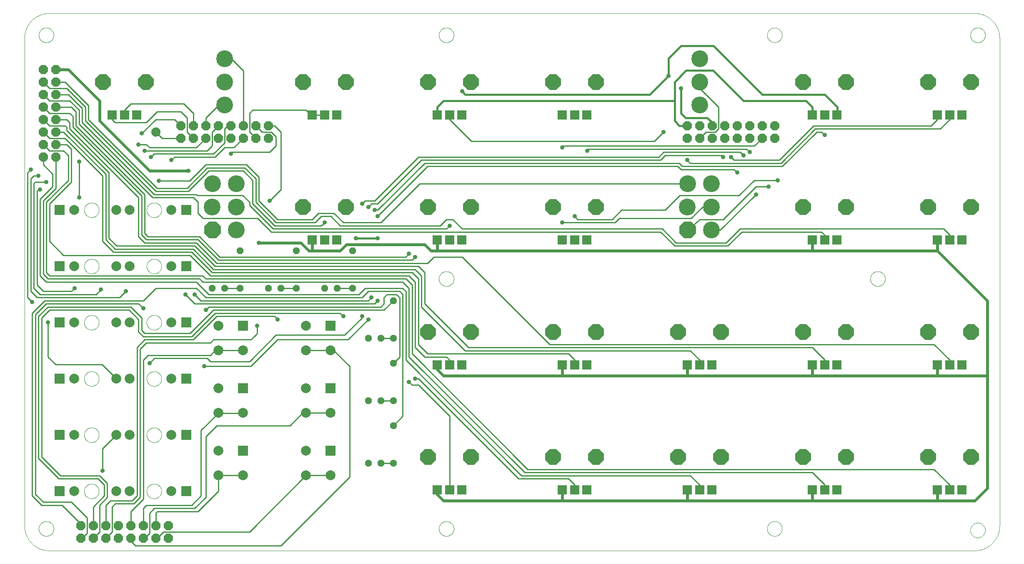
<source format=gtl>
G75*
%MOIN*%
%OFA0B0*%
%FSLAX25Y25*%
%IPPOS*%
%LPD*%
%AMOC8*
5,1,8,0,0,1.08239X$1,22.5*
%
%ADD10C,0.00001*%
%ADD11C,0.00000*%
%ADD12OC8,0.05200*%
%ADD13R,0.07400X0.07400*%
%ADD14OC8,0.12661*%
%ADD15OC8,0.13449*%
%ADD16C,0.13449*%
%ADD17OC8,0.07400*%
%ADD18C,0.07400*%
%ADD19C,0.07874*%
%ADD20R,0.07874X0.07874*%
%ADD21C,0.01600*%
%ADD22C,0.03562*%
%ADD23C,0.01000*%
%ADD24C,0.02400*%
D10*
X0002667Y0411800D02*
X0002673Y0412291D01*
X0002691Y0412782D01*
X0002721Y0413272D01*
X0002763Y0413761D01*
X0002817Y0414249D01*
X0002884Y0414735D01*
X0002961Y0415220D01*
X0003051Y0415702D01*
X0003153Y0416182D01*
X0003266Y0416660D01*
X0003392Y0417135D01*
X0003528Y0417606D01*
X0003677Y0418074D01*
X0003836Y0418538D01*
X0004007Y0418998D01*
X0004189Y0419454D01*
X0004383Y0419905D01*
X0004587Y0420351D01*
X0004803Y0420792D01*
X0005029Y0421228D01*
X0005265Y0421658D01*
X0005512Y0422082D01*
X0005770Y0422500D01*
X0006038Y0422911D01*
X0006315Y0423316D01*
X0006603Y0423714D01*
X0006900Y0424105D01*
X0007207Y0424488D01*
X0007523Y0424863D01*
X0007848Y0425231D01*
X0008182Y0425591D01*
X0008525Y0425942D01*
X0008876Y0426285D01*
X0009236Y0426619D01*
X0009604Y0426944D01*
X0009979Y0427260D01*
X0010362Y0427567D01*
X0010753Y0427864D01*
X0011151Y0428152D01*
X0011556Y0428429D01*
X0011967Y0428697D01*
X0012385Y0428955D01*
X0012809Y0429202D01*
X0013239Y0429438D01*
X0013675Y0429664D01*
X0014116Y0429880D01*
X0014562Y0430084D01*
X0015013Y0430278D01*
X0015469Y0430460D01*
X0015929Y0430631D01*
X0016393Y0430790D01*
X0016861Y0430939D01*
X0017332Y0431075D01*
X0017807Y0431201D01*
X0018285Y0431314D01*
X0018765Y0431416D01*
X0019247Y0431506D01*
X0019732Y0431583D01*
X0020218Y0431650D01*
X0020706Y0431704D01*
X0021195Y0431746D01*
X0021685Y0431776D01*
X0022176Y0431794D01*
X0022667Y0431800D01*
D11*
X0022667Y0001800D02*
X0762667Y0001800D01*
X0759261Y0018050D02*
X0759263Y0018203D01*
X0759269Y0018357D01*
X0759279Y0018510D01*
X0759293Y0018662D01*
X0759311Y0018815D01*
X0759333Y0018966D01*
X0759358Y0019117D01*
X0759388Y0019268D01*
X0759422Y0019418D01*
X0759459Y0019566D01*
X0759500Y0019714D01*
X0759545Y0019860D01*
X0759594Y0020006D01*
X0759647Y0020150D01*
X0759703Y0020292D01*
X0759763Y0020433D01*
X0759827Y0020573D01*
X0759894Y0020711D01*
X0759965Y0020847D01*
X0760040Y0020981D01*
X0760117Y0021113D01*
X0760199Y0021243D01*
X0760283Y0021371D01*
X0760371Y0021497D01*
X0760462Y0021620D01*
X0760556Y0021741D01*
X0760654Y0021859D01*
X0760754Y0021975D01*
X0760858Y0022088D01*
X0760964Y0022199D01*
X0761073Y0022307D01*
X0761185Y0022412D01*
X0761299Y0022513D01*
X0761417Y0022612D01*
X0761536Y0022708D01*
X0761658Y0022801D01*
X0761783Y0022890D01*
X0761910Y0022977D01*
X0762039Y0023059D01*
X0762170Y0023139D01*
X0762303Y0023215D01*
X0762438Y0023288D01*
X0762575Y0023357D01*
X0762714Y0023422D01*
X0762854Y0023484D01*
X0762996Y0023542D01*
X0763139Y0023597D01*
X0763284Y0023648D01*
X0763430Y0023695D01*
X0763577Y0023738D01*
X0763725Y0023777D01*
X0763874Y0023813D01*
X0764024Y0023844D01*
X0764175Y0023872D01*
X0764326Y0023896D01*
X0764479Y0023916D01*
X0764631Y0023932D01*
X0764784Y0023944D01*
X0764937Y0023952D01*
X0765090Y0023956D01*
X0765244Y0023956D01*
X0765397Y0023952D01*
X0765550Y0023944D01*
X0765703Y0023932D01*
X0765855Y0023916D01*
X0766008Y0023896D01*
X0766159Y0023872D01*
X0766310Y0023844D01*
X0766460Y0023813D01*
X0766609Y0023777D01*
X0766757Y0023738D01*
X0766904Y0023695D01*
X0767050Y0023648D01*
X0767195Y0023597D01*
X0767338Y0023542D01*
X0767480Y0023484D01*
X0767620Y0023422D01*
X0767759Y0023357D01*
X0767896Y0023288D01*
X0768031Y0023215D01*
X0768164Y0023139D01*
X0768295Y0023059D01*
X0768424Y0022977D01*
X0768551Y0022890D01*
X0768676Y0022801D01*
X0768798Y0022708D01*
X0768917Y0022612D01*
X0769035Y0022513D01*
X0769149Y0022412D01*
X0769261Y0022307D01*
X0769370Y0022199D01*
X0769476Y0022088D01*
X0769580Y0021975D01*
X0769680Y0021859D01*
X0769778Y0021741D01*
X0769872Y0021620D01*
X0769963Y0021497D01*
X0770051Y0021371D01*
X0770135Y0021243D01*
X0770217Y0021113D01*
X0770294Y0020981D01*
X0770369Y0020847D01*
X0770440Y0020711D01*
X0770507Y0020573D01*
X0770571Y0020433D01*
X0770631Y0020292D01*
X0770687Y0020150D01*
X0770740Y0020006D01*
X0770789Y0019860D01*
X0770834Y0019714D01*
X0770875Y0019566D01*
X0770912Y0019418D01*
X0770946Y0019268D01*
X0770976Y0019117D01*
X0771001Y0018966D01*
X0771023Y0018815D01*
X0771041Y0018662D01*
X0771055Y0018510D01*
X0771065Y0018357D01*
X0771071Y0018203D01*
X0771073Y0018050D01*
X0771071Y0017897D01*
X0771065Y0017743D01*
X0771055Y0017590D01*
X0771041Y0017438D01*
X0771023Y0017285D01*
X0771001Y0017134D01*
X0770976Y0016983D01*
X0770946Y0016832D01*
X0770912Y0016682D01*
X0770875Y0016534D01*
X0770834Y0016386D01*
X0770789Y0016240D01*
X0770740Y0016094D01*
X0770687Y0015950D01*
X0770631Y0015808D01*
X0770571Y0015667D01*
X0770507Y0015527D01*
X0770440Y0015389D01*
X0770369Y0015253D01*
X0770294Y0015119D01*
X0770217Y0014987D01*
X0770135Y0014857D01*
X0770051Y0014729D01*
X0769963Y0014603D01*
X0769872Y0014480D01*
X0769778Y0014359D01*
X0769680Y0014241D01*
X0769580Y0014125D01*
X0769476Y0014012D01*
X0769370Y0013901D01*
X0769261Y0013793D01*
X0769149Y0013688D01*
X0769035Y0013587D01*
X0768917Y0013488D01*
X0768798Y0013392D01*
X0768676Y0013299D01*
X0768551Y0013210D01*
X0768424Y0013123D01*
X0768295Y0013041D01*
X0768164Y0012961D01*
X0768031Y0012885D01*
X0767896Y0012812D01*
X0767759Y0012743D01*
X0767620Y0012678D01*
X0767480Y0012616D01*
X0767338Y0012558D01*
X0767195Y0012503D01*
X0767050Y0012452D01*
X0766904Y0012405D01*
X0766757Y0012362D01*
X0766609Y0012323D01*
X0766460Y0012287D01*
X0766310Y0012256D01*
X0766159Y0012228D01*
X0766008Y0012204D01*
X0765855Y0012184D01*
X0765703Y0012168D01*
X0765550Y0012156D01*
X0765397Y0012148D01*
X0765244Y0012144D01*
X0765090Y0012144D01*
X0764937Y0012148D01*
X0764784Y0012156D01*
X0764631Y0012168D01*
X0764479Y0012184D01*
X0764326Y0012204D01*
X0764175Y0012228D01*
X0764024Y0012256D01*
X0763874Y0012287D01*
X0763725Y0012323D01*
X0763577Y0012362D01*
X0763430Y0012405D01*
X0763284Y0012452D01*
X0763139Y0012503D01*
X0762996Y0012558D01*
X0762854Y0012616D01*
X0762714Y0012678D01*
X0762575Y0012743D01*
X0762438Y0012812D01*
X0762303Y0012885D01*
X0762170Y0012961D01*
X0762039Y0013041D01*
X0761910Y0013123D01*
X0761783Y0013210D01*
X0761658Y0013299D01*
X0761536Y0013392D01*
X0761417Y0013488D01*
X0761299Y0013587D01*
X0761185Y0013688D01*
X0761073Y0013793D01*
X0760964Y0013901D01*
X0760858Y0014012D01*
X0760754Y0014125D01*
X0760654Y0014241D01*
X0760556Y0014359D01*
X0760462Y0014480D01*
X0760371Y0014603D01*
X0760283Y0014729D01*
X0760199Y0014857D01*
X0760117Y0014987D01*
X0760040Y0015119D01*
X0759965Y0015253D01*
X0759894Y0015389D01*
X0759827Y0015527D01*
X0759763Y0015667D01*
X0759703Y0015808D01*
X0759647Y0015950D01*
X0759594Y0016094D01*
X0759545Y0016240D01*
X0759500Y0016386D01*
X0759459Y0016534D01*
X0759422Y0016682D01*
X0759388Y0016832D01*
X0759358Y0016983D01*
X0759333Y0017134D01*
X0759311Y0017285D01*
X0759293Y0017438D01*
X0759279Y0017590D01*
X0759269Y0017743D01*
X0759263Y0017897D01*
X0759261Y0018050D01*
X0762667Y0001800D02*
X0763150Y0001806D01*
X0763633Y0001823D01*
X0764116Y0001853D01*
X0764597Y0001893D01*
X0765078Y0001946D01*
X0765557Y0002010D01*
X0766034Y0002085D01*
X0766510Y0002173D01*
X0766983Y0002271D01*
X0767453Y0002381D01*
X0767921Y0002502D01*
X0768386Y0002635D01*
X0768847Y0002779D01*
X0769305Y0002934D01*
X0769759Y0003100D01*
X0770209Y0003277D01*
X0770654Y0003464D01*
X0771095Y0003663D01*
X0771531Y0003871D01*
X0771961Y0004091D01*
X0772387Y0004321D01*
X0772806Y0004561D01*
X0773220Y0004811D01*
X0773627Y0005071D01*
X0774028Y0005340D01*
X0774423Y0005620D01*
X0774810Y0005908D01*
X0775191Y0006207D01*
X0775564Y0006514D01*
X0775929Y0006830D01*
X0776287Y0007155D01*
X0776637Y0007488D01*
X0776979Y0007830D01*
X0777312Y0008180D01*
X0777637Y0008538D01*
X0777953Y0008903D01*
X0778260Y0009276D01*
X0778559Y0009657D01*
X0778847Y0010044D01*
X0779127Y0010439D01*
X0779396Y0010840D01*
X0779656Y0011247D01*
X0779906Y0011661D01*
X0780146Y0012080D01*
X0780376Y0012506D01*
X0780596Y0012936D01*
X0780804Y0013372D01*
X0781003Y0013813D01*
X0781190Y0014258D01*
X0781367Y0014708D01*
X0781533Y0015162D01*
X0781688Y0015620D01*
X0781832Y0016081D01*
X0781965Y0016546D01*
X0782086Y0017014D01*
X0782196Y0017484D01*
X0782294Y0017957D01*
X0782382Y0018433D01*
X0782457Y0018910D01*
X0782521Y0019389D01*
X0782574Y0019870D01*
X0782614Y0020351D01*
X0782644Y0020834D01*
X0782661Y0021317D01*
X0782667Y0021800D01*
X0782667Y0411800D01*
X0759261Y0414300D02*
X0759263Y0414453D01*
X0759269Y0414607D01*
X0759279Y0414760D01*
X0759293Y0414912D01*
X0759311Y0415065D01*
X0759333Y0415216D01*
X0759358Y0415367D01*
X0759388Y0415518D01*
X0759422Y0415668D01*
X0759459Y0415816D01*
X0759500Y0415964D01*
X0759545Y0416110D01*
X0759594Y0416256D01*
X0759647Y0416400D01*
X0759703Y0416542D01*
X0759763Y0416683D01*
X0759827Y0416823D01*
X0759894Y0416961D01*
X0759965Y0417097D01*
X0760040Y0417231D01*
X0760117Y0417363D01*
X0760199Y0417493D01*
X0760283Y0417621D01*
X0760371Y0417747D01*
X0760462Y0417870D01*
X0760556Y0417991D01*
X0760654Y0418109D01*
X0760754Y0418225D01*
X0760858Y0418338D01*
X0760964Y0418449D01*
X0761073Y0418557D01*
X0761185Y0418662D01*
X0761299Y0418763D01*
X0761417Y0418862D01*
X0761536Y0418958D01*
X0761658Y0419051D01*
X0761783Y0419140D01*
X0761910Y0419227D01*
X0762039Y0419309D01*
X0762170Y0419389D01*
X0762303Y0419465D01*
X0762438Y0419538D01*
X0762575Y0419607D01*
X0762714Y0419672D01*
X0762854Y0419734D01*
X0762996Y0419792D01*
X0763139Y0419847D01*
X0763284Y0419898D01*
X0763430Y0419945D01*
X0763577Y0419988D01*
X0763725Y0420027D01*
X0763874Y0420063D01*
X0764024Y0420094D01*
X0764175Y0420122D01*
X0764326Y0420146D01*
X0764479Y0420166D01*
X0764631Y0420182D01*
X0764784Y0420194D01*
X0764937Y0420202D01*
X0765090Y0420206D01*
X0765244Y0420206D01*
X0765397Y0420202D01*
X0765550Y0420194D01*
X0765703Y0420182D01*
X0765855Y0420166D01*
X0766008Y0420146D01*
X0766159Y0420122D01*
X0766310Y0420094D01*
X0766460Y0420063D01*
X0766609Y0420027D01*
X0766757Y0419988D01*
X0766904Y0419945D01*
X0767050Y0419898D01*
X0767195Y0419847D01*
X0767338Y0419792D01*
X0767480Y0419734D01*
X0767620Y0419672D01*
X0767759Y0419607D01*
X0767896Y0419538D01*
X0768031Y0419465D01*
X0768164Y0419389D01*
X0768295Y0419309D01*
X0768424Y0419227D01*
X0768551Y0419140D01*
X0768676Y0419051D01*
X0768798Y0418958D01*
X0768917Y0418862D01*
X0769035Y0418763D01*
X0769149Y0418662D01*
X0769261Y0418557D01*
X0769370Y0418449D01*
X0769476Y0418338D01*
X0769580Y0418225D01*
X0769680Y0418109D01*
X0769778Y0417991D01*
X0769872Y0417870D01*
X0769963Y0417747D01*
X0770051Y0417621D01*
X0770135Y0417493D01*
X0770217Y0417363D01*
X0770294Y0417231D01*
X0770369Y0417097D01*
X0770440Y0416961D01*
X0770507Y0416823D01*
X0770571Y0416683D01*
X0770631Y0416542D01*
X0770687Y0416400D01*
X0770740Y0416256D01*
X0770789Y0416110D01*
X0770834Y0415964D01*
X0770875Y0415816D01*
X0770912Y0415668D01*
X0770946Y0415518D01*
X0770976Y0415367D01*
X0771001Y0415216D01*
X0771023Y0415065D01*
X0771041Y0414912D01*
X0771055Y0414760D01*
X0771065Y0414607D01*
X0771071Y0414453D01*
X0771073Y0414300D01*
X0771071Y0414147D01*
X0771065Y0413993D01*
X0771055Y0413840D01*
X0771041Y0413688D01*
X0771023Y0413535D01*
X0771001Y0413384D01*
X0770976Y0413233D01*
X0770946Y0413082D01*
X0770912Y0412932D01*
X0770875Y0412784D01*
X0770834Y0412636D01*
X0770789Y0412490D01*
X0770740Y0412344D01*
X0770687Y0412200D01*
X0770631Y0412058D01*
X0770571Y0411917D01*
X0770507Y0411777D01*
X0770440Y0411639D01*
X0770369Y0411503D01*
X0770294Y0411369D01*
X0770217Y0411237D01*
X0770135Y0411107D01*
X0770051Y0410979D01*
X0769963Y0410853D01*
X0769872Y0410730D01*
X0769778Y0410609D01*
X0769680Y0410491D01*
X0769580Y0410375D01*
X0769476Y0410262D01*
X0769370Y0410151D01*
X0769261Y0410043D01*
X0769149Y0409938D01*
X0769035Y0409837D01*
X0768917Y0409738D01*
X0768798Y0409642D01*
X0768676Y0409549D01*
X0768551Y0409460D01*
X0768424Y0409373D01*
X0768295Y0409291D01*
X0768164Y0409211D01*
X0768031Y0409135D01*
X0767896Y0409062D01*
X0767759Y0408993D01*
X0767620Y0408928D01*
X0767480Y0408866D01*
X0767338Y0408808D01*
X0767195Y0408753D01*
X0767050Y0408702D01*
X0766904Y0408655D01*
X0766757Y0408612D01*
X0766609Y0408573D01*
X0766460Y0408537D01*
X0766310Y0408506D01*
X0766159Y0408478D01*
X0766008Y0408454D01*
X0765855Y0408434D01*
X0765703Y0408418D01*
X0765550Y0408406D01*
X0765397Y0408398D01*
X0765244Y0408394D01*
X0765090Y0408394D01*
X0764937Y0408398D01*
X0764784Y0408406D01*
X0764631Y0408418D01*
X0764479Y0408434D01*
X0764326Y0408454D01*
X0764175Y0408478D01*
X0764024Y0408506D01*
X0763874Y0408537D01*
X0763725Y0408573D01*
X0763577Y0408612D01*
X0763430Y0408655D01*
X0763284Y0408702D01*
X0763139Y0408753D01*
X0762996Y0408808D01*
X0762854Y0408866D01*
X0762714Y0408928D01*
X0762575Y0408993D01*
X0762438Y0409062D01*
X0762303Y0409135D01*
X0762170Y0409211D01*
X0762039Y0409291D01*
X0761910Y0409373D01*
X0761783Y0409460D01*
X0761658Y0409549D01*
X0761536Y0409642D01*
X0761417Y0409738D01*
X0761299Y0409837D01*
X0761185Y0409938D01*
X0761073Y0410043D01*
X0760964Y0410151D01*
X0760858Y0410262D01*
X0760754Y0410375D01*
X0760654Y0410491D01*
X0760556Y0410609D01*
X0760462Y0410730D01*
X0760371Y0410853D01*
X0760283Y0410979D01*
X0760199Y0411107D01*
X0760117Y0411237D01*
X0760040Y0411369D01*
X0759965Y0411503D01*
X0759894Y0411639D01*
X0759827Y0411777D01*
X0759763Y0411917D01*
X0759703Y0412058D01*
X0759647Y0412200D01*
X0759594Y0412344D01*
X0759545Y0412490D01*
X0759500Y0412636D01*
X0759459Y0412784D01*
X0759422Y0412932D01*
X0759388Y0413082D01*
X0759358Y0413233D01*
X0759333Y0413384D01*
X0759311Y0413535D01*
X0759293Y0413688D01*
X0759279Y0413840D01*
X0759269Y0413993D01*
X0759263Y0414147D01*
X0759261Y0414300D01*
X0762667Y0431800D02*
X0763150Y0431794D01*
X0763633Y0431777D01*
X0764116Y0431747D01*
X0764597Y0431707D01*
X0765078Y0431654D01*
X0765557Y0431590D01*
X0766034Y0431515D01*
X0766510Y0431427D01*
X0766983Y0431329D01*
X0767453Y0431219D01*
X0767921Y0431098D01*
X0768386Y0430965D01*
X0768847Y0430821D01*
X0769305Y0430666D01*
X0769759Y0430500D01*
X0770209Y0430323D01*
X0770654Y0430136D01*
X0771095Y0429937D01*
X0771531Y0429729D01*
X0771961Y0429509D01*
X0772387Y0429279D01*
X0772806Y0429039D01*
X0773220Y0428789D01*
X0773627Y0428529D01*
X0774028Y0428260D01*
X0774423Y0427980D01*
X0774810Y0427692D01*
X0775191Y0427393D01*
X0775564Y0427086D01*
X0775929Y0426770D01*
X0776287Y0426445D01*
X0776637Y0426112D01*
X0776979Y0425770D01*
X0777312Y0425420D01*
X0777637Y0425062D01*
X0777953Y0424697D01*
X0778260Y0424324D01*
X0778559Y0423943D01*
X0778847Y0423556D01*
X0779127Y0423161D01*
X0779396Y0422760D01*
X0779656Y0422353D01*
X0779906Y0421939D01*
X0780146Y0421520D01*
X0780376Y0421094D01*
X0780596Y0420664D01*
X0780804Y0420228D01*
X0781003Y0419787D01*
X0781190Y0419342D01*
X0781367Y0418892D01*
X0781533Y0418438D01*
X0781688Y0417980D01*
X0781832Y0417519D01*
X0781965Y0417054D01*
X0782086Y0416586D01*
X0782196Y0416116D01*
X0782294Y0415643D01*
X0782382Y0415167D01*
X0782457Y0414690D01*
X0782521Y0414211D01*
X0782574Y0413730D01*
X0782614Y0413249D01*
X0782644Y0412766D01*
X0782661Y0412283D01*
X0782667Y0411800D01*
X0762667Y0431800D02*
X0022667Y0431800D01*
X0014261Y0414300D02*
X0014263Y0414453D01*
X0014269Y0414607D01*
X0014279Y0414760D01*
X0014293Y0414912D01*
X0014311Y0415065D01*
X0014333Y0415216D01*
X0014358Y0415367D01*
X0014388Y0415518D01*
X0014422Y0415668D01*
X0014459Y0415816D01*
X0014500Y0415964D01*
X0014545Y0416110D01*
X0014594Y0416256D01*
X0014647Y0416400D01*
X0014703Y0416542D01*
X0014763Y0416683D01*
X0014827Y0416823D01*
X0014894Y0416961D01*
X0014965Y0417097D01*
X0015040Y0417231D01*
X0015117Y0417363D01*
X0015199Y0417493D01*
X0015283Y0417621D01*
X0015371Y0417747D01*
X0015462Y0417870D01*
X0015556Y0417991D01*
X0015654Y0418109D01*
X0015754Y0418225D01*
X0015858Y0418338D01*
X0015964Y0418449D01*
X0016073Y0418557D01*
X0016185Y0418662D01*
X0016299Y0418763D01*
X0016417Y0418862D01*
X0016536Y0418958D01*
X0016658Y0419051D01*
X0016783Y0419140D01*
X0016910Y0419227D01*
X0017039Y0419309D01*
X0017170Y0419389D01*
X0017303Y0419465D01*
X0017438Y0419538D01*
X0017575Y0419607D01*
X0017714Y0419672D01*
X0017854Y0419734D01*
X0017996Y0419792D01*
X0018139Y0419847D01*
X0018284Y0419898D01*
X0018430Y0419945D01*
X0018577Y0419988D01*
X0018725Y0420027D01*
X0018874Y0420063D01*
X0019024Y0420094D01*
X0019175Y0420122D01*
X0019326Y0420146D01*
X0019479Y0420166D01*
X0019631Y0420182D01*
X0019784Y0420194D01*
X0019937Y0420202D01*
X0020090Y0420206D01*
X0020244Y0420206D01*
X0020397Y0420202D01*
X0020550Y0420194D01*
X0020703Y0420182D01*
X0020855Y0420166D01*
X0021008Y0420146D01*
X0021159Y0420122D01*
X0021310Y0420094D01*
X0021460Y0420063D01*
X0021609Y0420027D01*
X0021757Y0419988D01*
X0021904Y0419945D01*
X0022050Y0419898D01*
X0022195Y0419847D01*
X0022338Y0419792D01*
X0022480Y0419734D01*
X0022620Y0419672D01*
X0022759Y0419607D01*
X0022896Y0419538D01*
X0023031Y0419465D01*
X0023164Y0419389D01*
X0023295Y0419309D01*
X0023424Y0419227D01*
X0023551Y0419140D01*
X0023676Y0419051D01*
X0023798Y0418958D01*
X0023917Y0418862D01*
X0024035Y0418763D01*
X0024149Y0418662D01*
X0024261Y0418557D01*
X0024370Y0418449D01*
X0024476Y0418338D01*
X0024580Y0418225D01*
X0024680Y0418109D01*
X0024778Y0417991D01*
X0024872Y0417870D01*
X0024963Y0417747D01*
X0025051Y0417621D01*
X0025135Y0417493D01*
X0025217Y0417363D01*
X0025294Y0417231D01*
X0025369Y0417097D01*
X0025440Y0416961D01*
X0025507Y0416823D01*
X0025571Y0416683D01*
X0025631Y0416542D01*
X0025687Y0416400D01*
X0025740Y0416256D01*
X0025789Y0416110D01*
X0025834Y0415964D01*
X0025875Y0415816D01*
X0025912Y0415668D01*
X0025946Y0415518D01*
X0025976Y0415367D01*
X0026001Y0415216D01*
X0026023Y0415065D01*
X0026041Y0414912D01*
X0026055Y0414760D01*
X0026065Y0414607D01*
X0026071Y0414453D01*
X0026073Y0414300D01*
X0026071Y0414147D01*
X0026065Y0413993D01*
X0026055Y0413840D01*
X0026041Y0413688D01*
X0026023Y0413535D01*
X0026001Y0413384D01*
X0025976Y0413233D01*
X0025946Y0413082D01*
X0025912Y0412932D01*
X0025875Y0412784D01*
X0025834Y0412636D01*
X0025789Y0412490D01*
X0025740Y0412344D01*
X0025687Y0412200D01*
X0025631Y0412058D01*
X0025571Y0411917D01*
X0025507Y0411777D01*
X0025440Y0411639D01*
X0025369Y0411503D01*
X0025294Y0411369D01*
X0025217Y0411237D01*
X0025135Y0411107D01*
X0025051Y0410979D01*
X0024963Y0410853D01*
X0024872Y0410730D01*
X0024778Y0410609D01*
X0024680Y0410491D01*
X0024580Y0410375D01*
X0024476Y0410262D01*
X0024370Y0410151D01*
X0024261Y0410043D01*
X0024149Y0409938D01*
X0024035Y0409837D01*
X0023917Y0409738D01*
X0023798Y0409642D01*
X0023676Y0409549D01*
X0023551Y0409460D01*
X0023424Y0409373D01*
X0023295Y0409291D01*
X0023164Y0409211D01*
X0023031Y0409135D01*
X0022896Y0409062D01*
X0022759Y0408993D01*
X0022620Y0408928D01*
X0022480Y0408866D01*
X0022338Y0408808D01*
X0022195Y0408753D01*
X0022050Y0408702D01*
X0021904Y0408655D01*
X0021757Y0408612D01*
X0021609Y0408573D01*
X0021460Y0408537D01*
X0021310Y0408506D01*
X0021159Y0408478D01*
X0021008Y0408454D01*
X0020855Y0408434D01*
X0020703Y0408418D01*
X0020550Y0408406D01*
X0020397Y0408398D01*
X0020244Y0408394D01*
X0020090Y0408394D01*
X0019937Y0408398D01*
X0019784Y0408406D01*
X0019631Y0408418D01*
X0019479Y0408434D01*
X0019326Y0408454D01*
X0019175Y0408478D01*
X0019024Y0408506D01*
X0018874Y0408537D01*
X0018725Y0408573D01*
X0018577Y0408612D01*
X0018430Y0408655D01*
X0018284Y0408702D01*
X0018139Y0408753D01*
X0017996Y0408808D01*
X0017854Y0408866D01*
X0017714Y0408928D01*
X0017575Y0408993D01*
X0017438Y0409062D01*
X0017303Y0409135D01*
X0017170Y0409211D01*
X0017039Y0409291D01*
X0016910Y0409373D01*
X0016783Y0409460D01*
X0016658Y0409549D01*
X0016536Y0409642D01*
X0016417Y0409738D01*
X0016299Y0409837D01*
X0016185Y0409938D01*
X0016073Y0410043D01*
X0015964Y0410151D01*
X0015858Y0410262D01*
X0015754Y0410375D01*
X0015654Y0410491D01*
X0015556Y0410609D01*
X0015462Y0410730D01*
X0015371Y0410853D01*
X0015283Y0410979D01*
X0015199Y0411107D01*
X0015117Y0411237D01*
X0015040Y0411369D01*
X0014965Y0411503D01*
X0014894Y0411639D01*
X0014827Y0411777D01*
X0014763Y0411917D01*
X0014703Y0412058D01*
X0014647Y0412200D01*
X0014594Y0412344D01*
X0014545Y0412490D01*
X0014500Y0412636D01*
X0014459Y0412784D01*
X0014422Y0412932D01*
X0014388Y0413082D01*
X0014358Y0413233D01*
X0014333Y0413384D01*
X0014311Y0413535D01*
X0014293Y0413688D01*
X0014279Y0413840D01*
X0014269Y0413993D01*
X0014263Y0414147D01*
X0014261Y0414300D01*
X0002667Y0411800D02*
X0002667Y0021800D01*
X0014261Y0019300D02*
X0014263Y0019453D01*
X0014269Y0019607D01*
X0014279Y0019760D01*
X0014293Y0019912D01*
X0014311Y0020065D01*
X0014333Y0020216D01*
X0014358Y0020367D01*
X0014388Y0020518D01*
X0014422Y0020668D01*
X0014459Y0020816D01*
X0014500Y0020964D01*
X0014545Y0021110D01*
X0014594Y0021256D01*
X0014647Y0021400D01*
X0014703Y0021542D01*
X0014763Y0021683D01*
X0014827Y0021823D01*
X0014894Y0021961D01*
X0014965Y0022097D01*
X0015040Y0022231D01*
X0015117Y0022363D01*
X0015199Y0022493D01*
X0015283Y0022621D01*
X0015371Y0022747D01*
X0015462Y0022870D01*
X0015556Y0022991D01*
X0015654Y0023109D01*
X0015754Y0023225D01*
X0015858Y0023338D01*
X0015964Y0023449D01*
X0016073Y0023557D01*
X0016185Y0023662D01*
X0016299Y0023763D01*
X0016417Y0023862D01*
X0016536Y0023958D01*
X0016658Y0024051D01*
X0016783Y0024140D01*
X0016910Y0024227D01*
X0017039Y0024309D01*
X0017170Y0024389D01*
X0017303Y0024465D01*
X0017438Y0024538D01*
X0017575Y0024607D01*
X0017714Y0024672D01*
X0017854Y0024734D01*
X0017996Y0024792D01*
X0018139Y0024847D01*
X0018284Y0024898D01*
X0018430Y0024945D01*
X0018577Y0024988D01*
X0018725Y0025027D01*
X0018874Y0025063D01*
X0019024Y0025094D01*
X0019175Y0025122D01*
X0019326Y0025146D01*
X0019479Y0025166D01*
X0019631Y0025182D01*
X0019784Y0025194D01*
X0019937Y0025202D01*
X0020090Y0025206D01*
X0020244Y0025206D01*
X0020397Y0025202D01*
X0020550Y0025194D01*
X0020703Y0025182D01*
X0020855Y0025166D01*
X0021008Y0025146D01*
X0021159Y0025122D01*
X0021310Y0025094D01*
X0021460Y0025063D01*
X0021609Y0025027D01*
X0021757Y0024988D01*
X0021904Y0024945D01*
X0022050Y0024898D01*
X0022195Y0024847D01*
X0022338Y0024792D01*
X0022480Y0024734D01*
X0022620Y0024672D01*
X0022759Y0024607D01*
X0022896Y0024538D01*
X0023031Y0024465D01*
X0023164Y0024389D01*
X0023295Y0024309D01*
X0023424Y0024227D01*
X0023551Y0024140D01*
X0023676Y0024051D01*
X0023798Y0023958D01*
X0023917Y0023862D01*
X0024035Y0023763D01*
X0024149Y0023662D01*
X0024261Y0023557D01*
X0024370Y0023449D01*
X0024476Y0023338D01*
X0024580Y0023225D01*
X0024680Y0023109D01*
X0024778Y0022991D01*
X0024872Y0022870D01*
X0024963Y0022747D01*
X0025051Y0022621D01*
X0025135Y0022493D01*
X0025217Y0022363D01*
X0025294Y0022231D01*
X0025369Y0022097D01*
X0025440Y0021961D01*
X0025507Y0021823D01*
X0025571Y0021683D01*
X0025631Y0021542D01*
X0025687Y0021400D01*
X0025740Y0021256D01*
X0025789Y0021110D01*
X0025834Y0020964D01*
X0025875Y0020816D01*
X0025912Y0020668D01*
X0025946Y0020518D01*
X0025976Y0020367D01*
X0026001Y0020216D01*
X0026023Y0020065D01*
X0026041Y0019912D01*
X0026055Y0019760D01*
X0026065Y0019607D01*
X0026071Y0019453D01*
X0026073Y0019300D01*
X0026071Y0019147D01*
X0026065Y0018993D01*
X0026055Y0018840D01*
X0026041Y0018688D01*
X0026023Y0018535D01*
X0026001Y0018384D01*
X0025976Y0018233D01*
X0025946Y0018082D01*
X0025912Y0017932D01*
X0025875Y0017784D01*
X0025834Y0017636D01*
X0025789Y0017490D01*
X0025740Y0017344D01*
X0025687Y0017200D01*
X0025631Y0017058D01*
X0025571Y0016917D01*
X0025507Y0016777D01*
X0025440Y0016639D01*
X0025369Y0016503D01*
X0025294Y0016369D01*
X0025217Y0016237D01*
X0025135Y0016107D01*
X0025051Y0015979D01*
X0024963Y0015853D01*
X0024872Y0015730D01*
X0024778Y0015609D01*
X0024680Y0015491D01*
X0024580Y0015375D01*
X0024476Y0015262D01*
X0024370Y0015151D01*
X0024261Y0015043D01*
X0024149Y0014938D01*
X0024035Y0014837D01*
X0023917Y0014738D01*
X0023798Y0014642D01*
X0023676Y0014549D01*
X0023551Y0014460D01*
X0023424Y0014373D01*
X0023295Y0014291D01*
X0023164Y0014211D01*
X0023031Y0014135D01*
X0022896Y0014062D01*
X0022759Y0013993D01*
X0022620Y0013928D01*
X0022480Y0013866D01*
X0022338Y0013808D01*
X0022195Y0013753D01*
X0022050Y0013702D01*
X0021904Y0013655D01*
X0021757Y0013612D01*
X0021609Y0013573D01*
X0021460Y0013537D01*
X0021310Y0013506D01*
X0021159Y0013478D01*
X0021008Y0013454D01*
X0020855Y0013434D01*
X0020703Y0013418D01*
X0020550Y0013406D01*
X0020397Y0013398D01*
X0020244Y0013394D01*
X0020090Y0013394D01*
X0019937Y0013398D01*
X0019784Y0013406D01*
X0019631Y0013418D01*
X0019479Y0013434D01*
X0019326Y0013454D01*
X0019175Y0013478D01*
X0019024Y0013506D01*
X0018874Y0013537D01*
X0018725Y0013573D01*
X0018577Y0013612D01*
X0018430Y0013655D01*
X0018284Y0013702D01*
X0018139Y0013753D01*
X0017996Y0013808D01*
X0017854Y0013866D01*
X0017714Y0013928D01*
X0017575Y0013993D01*
X0017438Y0014062D01*
X0017303Y0014135D01*
X0017170Y0014211D01*
X0017039Y0014291D01*
X0016910Y0014373D01*
X0016783Y0014460D01*
X0016658Y0014549D01*
X0016536Y0014642D01*
X0016417Y0014738D01*
X0016299Y0014837D01*
X0016185Y0014938D01*
X0016073Y0015043D01*
X0015964Y0015151D01*
X0015858Y0015262D01*
X0015754Y0015375D01*
X0015654Y0015491D01*
X0015556Y0015609D01*
X0015462Y0015730D01*
X0015371Y0015853D01*
X0015283Y0015979D01*
X0015199Y0016107D01*
X0015117Y0016237D01*
X0015040Y0016369D01*
X0014965Y0016503D01*
X0014894Y0016639D01*
X0014827Y0016777D01*
X0014763Y0016917D01*
X0014703Y0017058D01*
X0014647Y0017200D01*
X0014594Y0017344D01*
X0014545Y0017490D01*
X0014500Y0017636D01*
X0014459Y0017784D01*
X0014422Y0017932D01*
X0014388Y0018082D01*
X0014358Y0018233D01*
X0014333Y0018384D01*
X0014311Y0018535D01*
X0014293Y0018688D01*
X0014279Y0018840D01*
X0014269Y0018993D01*
X0014263Y0019147D01*
X0014261Y0019300D01*
X0002667Y0021800D02*
X0002673Y0021317D01*
X0002690Y0020834D01*
X0002720Y0020351D01*
X0002760Y0019870D01*
X0002813Y0019389D01*
X0002877Y0018910D01*
X0002952Y0018433D01*
X0003040Y0017957D01*
X0003138Y0017484D01*
X0003248Y0017014D01*
X0003369Y0016546D01*
X0003502Y0016081D01*
X0003646Y0015620D01*
X0003801Y0015162D01*
X0003967Y0014708D01*
X0004144Y0014258D01*
X0004331Y0013813D01*
X0004530Y0013372D01*
X0004738Y0012936D01*
X0004958Y0012506D01*
X0005188Y0012080D01*
X0005428Y0011661D01*
X0005678Y0011247D01*
X0005938Y0010840D01*
X0006207Y0010439D01*
X0006487Y0010044D01*
X0006775Y0009657D01*
X0007074Y0009276D01*
X0007381Y0008903D01*
X0007697Y0008538D01*
X0008022Y0008180D01*
X0008355Y0007830D01*
X0008697Y0007488D01*
X0009047Y0007155D01*
X0009405Y0006830D01*
X0009770Y0006514D01*
X0010143Y0006207D01*
X0010524Y0005908D01*
X0010911Y0005620D01*
X0011306Y0005340D01*
X0011707Y0005071D01*
X0012114Y0004811D01*
X0012528Y0004561D01*
X0012947Y0004321D01*
X0013373Y0004091D01*
X0013803Y0003871D01*
X0014239Y0003663D01*
X0014680Y0003464D01*
X0015125Y0003277D01*
X0015575Y0003100D01*
X0016029Y0002934D01*
X0016487Y0002779D01*
X0016948Y0002635D01*
X0017413Y0002502D01*
X0017881Y0002381D01*
X0018351Y0002271D01*
X0018824Y0002173D01*
X0019300Y0002085D01*
X0019777Y0002010D01*
X0020256Y0001946D01*
X0020737Y0001893D01*
X0021218Y0001853D01*
X0021701Y0001823D01*
X0022184Y0001806D01*
X0022667Y0001800D01*
X0050511Y0049300D02*
X0050513Y0049453D01*
X0050519Y0049607D01*
X0050529Y0049760D01*
X0050543Y0049912D01*
X0050561Y0050065D01*
X0050583Y0050216D01*
X0050608Y0050367D01*
X0050638Y0050518D01*
X0050672Y0050668D01*
X0050709Y0050816D01*
X0050750Y0050964D01*
X0050795Y0051110D01*
X0050844Y0051256D01*
X0050897Y0051400D01*
X0050953Y0051542D01*
X0051013Y0051683D01*
X0051077Y0051823D01*
X0051144Y0051961D01*
X0051215Y0052097D01*
X0051290Y0052231D01*
X0051367Y0052363D01*
X0051449Y0052493D01*
X0051533Y0052621D01*
X0051621Y0052747D01*
X0051712Y0052870D01*
X0051806Y0052991D01*
X0051904Y0053109D01*
X0052004Y0053225D01*
X0052108Y0053338D01*
X0052214Y0053449D01*
X0052323Y0053557D01*
X0052435Y0053662D01*
X0052549Y0053763D01*
X0052667Y0053862D01*
X0052786Y0053958D01*
X0052908Y0054051D01*
X0053033Y0054140D01*
X0053160Y0054227D01*
X0053289Y0054309D01*
X0053420Y0054389D01*
X0053553Y0054465D01*
X0053688Y0054538D01*
X0053825Y0054607D01*
X0053964Y0054672D01*
X0054104Y0054734D01*
X0054246Y0054792D01*
X0054389Y0054847D01*
X0054534Y0054898D01*
X0054680Y0054945D01*
X0054827Y0054988D01*
X0054975Y0055027D01*
X0055124Y0055063D01*
X0055274Y0055094D01*
X0055425Y0055122D01*
X0055576Y0055146D01*
X0055729Y0055166D01*
X0055881Y0055182D01*
X0056034Y0055194D01*
X0056187Y0055202D01*
X0056340Y0055206D01*
X0056494Y0055206D01*
X0056647Y0055202D01*
X0056800Y0055194D01*
X0056953Y0055182D01*
X0057105Y0055166D01*
X0057258Y0055146D01*
X0057409Y0055122D01*
X0057560Y0055094D01*
X0057710Y0055063D01*
X0057859Y0055027D01*
X0058007Y0054988D01*
X0058154Y0054945D01*
X0058300Y0054898D01*
X0058445Y0054847D01*
X0058588Y0054792D01*
X0058730Y0054734D01*
X0058870Y0054672D01*
X0059009Y0054607D01*
X0059146Y0054538D01*
X0059281Y0054465D01*
X0059414Y0054389D01*
X0059545Y0054309D01*
X0059674Y0054227D01*
X0059801Y0054140D01*
X0059926Y0054051D01*
X0060048Y0053958D01*
X0060167Y0053862D01*
X0060285Y0053763D01*
X0060399Y0053662D01*
X0060511Y0053557D01*
X0060620Y0053449D01*
X0060726Y0053338D01*
X0060830Y0053225D01*
X0060930Y0053109D01*
X0061028Y0052991D01*
X0061122Y0052870D01*
X0061213Y0052747D01*
X0061301Y0052621D01*
X0061385Y0052493D01*
X0061467Y0052363D01*
X0061544Y0052231D01*
X0061619Y0052097D01*
X0061690Y0051961D01*
X0061757Y0051823D01*
X0061821Y0051683D01*
X0061881Y0051542D01*
X0061937Y0051400D01*
X0061990Y0051256D01*
X0062039Y0051110D01*
X0062084Y0050964D01*
X0062125Y0050816D01*
X0062162Y0050668D01*
X0062196Y0050518D01*
X0062226Y0050367D01*
X0062251Y0050216D01*
X0062273Y0050065D01*
X0062291Y0049912D01*
X0062305Y0049760D01*
X0062315Y0049607D01*
X0062321Y0049453D01*
X0062323Y0049300D01*
X0062321Y0049147D01*
X0062315Y0048993D01*
X0062305Y0048840D01*
X0062291Y0048688D01*
X0062273Y0048535D01*
X0062251Y0048384D01*
X0062226Y0048233D01*
X0062196Y0048082D01*
X0062162Y0047932D01*
X0062125Y0047784D01*
X0062084Y0047636D01*
X0062039Y0047490D01*
X0061990Y0047344D01*
X0061937Y0047200D01*
X0061881Y0047058D01*
X0061821Y0046917D01*
X0061757Y0046777D01*
X0061690Y0046639D01*
X0061619Y0046503D01*
X0061544Y0046369D01*
X0061467Y0046237D01*
X0061385Y0046107D01*
X0061301Y0045979D01*
X0061213Y0045853D01*
X0061122Y0045730D01*
X0061028Y0045609D01*
X0060930Y0045491D01*
X0060830Y0045375D01*
X0060726Y0045262D01*
X0060620Y0045151D01*
X0060511Y0045043D01*
X0060399Y0044938D01*
X0060285Y0044837D01*
X0060167Y0044738D01*
X0060048Y0044642D01*
X0059926Y0044549D01*
X0059801Y0044460D01*
X0059674Y0044373D01*
X0059545Y0044291D01*
X0059414Y0044211D01*
X0059281Y0044135D01*
X0059146Y0044062D01*
X0059009Y0043993D01*
X0058870Y0043928D01*
X0058730Y0043866D01*
X0058588Y0043808D01*
X0058445Y0043753D01*
X0058300Y0043702D01*
X0058154Y0043655D01*
X0058007Y0043612D01*
X0057859Y0043573D01*
X0057710Y0043537D01*
X0057560Y0043506D01*
X0057409Y0043478D01*
X0057258Y0043454D01*
X0057105Y0043434D01*
X0056953Y0043418D01*
X0056800Y0043406D01*
X0056647Y0043398D01*
X0056494Y0043394D01*
X0056340Y0043394D01*
X0056187Y0043398D01*
X0056034Y0043406D01*
X0055881Y0043418D01*
X0055729Y0043434D01*
X0055576Y0043454D01*
X0055425Y0043478D01*
X0055274Y0043506D01*
X0055124Y0043537D01*
X0054975Y0043573D01*
X0054827Y0043612D01*
X0054680Y0043655D01*
X0054534Y0043702D01*
X0054389Y0043753D01*
X0054246Y0043808D01*
X0054104Y0043866D01*
X0053964Y0043928D01*
X0053825Y0043993D01*
X0053688Y0044062D01*
X0053553Y0044135D01*
X0053420Y0044211D01*
X0053289Y0044291D01*
X0053160Y0044373D01*
X0053033Y0044460D01*
X0052908Y0044549D01*
X0052786Y0044642D01*
X0052667Y0044738D01*
X0052549Y0044837D01*
X0052435Y0044938D01*
X0052323Y0045043D01*
X0052214Y0045151D01*
X0052108Y0045262D01*
X0052004Y0045375D01*
X0051904Y0045491D01*
X0051806Y0045609D01*
X0051712Y0045730D01*
X0051621Y0045853D01*
X0051533Y0045979D01*
X0051449Y0046107D01*
X0051367Y0046237D01*
X0051290Y0046369D01*
X0051215Y0046503D01*
X0051144Y0046639D01*
X0051077Y0046777D01*
X0051013Y0046917D01*
X0050953Y0047058D01*
X0050897Y0047200D01*
X0050844Y0047344D01*
X0050795Y0047490D01*
X0050750Y0047636D01*
X0050709Y0047784D01*
X0050672Y0047932D01*
X0050638Y0048082D01*
X0050608Y0048233D01*
X0050583Y0048384D01*
X0050561Y0048535D01*
X0050543Y0048688D01*
X0050529Y0048840D01*
X0050519Y0048993D01*
X0050513Y0049147D01*
X0050511Y0049300D01*
X0100511Y0049300D02*
X0100513Y0049453D01*
X0100519Y0049607D01*
X0100529Y0049760D01*
X0100543Y0049912D01*
X0100561Y0050065D01*
X0100583Y0050216D01*
X0100608Y0050367D01*
X0100638Y0050518D01*
X0100672Y0050668D01*
X0100709Y0050816D01*
X0100750Y0050964D01*
X0100795Y0051110D01*
X0100844Y0051256D01*
X0100897Y0051400D01*
X0100953Y0051542D01*
X0101013Y0051683D01*
X0101077Y0051823D01*
X0101144Y0051961D01*
X0101215Y0052097D01*
X0101290Y0052231D01*
X0101367Y0052363D01*
X0101449Y0052493D01*
X0101533Y0052621D01*
X0101621Y0052747D01*
X0101712Y0052870D01*
X0101806Y0052991D01*
X0101904Y0053109D01*
X0102004Y0053225D01*
X0102108Y0053338D01*
X0102214Y0053449D01*
X0102323Y0053557D01*
X0102435Y0053662D01*
X0102549Y0053763D01*
X0102667Y0053862D01*
X0102786Y0053958D01*
X0102908Y0054051D01*
X0103033Y0054140D01*
X0103160Y0054227D01*
X0103289Y0054309D01*
X0103420Y0054389D01*
X0103553Y0054465D01*
X0103688Y0054538D01*
X0103825Y0054607D01*
X0103964Y0054672D01*
X0104104Y0054734D01*
X0104246Y0054792D01*
X0104389Y0054847D01*
X0104534Y0054898D01*
X0104680Y0054945D01*
X0104827Y0054988D01*
X0104975Y0055027D01*
X0105124Y0055063D01*
X0105274Y0055094D01*
X0105425Y0055122D01*
X0105576Y0055146D01*
X0105729Y0055166D01*
X0105881Y0055182D01*
X0106034Y0055194D01*
X0106187Y0055202D01*
X0106340Y0055206D01*
X0106494Y0055206D01*
X0106647Y0055202D01*
X0106800Y0055194D01*
X0106953Y0055182D01*
X0107105Y0055166D01*
X0107258Y0055146D01*
X0107409Y0055122D01*
X0107560Y0055094D01*
X0107710Y0055063D01*
X0107859Y0055027D01*
X0108007Y0054988D01*
X0108154Y0054945D01*
X0108300Y0054898D01*
X0108445Y0054847D01*
X0108588Y0054792D01*
X0108730Y0054734D01*
X0108870Y0054672D01*
X0109009Y0054607D01*
X0109146Y0054538D01*
X0109281Y0054465D01*
X0109414Y0054389D01*
X0109545Y0054309D01*
X0109674Y0054227D01*
X0109801Y0054140D01*
X0109926Y0054051D01*
X0110048Y0053958D01*
X0110167Y0053862D01*
X0110285Y0053763D01*
X0110399Y0053662D01*
X0110511Y0053557D01*
X0110620Y0053449D01*
X0110726Y0053338D01*
X0110830Y0053225D01*
X0110930Y0053109D01*
X0111028Y0052991D01*
X0111122Y0052870D01*
X0111213Y0052747D01*
X0111301Y0052621D01*
X0111385Y0052493D01*
X0111467Y0052363D01*
X0111544Y0052231D01*
X0111619Y0052097D01*
X0111690Y0051961D01*
X0111757Y0051823D01*
X0111821Y0051683D01*
X0111881Y0051542D01*
X0111937Y0051400D01*
X0111990Y0051256D01*
X0112039Y0051110D01*
X0112084Y0050964D01*
X0112125Y0050816D01*
X0112162Y0050668D01*
X0112196Y0050518D01*
X0112226Y0050367D01*
X0112251Y0050216D01*
X0112273Y0050065D01*
X0112291Y0049912D01*
X0112305Y0049760D01*
X0112315Y0049607D01*
X0112321Y0049453D01*
X0112323Y0049300D01*
X0112321Y0049147D01*
X0112315Y0048993D01*
X0112305Y0048840D01*
X0112291Y0048688D01*
X0112273Y0048535D01*
X0112251Y0048384D01*
X0112226Y0048233D01*
X0112196Y0048082D01*
X0112162Y0047932D01*
X0112125Y0047784D01*
X0112084Y0047636D01*
X0112039Y0047490D01*
X0111990Y0047344D01*
X0111937Y0047200D01*
X0111881Y0047058D01*
X0111821Y0046917D01*
X0111757Y0046777D01*
X0111690Y0046639D01*
X0111619Y0046503D01*
X0111544Y0046369D01*
X0111467Y0046237D01*
X0111385Y0046107D01*
X0111301Y0045979D01*
X0111213Y0045853D01*
X0111122Y0045730D01*
X0111028Y0045609D01*
X0110930Y0045491D01*
X0110830Y0045375D01*
X0110726Y0045262D01*
X0110620Y0045151D01*
X0110511Y0045043D01*
X0110399Y0044938D01*
X0110285Y0044837D01*
X0110167Y0044738D01*
X0110048Y0044642D01*
X0109926Y0044549D01*
X0109801Y0044460D01*
X0109674Y0044373D01*
X0109545Y0044291D01*
X0109414Y0044211D01*
X0109281Y0044135D01*
X0109146Y0044062D01*
X0109009Y0043993D01*
X0108870Y0043928D01*
X0108730Y0043866D01*
X0108588Y0043808D01*
X0108445Y0043753D01*
X0108300Y0043702D01*
X0108154Y0043655D01*
X0108007Y0043612D01*
X0107859Y0043573D01*
X0107710Y0043537D01*
X0107560Y0043506D01*
X0107409Y0043478D01*
X0107258Y0043454D01*
X0107105Y0043434D01*
X0106953Y0043418D01*
X0106800Y0043406D01*
X0106647Y0043398D01*
X0106494Y0043394D01*
X0106340Y0043394D01*
X0106187Y0043398D01*
X0106034Y0043406D01*
X0105881Y0043418D01*
X0105729Y0043434D01*
X0105576Y0043454D01*
X0105425Y0043478D01*
X0105274Y0043506D01*
X0105124Y0043537D01*
X0104975Y0043573D01*
X0104827Y0043612D01*
X0104680Y0043655D01*
X0104534Y0043702D01*
X0104389Y0043753D01*
X0104246Y0043808D01*
X0104104Y0043866D01*
X0103964Y0043928D01*
X0103825Y0043993D01*
X0103688Y0044062D01*
X0103553Y0044135D01*
X0103420Y0044211D01*
X0103289Y0044291D01*
X0103160Y0044373D01*
X0103033Y0044460D01*
X0102908Y0044549D01*
X0102786Y0044642D01*
X0102667Y0044738D01*
X0102549Y0044837D01*
X0102435Y0044938D01*
X0102323Y0045043D01*
X0102214Y0045151D01*
X0102108Y0045262D01*
X0102004Y0045375D01*
X0101904Y0045491D01*
X0101806Y0045609D01*
X0101712Y0045730D01*
X0101621Y0045853D01*
X0101533Y0045979D01*
X0101449Y0046107D01*
X0101367Y0046237D01*
X0101290Y0046369D01*
X0101215Y0046503D01*
X0101144Y0046639D01*
X0101077Y0046777D01*
X0101013Y0046917D01*
X0100953Y0047058D01*
X0100897Y0047200D01*
X0100844Y0047344D01*
X0100795Y0047490D01*
X0100750Y0047636D01*
X0100709Y0047784D01*
X0100672Y0047932D01*
X0100638Y0048082D01*
X0100608Y0048233D01*
X0100583Y0048384D01*
X0100561Y0048535D01*
X0100543Y0048688D01*
X0100529Y0048840D01*
X0100519Y0048993D01*
X0100513Y0049147D01*
X0100511Y0049300D01*
X0100511Y0094300D02*
X0100513Y0094453D01*
X0100519Y0094607D01*
X0100529Y0094760D01*
X0100543Y0094912D01*
X0100561Y0095065D01*
X0100583Y0095216D01*
X0100608Y0095367D01*
X0100638Y0095518D01*
X0100672Y0095668D01*
X0100709Y0095816D01*
X0100750Y0095964D01*
X0100795Y0096110D01*
X0100844Y0096256D01*
X0100897Y0096400D01*
X0100953Y0096542D01*
X0101013Y0096683D01*
X0101077Y0096823D01*
X0101144Y0096961D01*
X0101215Y0097097D01*
X0101290Y0097231D01*
X0101367Y0097363D01*
X0101449Y0097493D01*
X0101533Y0097621D01*
X0101621Y0097747D01*
X0101712Y0097870D01*
X0101806Y0097991D01*
X0101904Y0098109D01*
X0102004Y0098225D01*
X0102108Y0098338D01*
X0102214Y0098449D01*
X0102323Y0098557D01*
X0102435Y0098662D01*
X0102549Y0098763D01*
X0102667Y0098862D01*
X0102786Y0098958D01*
X0102908Y0099051D01*
X0103033Y0099140D01*
X0103160Y0099227D01*
X0103289Y0099309D01*
X0103420Y0099389D01*
X0103553Y0099465D01*
X0103688Y0099538D01*
X0103825Y0099607D01*
X0103964Y0099672D01*
X0104104Y0099734D01*
X0104246Y0099792D01*
X0104389Y0099847D01*
X0104534Y0099898D01*
X0104680Y0099945D01*
X0104827Y0099988D01*
X0104975Y0100027D01*
X0105124Y0100063D01*
X0105274Y0100094D01*
X0105425Y0100122D01*
X0105576Y0100146D01*
X0105729Y0100166D01*
X0105881Y0100182D01*
X0106034Y0100194D01*
X0106187Y0100202D01*
X0106340Y0100206D01*
X0106494Y0100206D01*
X0106647Y0100202D01*
X0106800Y0100194D01*
X0106953Y0100182D01*
X0107105Y0100166D01*
X0107258Y0100146D01*
X0107409Y0100122D01*
X0107560Y0100094D01*
X0107710Y0100063D01*
X0107859Y0100027D01*
X0108007Y0099988D01*
X0108154Y0099945D01*
X0108300Y0099898D01*
X0108445Y0099847D01*
X0108588Y0099792D01*
X0108730Y0099734D01*
X0108870Y0099672D01*
X0109009Y0099607D01*
X0109146Y0099538D01*
X0109281Y0099465D01*
X0109414Y0099389D01*
X0109545Y0099309D01*
X0109674Y0099227D01*
X0109801Y0099140D01*
X0109926Y0099051D01*
X0110048Y0098958D01*
X0110167Y0098862D01*
X0110285Y0098763D01*
X0110399Y0098662D01*
X0110511Y0098557D01*
X0110620Y0098449D01*
X0110726Y0098338D01*
X0110830Y0098225D01*
X0110930Y0098109D01*
X0111028Y0097991D01*
X0111122Y0097870D01*
X0111213Y0097747D01*
X0111301Y0097621D01*
X0111385Y0097493D01*
X0111467Y0097363D01*
X0111544Y0097231D01*
X0111619Y0097097D01*
X0111690Y0096961D01*
X0111757Y0096823D01*
X0111821Y0096683D01*
X0111881Y0096542D01*
X0111937Y0096400D01*
X0111990Y0096256D01*
X0112039Y0096110D01*
X0112084Y0095964D01*
X0112125Y0095816D01*
X0112162Y0095668D01*
X0112196Y0095518D01*
X0112226Y0095367D01*
X0112251Y0095216D01*
X0112273Y0095065D01*
X0112291Y0094912D01*
X0112305Y0094760D01*
X0112315Y0094607D01*
X0112321Y0094453D01*
X0112323Y0094300D01*
X0112321Y0094147D01*
X0112315Y0093993D01*
X0112305Y0093840D01*
X0112291Y0093688D01*
X0112273Y0093535D01*
X0112251Y0093384D01*
X0112226Y0093233D01*
X0112196Y0093082D01*
X0112162Y0092932D01*
X0112125Y0092784D01*
X0112084Y0092636D01*
X0112039Y0092490D01*
X0111990Y0092344D01*
X0111937Y0092200D01*
X0111881Y0092058D01*
X0111821Y0091917D01*
X0111757Y0091777D01*
X0111690Y0091639D01*
X0111619Y0091503D01*
X0111544Y0091369D01*
X0111467Y0091237D01*
X0111385Y0091107D01*
X0111301Y0090979D01*
X0111213Y0090853D01*
X0111122Y0090730D01*
X0111028Y0090609D01*
X0110930Y0090491D01*
X0110830Y0090375D01*
X0110726Y0090262D01*
X0110620Y0090151D01*
X0110511Y0090043D01*
X0110399Y0089938D01*
X0110285Y0089837D01*
X0110167Y0089738D01*
X0110048Y0089642D01*
X0109926Y0089549D01*
X0109801Y0089460D01*
X0109674Y0089373D01*
X0109545Y0089291D01*
X0109414Y0089211D01*
X0109281Y0089135D01*
X0109146Y0089062D01*
X0109009Y0088993D01*
X0108870Y0088928D01*
X0108730Y0088866D01*
X0108588Y0088808D01*
X0108445Y0088753D01*
X0108300Y0088702D01*
X0108154Y0088655D01*
X0108007Y0088612D01*
X0107859Y0088573D01*
X0107710Y0088537D01*
X0107560Y0088506D01*
X0107409Y0088478D01*
X0107258Y0088454D01*
X0107105Y0088434D01*
X0106953Y0088418D01*
X0106800Y0088406D01*
X0106647Y0088398D01*
X0106494Y0088394D01*
X0106340Y0088394D01*
X0106187Y0088398D01*
X0106034Y0088406D01*
X0105881Y0088418D01*
X0105729Y0088434D01*
X0105576Y0088454D01*
X0105425Y0088478D01*
X0105274Y0088506D01*
X0105124Y0088537D01*
X0104975Y0088573D01*
X0104827Y0088612D01*
X0104680Y0088655D01*
X0104534Y0088702D01*
X0104389Y0088753D01*
X0104246Y0088808D01*
X0104104Y0088866D01*
X0103964Y0088928D01*
X0103825Y0088993D01*
X0103688Y0089062D01*
X0103553Y0089135D01*
X0103420Y0089211D01*
X0103289Y0089291D01*
X0103160Y0089373D01*
X0103033Y0089460D01*
X0102908Y0089549D01*
X0102786Y0089642D01*
X0102667Y0089738D01*
X0102549Y0089837D01*
X0102435Y0089938D01*
X0102323Y0090043D01*
X0102214Y0090151D01*
X0102108Y0090262D01*
X0102004Y0090375D01*
X0101904Y0090491D01*
X0101806Y0090609D01*
X0101712Y0090730D01*
X0101621Y0090853D01*
X0101533Y0090979D01*
X0101449Y0091107D01*
X0101367Y0091237D01*
X0101290Y0091369D01*
X0101215Y0091503D01*
X0101144Y0091639D01*
X0101077Y0091777D01*
X0101013Y0091917D01*
X0100953Y0092058D01*
X0100897Y0092200D01*
X0100844Y0092344D01*
X0100795Y0092490D01*
X0100750Y0092636D01*
X0100709Y0092784D01*
X0100672Y0092932D01*
X0100638Y0093082D01*
X0100608Y0093233D01*
X0100583Y0093384D01*
X0100561Y0093535D01*
X0100543Y0093688D01*
X0100529Y0093840D01*
X0100519Y0093993D01*
X0100513Y0094147D01*
X0100511Y0094300D01*
X0050511Y0094300D02*
X0050513Y0094453D01*
X0050519Y0094607D01*
X0050529Y0094760D01*
X0050543Y0094912D01*
X0050561Y0095065D01*
X0050583Y0095216D01*
X0050608Y0095367D01*
X0050638Y0095518D01*
X0050672Y0095668D01*
X0050709Y0095816D01*
X0050750Y0095964D01*
X0050795Y0096110D01*
X0050844Y0096256D01*
X0050897Y0096400D01*
X0050953Y0096542D01*
X0051013Y0096683D01*
X0051077Y0096823D01*
X0051144Y0096961D01*
X0051215Y0097097D01*
X0051290Y0097231D01*
X0051367Y0097363D01*
X0051449Y0097493D01*
X0051533Y0097621D01*
X0051621Y0097747D01*
X0051712Y0097870D01*
X0051806Y0097991D01*
X0051904Y0098109D01*
X0052004Y0098225D01*
X0052108Y0098338D01*
X0052214Y0098449D01*
X0052323Y0098557D01*
X0052435Y0098662D01*
X0052549Y0098763D01*
X0052667Y0098862D01*
X0052786Y0098958D01*
X0052908Y0099051D01*
X0053033Y0099140D01*
X0053160Y0099227D01*
X0053289Y0099309D01*
X0053420Y0099389D01*
X0053553Y0099465D01*
X0053688Y0099538D01*
X0053825Y0099607D01*
X0053964Y0099672D01*
X0054104Y0099734D01*
X0054246Y0099792D01*
X0054389Y0099847D01*
X0054534Y0099898D01*
X0054680Y0099945D01*
X0054827Y0099988D01*
X0054975Y0100027D01*
X0055124Y0100063D01*
X0055274Y0100094D01*
X0055425Y0100122D01*
X0055576Y0100146D01*
X0055729Y0100166D01*
X0055881Y0100182D01*
X0056034Y0100194D01*
X0056187Y0100202D01*
X0056340Y0100206D01*
X0056494Y0100206D01*
X0056647Y0100202D01*
X0056800Y0100194D01*
X0056953Y0100182D01*
X0057105Y0100166D01*
X0057258Y0100146D01*
X0057409Y0100122D01*
X0057560Y0100094D01*
X0057710Y0100063D01*
X0057859Y0100027D01*
X0058007Y0099988D01*
X0058154Y0099945D01*
X0058300Y0099898D01*
X0058445Y0099847D01*
X0058588Y0099792D01*
X0058730Y0099734D01*
X0058870Y0099672D01*
X0059009Y0099607D01*
X0059146Y0099538D01*
X0059281Y0099465D01*
X0059414Y0099389D01*
X0059545Y0099309D01*
X0059674Y0099227D01*
X0059801Y0099140D01*
X0059926Y0099051D01*
X0060048Y0098958D01*
X0060167Y0098862D01*
X0060285Y0098763D01*
X0060399Y0098662D01*
X0060511Y0098557D01*
X0060620Y0098449D01*
X0060726Y0098338D01*
X0060830Y0098225D01*
X0060930Y0098109D01*
X0061028Y0097991D01*
X0061122Y0097870D01*
X0061213Y0097747D01*
X0061301Y0097621D01*
X0061385Y0097493D01*
X0061467Y0097363D01*
X0061544Y0097231D01*
X0061619Y0097097D01*
X0061690Y0096961D01*
X0061757Y0096823D01*
X0061821Y0096683D01*
X0061881Y0096542D01*
X0061937Y0096400D01*
X0061990Y0096256D01*
X0062039Y0096110D01*
X0062084Y0095964D01*
X0062125Y0095816D01*
X0062162Y0095668D01*
X0062196Y0095518D01*
X0062226Y0095367D01*
X0062251Y0095216D01*
X0062273Y0095065D01*
X0062291Y0094912D01*
X0062305Y0094760D01*
X0062315Y0094607D01*
X0062321Y0094453D01*
X0062323Y0094300D01*
X0062321Y0094147D01*
X0062315Y0093993D01*
X0062305Y0093840D01*
X0062291Y0093688D01*
X0062273Y0093535D01*
X0062251Y0093384D01*
X0062226Y0093233D01*
X0062196Y0093082D01*
X0062162Y0092932D01*
X0062125Y0092784D01*
X0062084Y0092636D01*
X0062039Y0092490D01*
X0061990Y0092344D01*
X0061937Y0092200D01*
X0061881Y0092058D01*
X0061821Y0091917D01*
X0061757Y0091777D01*
X0061690Y0091639D01*
X0061619Y0091503D01*
X0061544Y0091369D01*
X0061467Y0091237D01*
X0061385Y0091107D01*
X0061301Y0090979D01*
X0061213Y0090853D01*
X0061122Y0090730D01*
X0061028Y0090609D01*
X0060930Y0090491D01*
X0060830Y0090375D01*
X0060726Y0090262D01*
X0060620Y0090151D01*
X0060511Y0090043D01*
X0060399Y0089938D01*
X0060285Y0089837D01*
X0060167Y0089738D01*
X0060048Y0089642D01*
X0059926Y0089549D01*
X0059801Y0089460D01*
X0059674Y0089373D01*
X0059545Y0089291D01*
X0059414Y0089211D01*
X0059281Y0089135D01*
X0059146Y0089062D01*
X0059009Y0088993D01*
X0058870Y0088928D01*
X0058730Y0088866D01*
X0058588Y0088808D01*
X0058445Y0088753D01*
X0058300Y0088702D01*
X0058154Y0088655D01*
X0058007Y0088612D01*
X0057859Y0088573D01*
X0057710Y0088537D01*
X0057560Y0088506D01*
X0057409Y0088478D01*
X0057258Y0088454D01*
X0057105Y0088434D01*
X0056953Y0088418D01*
X0056800Y0088406D01*
X0056647Y0088398D01*
X0056494Y0088394D01*
X0056340Y0088394D01*
X0056187Y0088398D01*
X0056034Y0088406D01*
X0055881Y0088418D01*
X0055729Y0088434D01*
X0055576Y0088454D01*
X0055425Y0088478D01*
X0055274Y0088506D01*
X0055124Y0088537D01*
X0054975Y0088573D01*
X0054827Y0088612D01*
X0054680Y0088655D01*
X0054534Y0088702D01*
X0054389Y0088753D01*
X0054246Y0088808D01*
X0054104Y0088866D01*
X0053964Y0088928D01*
X0053825Y0088993D01*
X0053688Y0089062D01*
X0053553Y0089135D01*
X0053420Y0089211D01*
X0053289Y0089291D01*
X0053160Y0089373D01*
X0053033Y0089460D01*
X0052908Y0089549D01*
X0052786Y0089642D01*
X0052667Y0089738D01*
X0052549Y0089837D01*
X0052435Y0089938D01*
X0052323Y0090043D01*
X0052214Y0090151D01*
X0052108Y0090262D01*
X0052004Y0090375D01*
X0051904Y0090491D01*
X0051806Y0090609D01*
X0051712Y0090730D01*
X0051621Y0090853D01*
X0051533Y0090979D01*
X0051449Y0091107D01*
X0051367Y0091237D01*
X0051290Y0091369D01*
X0051215Y0091503D01*
X0051144Y0091639D01*
X0051077Y0091777D01*
X0051013Y0091917D01*
X0050953Y0092058D01*
X0050897Y0092200D01*
X0050844Y0092344D01*
X0050795Y0092490D01*
X0050750Y0092636D01*
X0050709Y0092784D01*
X0050672Y0092932D01*
X0050638Y0093082D01*
X0050608Y0093233D01*
X0050583Y0093384D01*
X0050561Y0093535D01*
X0050543Y0093688D01*
X0050529Y0093840D01*
X0050519Y0093993D01*
X0050513Y0094147D01*
X0050511Y0094300D01*
X0050511Y0139300D02*
X0050513Y0139453D01*
X0050519Y0139607D01*
X0050529Y0139760D01*
X0050543Y0139912D01*
X0050561Y0140065D01*
X0050583Y0140216D01*
X0050608Y0140367D01*
X0050638Y0140518D01*
X0050672Y0140668D01*
X0050709Y0140816D01*
X0050750Y0140964D01*
X0050795Y0141110D01*
X0050844Y0141256D01*
X0050897Y0141400D01*
X0050953Y0141542D01*
X0051013Y0141683D01*
X0051077Y0141823D01*
X0051144Y0141961D01*
X0051215Y0142097D01*
X0051290Y0142231D01*
X0051367Y0142363D01*
X0051449Y0142493D01*
X0051533Y0142621D01*
X0051621Y0142747D01*
X0051712Y0142870D01*
X0051806Y0142991D01*
X0051904Y0143109D01*
X0052004Y0143225D01*
X0052108Y0143338D01*
X0052214Y0143449D01*
X0052323Y0143557D01*
X0052435Y0143662D01*
X0052549Y0143763D01*
X0052667Y0143862D01*
X0052786Y0143958D01*
X0052908Y0144051D01*
X0053033Y0144140D01*
X0053160Y0144227D01*
X0053289Y0144309D01*
X0053420Y0144389D01*
X0053553Y0144465D01*
X0053688Y0144538D01*
X0053825Y0144607D01*
X0053964Y0144672D01*
X0054104Y0144734D01*
X0054246Y0144792D01*
X0054389Y0144847D01*
X0054534Y0144898D01*
X0054680Y0144945D01*
X0054827Y0144988D01*
X0054975Y0145027D01*
X0055124Y0145063D01*
X0055274Y0145094D01*
X0055425Y0145122D01*
X0055576Y0145146D01*
X0055729Y0145166D01*
X0055881Y0145182D01*
X0056034Y0145194D01*
X0056187Y0145202D01*
X0056340Y0145206D01*
X0056494Y0145206D01*
X0056647Y0145202D01*
X0056800Y0145194D01*
X0056953Y0145182D01*
X0057105Y0145166D01*
X0057258Y0145146D01*
X0057409Y0145122D01*
X0057560Y0145094D01*
X0057710Y0145063D01*
X0057859Y0145027D01*
X0058007Y0144988D01*
X0058154Y0144945D01*
X0058300Y0144898D01*
X0058445Y0144847D01*
X0058588Y0144792D01*
X0058730Y0144734D01*
X0058870Y0144672D01*
X0059009Y0144607D01*
X0059146Y0144538D01*
X0059281Y0144465D01*
X0059414Y0144389D01*
X0059545Y0144309D01*
X0059674Y0144227D01*
X0059801Y0144140D01*
X0059926Y0144051D01*
X0060048Y0143958D01*
X0060167Y0143862D01*
X0060285Y0143763D01*
X0060399Y0143662D01*
X0060511Y0143557D01*
X0060620Y0143449D01*
X0060726Y0143338D01*
X0060830Y0143225D01*
X0060930Y0143109D01*
X0061028Y0142991D01*
X0061122Y0142870D01*
X0061213Y0142747D01*
X0061301Y0142621D01*
X0061385Y0142493D01*
X0061467Y0142363D01*
X0061544Y0142231D01*
X0061619Y0142097D01*
X0061690Y0141961D01*
X0061757Y0141823D01*
X0061821Y0141683D01*
X0061881Y0141542D01*
X0061937Y0141400D01*
X0061990Y0141256D01*
X0062039Y0141110D01*
X0062084Y0140964D01*
X0062125Y0140816D01*
X0062162Y0140668D01*
X0062196Y0140518D01*
X0062226Y0140367D01*
X0062251Y0140216D01*
X0062273Y0140065D01*
X0062291Y0139912D01*
X0062305Y0139760D01*
X0062315Y0139607D01*
X0062321Y0139453D01*
X0062323Y0139300D01*
X0062321Y0139147D01*
X0062315Y0138993D01*
X0062305Y0138840D01*
X0062291Y0138688D01*
X0062273Y0138535D01*
X0062251Y0138384D01*
X0062226Y0138233D01*
X0062196Y0138082D01*
X0062162Y0137932D01*
X0062125Y0137784D01*
X0062084Y0137636D01*
X0062039Y0137490D01*
X0061990Y0137344D01*
X0061937Y0137200D01*
X0061881Y0137058D01*
X0061821Y0136917D01*
X0061757Y0136777D01*
X0061690Y0136639D01*
X0061619Y0136503D01*
X0061544Y0136369D01*
X0061467Y0136237D01*
X0061385Y0136107D01*
X0061301Y0135979D01*
X0061213Y0135853D01*
X0061122Y0135730D01*
X0061028Y0135609D01*
X0060930Y0135491D01*
X0060830Y0135375D01*
X0060726Y0135262D01*
X0060620Y0135151D01*
X0060511Y0135043D01*
X0060399Y0134938D01*
X0060285Y0134837D01*
X0060167Y0134738D01*
X0060048Y0134642D01*
X0059926Y0134549D01*
X0059801Y0134460D01*
X0059674Y0134373D01*
X0059545Y0134291D01*
X0059414Y0134211D01*
X0059281Y0134135D01*
X0059146Y0134062D01*
X0059009Y0133993D01*
X0058870Y0133928D01*
X0058730Y0133866D01*
X0058588Y0133808D01*
X0058445Y0133753D01*
X0058300Y0133702D01*
X0058154Y0133655D01*
X0058007Y0133612D01*
X0057859Y0133573D01*
X0057710Y0133537D01*
X0057560Y0133506D01*
X0057409Y0133478D01*
X0057258Y0133454D01*
X0057105Y0133434D01*
X0056953Y0133418D01*
X0056800Y0133406D01*
X0056647Y0133398D01*
X0056494Y0133394D01*
X0056340Y0133394D01*
X0056187Y0133398D01*
X0056034Y0133406D01*
X0055881Y0133418D01*
X0055729Y0133434D01*
X0055576Y0133454D01*
X0055425Y0133478D01*
X0055274Y0133506D01*
X0055124Y0133537D01*
X0054975Y0133573D01*
X0054827Y0133612D01*
X0054680Y0133655D01*
X0054534Y0133702D01*
X0054389Y0133753D01*
X0054246Y0133808D01*
X0054104Y0133866D01*
X0053964Y0133928D01*
X0053825Y0133993D01*
X0053688Y0134062D01*
X0053553Y0134135D01*
X0053420Y0134211D01*
X0053289Y0134291D01*
X0053160Y0134373D01*
X0053033Y0134460D01*
X0052908Y0134549D01*
X0052786Y0134642D01*
X0052667Y0134738D01*
X0052549Y0134837D01*
X0052435Y0134938D01*
X0052323Y0135043D01*
X0052214Y0135151D01*
X0052108Y0135262D01*
X0052004Y0135375D01*
X0051904Y0135491D01*
X0051806Y0135609D01*
X0051712Y0135730D01*
X0051621Y0135853D01*
X0051533Y0135979D01*
X0051449Y0136107D01*
X0051367Y0136237D01*
X0051290Y0136369D01*
X0051215Y0136503D01*
X0051144Y0136639D01*
X0051077Y0136777D01*
X0051013Y0136917D01*
X0050953Y0137058D01*
X0050897Y0137200D01*
X0050844Y0137344D01*
X0050795Y0137490D01*
X0050750Y0137636D01*
X0050709Y0137784D01*
X0050672Y0137932D01*
X0050638Y0138082D01*
X0050608Y0138233D01*
X0050583Y0138384D01*
X0050561Y0138535D01*
X0050543Y0138688D01*
X0050529Y0138840D01*
X0050519Y0138993D01*
X0050513Y0139147D01*
X0050511Y0139300D01*
X0100511Y0139300D02*
X0100513Y0139453D01*
X0100519Y0139607D01*
X0100529Y0139760D01*
X0100543Y0139912D01*
X0100561Y0140065D01*
X0100583Y0140216D01*
X0100608Y0140367D01*
X0100638Y0140518D01*
X0100672Y0140668D01*
X0100709Y0140816D01*
X0100750Y0140964D01*
X0100795Y0141110D01*
X0100844Y0141256D01*
X0100897Y0141400D01*
X0100953Y0141542D01*
X0101013Y0141683D01*
X0101077Y0141823D01*
X0101144Y0141961D01*
X0101215Y0142097D01*
X0101290Y0142231D01*
X0101367Y0142363D01*
X0101449Y0142493D01*
X0101533Y0142621D01*
X0101621Y0142747D01*
X0101712Y0142870D01*
X0101806Y0142991D01*
X0101904Y0143109D01*
X0102004Y0143225D01*
X0102108Y0143338D01*
X0102214Y0143449D01*
X0102323Y0143557D01*
X0102435Y0143662D01*
X0102549Y0143763D01*
X0102667Y0143862D01*
X0102786Y0143958D01*
X0102908Y0144051D01*
X0103033Y0144140D01*
X0103160Y0144227D01*
X0103289Y0144309D01*
X0103420Y0144389D01*
X0103553Y0144465D01*
X0103688Y0144538D01*
X0103825Y0144607D01*
X0103964Y0144672D01*
X0104104Y0144734D01*
X0104246Y0144792D01*
X0104389Y0144847D01*
X0104534Y0144898D01*
X0104680Y0144945D01*
X0104827Y0144988D01*
X0104975Y0145027D01*
X0105124Y0145063D01*
X0105274Y0145094D01*
X0105425Y0145122D01*
X0105576Y0145146D01*
X0105729Y0145166D01*
X0105881Y0145182D01*
X0106034Y0145194D01*
X0106187Y0145202D01*
X0106340Y0145206D01*
X0106494Y0145206D01*
X0106647Y0145202D01*
X0106800Y0145194D01*
X0106953Y0145182D01*
X0107105Y0145166D01*
X0107258Y0145146D01*
X0107409Y0145122D01*
X0107560Y0145094D01*
X0107710Y0145063D01*
X0107859Y0145027D01*
X0108007Y0144988D01*
X0108154Y0144945D01*
X0108300Y0144898D01*
X0108445Y0144847D01*
X0108588Y0144792D01*
X0108730Y0144734D01*
X0108870Y0144672D01*
X0109009Y0144607D01*
X0109146Y0144538D01*
X0109281Y0144465D01*
X0109414Y0144389D01*
X0109545Y0144309D01*
X0109674Y0144227D01*
X0109801Y0144140D01*
X0109926Y0144051D01*
X0110048Y0143958D01*
X0110167Y0143862D01*
X0110285Y0143763D01*
X0110399Y0143662D01*
X0110511Y0143557D01*
X0110620Y0143449D01*
X0110726Y0143338D01*
X0110830Y0143225D01*
X0110930Y0143109D01*
X0111028Y0142991D01*
X0111122Y0142870D01*
X0111213Y0142747D01*
X0111301Y0142621D01*
X0111385Y0142493D01*
X0111467Y0142363D01*
X0111544Y0142231D01*
X0111619Y0142097D01*
X0111690Y0141961D01*
X0111757Y0141823D01*
X0111821Y0141683D01*
X0111881Y0141542D01*
X0111937Y0141400D01*
X0111990Y0141256D01*
X0112039Y0141110D01*
X0112084Y0140964D01*
X0112125Y0140816D01*
X0112162Y0140668D01*
X0112196Y0140518D01*
X0112226Y0140367D01*
X0112251Y0140216D01*
X0112273Y0140065D01*
X0112291Y0139912D01*
X0112305Y0139760D01*
X0112315Y0139607D01*
X0112321Y0139453D01*
X0112323Y0139300D01*
X0112321Y0139147D01*
X0112315Y0138993D01*
X0112305Y0138840D01*
X0112291Y0138688D01*
X0112273Y0138535D01*
X0112251Y0138384D01*
X0112226Y0138233D01*
X0112196Y0138082D01*
X0112162Y0137932D01*
X0112125Y0137784D01*
X0112084Y0137636D01*
X0112039Y0137490D01*
X0111990Y0137344D01*
X0111937Y0137200D01*
X0111881Y0137058D01*
X0111821Y0136917D01*
X0111757Y0136777D01*
X0111690Y0136639D01*
X0111619Y0136503D01*
X0111544Y0136369D01*
X0111467Y0136237D01*
X0111385Y0136107D01*
X0111301Y0135979D01*
X0111213Y0135853D01*
X0111122Y0135730D01*
X0111028Y0135609D01*
X0110930Y0135491D01*
X0110830Y0135375D01*
X0110726Y0135262D01*
X0110620Y0135151D01*
X0110511Y0135043D01*
X0110399Y0134938D01*
X0110285Y0134837D01*
X0110167Y0134738D01*
X0110048Y0134642D01*
X0109926Y0134549D01*
X0109801Y0134460D01*
X0109674Y0134373D01*
X0109545Y0134291D01*
X0109414Y0134211D01*
X0109281Y0134135D01*
X0109146Y0134062D01*
X0109009Y0133993D01*
X0108870Y0133928D01*
X0108730Y0133866D01*
X0108588Y0133808D01*
X0108445Y0133753D01*
X0108300Y0133702D01*
X0108154Y0133655D01*
X0108007Y0133612D01*
X0107859Y0133573D01*
X0107710Y0133537D01*
X0107560Y0133506D01*
X0107409Y0133478D01*
X0107258Y0133454D01*
X0107105Y0133434D01*
X0106953Y0133418D01*
X0106800Y0133406D01*
X0106647Y0133398D01*
X0106494Y0133394D01*
X0106340Y0133394D01*
X0106187Y0133398D01*
X0106034Y0133406D01*
X0105881Y0133418D01*
X0105729Y0133434D01*
X0105576Y0133454D01*
X0105425Y0133478D01*
X0105274Y0133506D01*
X0105124Y0133537D01*
X0104975Y0133573D01*
X0104827Y0133612D01*
X0104680Y0133655D01*
X0104534Y0133702D01*
X0104389Y0133753D01*
X0104246Y0133808D01*
X0104104Y0133866D01*
X0103964Y0133928D01*
X0103825Y0133993D01*
X0103688Y0134062D01*
X0103553Y0134135D01*
X0103420Y0134211D01*
X0103289Y0134291D01*
X0103160Y0134373D01*
X0103033Y0134460D01*
X0102908Y0134549D01*
X0102786Y0134642D01*
X0102667Y0134738D01*
X0102549Y0134837D01*
X0102435Y0134938D01*
X0102323Y0135043D01*
X0102214Y0135151D01*
X0102108Y0135262D01*
X0102004Y0135375D01*
X0101904Y0135491D01*
X0101806Y0135609D01*
X0101712Y0135730D01*
X0101621Y0135853D01*
X0101533Y0135979D01*
X0101449Y0136107D01*
X0101367Y0136237D01*
X0101290Y0136369D01*
X0101215Y0136503D01*
X0101144Y0136639D01*
X0101077Y0136777D01*
X0101013Y0136917D01*
X0100953Y0137058D01*
X0100897Y0137200D01*
X0100844Y0137344D01*
X0100795Y0137490D01*
X0100750Y0137636D01*
X0100709Y0137784D01*
X0100672Y0137932D01*
X0100638Y0138082D01*
X0100608Y0138233D01*
X0100583Y0138384D01*
X0100561Y0138535D01*
X0100543Y0138688D01*
X0100529Y0138840D01*
X0100519Y0138993D01*
X0100513Y0139147D01*
X0100511Y0139300D01*
X0100511Y0184300D02*
X0100513Y0184453D01*
X0100519Y0184607D01*
X0100529Y0184760D01*
X0100543Y0184912D01*
X0100561Y0185065D01*
X0100583Y0185216D01*
X0100608Y0185367D01*
X0100638Y0185518D01*
X0100672Y0185668D01*
X0100709Y0185816D01*
X0100750Y0185964D01*
X0100795Y0186110D01*
X0100844Y0186256D01*
X0100897Y0186400D01*
X0100953Y0186542D01*
X0101013Y0186683D01*
X0101077Y0186823D01*
X0101144Y0186961D01*
X0101215Y0187097D01*
X0101290Y0187231D01*
X0101367Y0187363D01*
X0101449Y0187493D01*
X0101533Y0187621D01*
X0101621Y0187747D01*
X0101712Y0187870D01*
X0101806Y0187991D01*
X0101904Y0188109D01*
X0102004Y0188225D01*
X0102108Y0188338D01*
X0102214Y0188449D01*
X0102323Y0188557D01*
X0102435Y0188662D01*
X0102549Y0188763D01*
X0102667Y0188862D01*
X0102786Y0188958D01*
X0102908Y0189051D01*
X0103033Y0189140D01*
X0103160Y0189227D01*
X0103289Y0189309D01*
X0103420Y0189389D01*
X0103553Y0189465D01*
X0103688Y0189538D01*
X0103825Y0189607D01*
X0103964Y0189672D01*
X0104104Y0189734D01*
X0104246Y0189792D01*
X0104389Y0189847D01*
X0104534Y0189898D01*
X0104680Y0189945D01*
X0104827Y0189988D01*
X0104975Y0190027D01*
X0105124Y0190063D01*
X0105274Y0190094D01*
X0105425Y0190122D01*
X0105576Y0190146D01*
X0105729Y0190166D01*
X0105881Y0190182D01*
X0106034Y0190194D01*
X0106187Y0190202D01*
X0106340Y0190206D01*
X0106494Y0190206D01*
X0106647Y0190202D01*
X0106800Y0190194D01*
X0106953Y0190182D01*
X0107105Y0190166D01*
X0107258Y0190146D01*
X0107409Y0190122D01*
X0107560Y0190094D01*
X0107710Y0190063D01*
X0107859Y0190027D01*
X0108007Y0189988D01*
X0108154Y0189945D01*
X0108300Y0189898D01*
X0108445Y0189847D01*
X0108588Y0189792D01*
X0108730Y0189734D01*
X0108870Y0189672D01*
X0109009Y0189607D01*
X0109146Y0189538D01*
X0109281Y0189465D01*
X0109414Y0189389D01*
X0109545Y0189309D01*
X0109674Y0189227D01*
X0109801Y0189140D01*
X0109926Y0189051D01*
X0110048Y0188958D01*
X0110167Y0188862D01*
X0110285Y0188763D01*
X0110399Y0188662D01*
X0110511Y0188557D01*
X0110620Y0188449D01*
X0110726Y0188338D01*
X0110830Y0188225D01*
X0110930Y0188109D01*
X0111028Y0187991D01*
X0111122Y0187870D01*
X0111213Y0187747D01*
X0111301Y0187621D01*
X0111385Y0187493D01*
X0111467Y0187363D01*
X0111544Y0187231D01*
X0111619Y0187097D01*
X0111690Y0186961D01*
X0111757Y0186823D01*
X0111821Y0186683D01*
X0111881Y0186542D01*
X0111937Y0186400D01*
X0111990Y0186256D01*
X0112039Y0186110D01*
X0112084Y0185964D01*
X0112125Y0185816D01*
X0112162Y0185668D01*
X0112196Y0185518D01*
X0112226Y0185367D01*
X0112251Y0185216D01*
X0112273Y0185065D01*
X0112291Y0184912D01*
X0112305Y0184760D01*
X0112315Y0184607D01*
X0112321Y0184453D01*
X0112323Y0184300D01*
X0112321Y0184147D01*
X0112315Y0183993D01*
X0112305Y0183840D01*
X0112291Y0183688D01*
X0112273Y0183535D01*
X0112251Y0183384D01*
X0112226Y0183233D01*
X0112196Y0183082D01*
X0112162Y0182932D01*
X0112125Y0182784D01*
X0112084Y0182636D01*
X0112039Y0182490D01*
X0111990Y0182344D01*
X0111937Y0182200D01*
X0111881Y0182058D01*
X0111821Y0181917D01*
X0111757Y0181777D01*
X0111690Y0181639D01*
X0111619Y0181503D01*
X0111544Y0181369D01*
X0111467Y0181237D01*
X0111385Y0181107D01*
X0111301Y0180979D01*
X0111213Y0180853D01*
X0111122Y0180730D01*
X0111028Y0180609D01*
X0110930Y0180491D01*
X0110830Y0180375D01*
X0110726Y0180262D01*
X0110620Y0180151D01*
X0110511Y0180043D01*
X0110399Y0179938D01*
X0110285Y0179837D01*
X0110167Y0179738D01*
X0110048Y0179642D01*
X0109926Y0179549D01*
X0109801Y0179460D01*
X0109674Y0179373D01*
X0109545Y0179291D01*
X0109414Y0179211D01*
X0109281Y0179135D01*
X0109146Y0179062D01*
X0109009Y0178993D01*
X0108870Y0178928D01*
X0108730Y0178866D01*
X0108588Y0178808D01*
X0108445Y0178753D01*
X0108300Y0178702D01*
X0108154Y0178655D01*
X0108007Y0178612D01*
X0107859Y0178573D01*
X0107710Y0178537D01*
X0107560Y0178506D01*
X0107409Y0178478D01*
X0107258Y0178454D01*
X0107105Y0178434D01*
X0106953Y0178418D01*
X0106800Y0178406D01*
X0106647Y0178398D01*
X0106494Y0178394D01*
X0106340Y0178394D01*
X0106187Y0178398D01*
X0106034Y0178406D01*
X0105881Y0178418D01*
X0105729Y0178434D01*
X0105576Y0178454D01*
X0105425Y0178478D01*
X0105274Y0178506D01*
X0105124Y0178537D01*
X0104975Y0178573D01*
X0104827Y0178612D01*
X0104680Y0178655D01*
X0104534Y0178702D01*
X0104389Y0178753D01*
X0104246Y0178808D01*
X0104104Y0178866D01*
X0103964Y0178928D01*
X0103825Y0178993D01*
X0103688Y0179062D01*
X0103553Y0179135D01*
X0103420Y0179211D01*
X0103289Y0179291D01*
X0103160Y0179373D01*
X0103033Y0179460D01*
X0102908Y0179549D01*
X0102786Y0179642D01*
X0102667Y0179738D01*
X0102549Y0179837D01*
X0102435Y0179938D01*
X0102323Y0180043D01*
X0102214Y0180151D01*
X0102108Y0180262D01*
X0102004Y0180375D01*
X0101904Y0180491D01*
X0101806Y0180609D01*
X0101712Y0180730D01*
X0101621Y0180853D01*
X0101533Y0180979D01*
X0101449Y0181107D01*
X0101367Y0181237D01*
X0101290Y0181369D01*
X0101215Y0181503D01*
X0101144Y0181639D01*
X0101077Y0181777D01*
X0101013Y0181917D01*
X0100953Y0182058D01*
X0100897Y0182200D01*
X0100844Y0182344D01*
X0100795Y0182490D01*
X0100750Y0182636D01*
X0100709Y0182784D01*
X0100672Y0182932D01*
X0100638Y0183082D01*
X0100608Y0183233D01*
X0100583Y0183384D01*
X0100561Y0183535D01*
X0100543Y0183688D01*
X0100529Y0183840D01*
X0100519Y0183993D01*
X0100513Y0184147D01*
X0100511Y0184300D01*
X0050511Y0184300D02*
X0050513Y0184453D01*
X0050519Y0184607D01*
X0050529Y0184760D01*
X0050543Y0184912D01*
X0050561Y0185065D01*
X0050583Y0185216D01*
X0050608Y0185367D01*
X0050638Y0185518D01*
X0050672Y0185668D01*
X0050709Y0185816D01*
X0050750Y0185964D01*
X0050795Y0186110D01*
X0050844Y0186256D01*
X0050897Y0186400D01*
X0050953Y0186542D01*
X0051013Y0186683D01*
X0051077Y0186823D01*
X0051144Y0186961D01*
X0051215Y0187097D01*
X0051290Y0187231D01*
X0051367Y0187363D01*
X0051449Y0187493D01*
X0051533Y0187621D01*
X0051621Y0187747D01*
X0051712Y0187870D01*
X0051806Y0187991D01*
X0051904Y0188109D01*
X0052004Y0188225D01*
X0052108Y0188338D01*
X0052214Y0188449D01*
X0052323Y0188557D01*
X0052435Y0188662D01*
X0052549Y0188763D01*
X0052667Y0188862D01*
X0052786Y0188958D01*
X0052908Y0189051D01*
X0053033Y0189140D01*
X0053160Y0189227D01*
X0053289Y0189309D01*
X0053420Y0189389D01*
X0053553Y0189465D01*
X0053688Y0189538D01*
X0053825Y0189607D01*
X0053964Y0189672D01*
X0054104Y0189734D01*
X0054246Y0189792D01*
X0054389Y0189847D01*
X0054534Y0189898D01*
X0054680Y0189945D01*
X0054827Y0189988D01*
X0054975Y0190027D01*
X0055124Y0190063D01*
X0055274Y0190094D01*
X0055425Y0190122D01*
X0055576Y0190146D01*
X0055729Y0190166D01*
X0055881Y0190182D01*
X0056034Y0190194D01*
X0056187Y0190202D01*
X0056340Y0190206D01*
X0056494Y0190206D01*
X0056647Y0190202D01*
X0056800Y0190194D01*
X0056953Y0190182D01*
X0057105Y0190166D01*
X0057258Y0190146D01*
X0057409Y0190122D01*
X0057560Y0190094D01*
X0057710Y0190063D01*
X0057859Y0190027D01*
X0058007Y0189988D01*
X0058154Y0189945D01*
X0058300Y0189898D01*
X0058445Y0189847D01*
X0058588Y0189792D01*
X0058730Y0189734D01*
X0058870Y0189672D01*
X0059009Y0189607D01*
X0059146Y0189538D01*
X0059281Y0189465D01*
X0059414Y0189389D01*
X0059545Y0189309D01*
X0059674Y0189227D01*
X0059801Y0189140D01*
X0059926Y0189051D01*
X0060048Y0188958D01*
X0060167Y0188862D01*
X0060285Y0188763D01*
X0060399Y0188662D01*
X0060511Y0188557D01*
X0060620Y0188449D01*
X0060726Y0188338D01*
X0060830Y0188225D01*
X0060930Y0188109D01*
X0061028Y0187991D01*
X0061122Y0187870D01*
X0061213Y0187747D01*
X0061301Y0187621D01*
X0061385Y0187493D01*
X0061467Y0187363D01*
X0061544Y0187231D01*
X0061619Y0187097D01*
X0061690Y0186961D01*
X0061757Y0186823D01*
X0061821Y0186683D01*
X0061881Y0186542D01*
X0061937Y0186400D01*
X0061990Y0186256D01*
X0062039Y0186110D01*
X0062084Y0185964D01*
X0062125Y0185816D01*
X0062162Y0185668D01*
X0062196Y0185518D01*
X0062226Y0185367D01*
X0062251Y0185216D01*
X0062273Y0185065D01*
X0062291Y0184912D01*
X0062305Y0184760D01*
X0062315Y0184607D01*
X0062321Y0184453D01*
X0062323Y0184300D01*
X0062321Y0184147D01*
X0062315Y0183993D01*
X0062305Y0183840D01*
X0062291Y0183688D01*
X0062273Y0183535D01*
X0062251Y0183384D01*
X0062226Y0183233D01*
X0062196Y0183082D01*
X0062162Y0182932D01*
X0062125Y0182784D01*
X0062084Y0182636D01*
X0062039Y0182490D01*
X0061990Y0182344D01*
X0061937Y0182200D01*
X0061881Y0182058D01*
X0061821Y0181917D01*
X0061757Y0181777D01*
X0061690Y0181639D01*
X0061619Y0181503D01*
X0061544Y0181369D01*
X0061467Y0181237D01*
X0061385Y0181107D01*
X0061301Y0180979D01*
X0061213Y0180853D01*
X0061122Y0180730D01*
X0061028Y0180609D01*
X0060930Y0180491D01*
X0060830Y0180375D01*
X0060726Y0180262D01*
X0060620Y0180151D01*
X0060511Y0180043D01*
X0060399Y0179938D01*
X0060285Y0179837D01*
X0060167Y0179738D01*
X0060048Y0179642D01*
X0059926Y0179549D01*
X0059801Y0179460D01*
X0059674Y0179373D01*
X0059545Y0179291D01*
X0059414Y0179211D01*
X0059281Y0179135D01*
X0059146Y0179062D01*
X0059009Y0178993D01*
X0058870Y0178928D01*
X0058730Y0178866D01*
X0058588Y0178808D01*
X0058445Y0178753D01*
X0058300Y0178702D01*
X0058154Y0178655D01*
X0058007Y0178612D01*
X0057859Y0178573D01*
X0057710Y0178537D01*
X0057560Y0178506D01*
X0057409Y0178478D01*
X0057258Y0178454D01*
X0057105Y0178434D01*
X0056953Y0178418D01*
X0056800Y0178406D01*
X0056647Y0178398D01*
X0056494Y0178394D01*
X0056340Y0178394D01*
X0056187Y0178398D01*
X0056034Y0178406D01*
X0055881Y0178418D01*
X0055729Y0178434D01*
X0055576Y0178454D01*
X0055425Y0178478D01*
X0055274Y0178506D01*
X0055124Y0178537D01*
X0054975Y0178573D01*
X0054827Y0178612D01*
X0054680Y0178655D01*
X0054534Y0178702D01*
X0054389Y0178753D01*
X0054246Y0178808D01*
X0054104Y0178866D01*
X0053964Y0178928D01*
X0053825Y0178993D01*
X0053688Y0179062D01*
X0053553Y0179135D01*
X0053420Y0179211D01*
X0053289Y0179291D01*
X0053160Y0179373D01*
X0053033Y0179460D01*
X0052908Y0179549D01*
X0052786Y0179642D01*
X0052667Y0179738D01*
X0052549Y0179837D01*
X0052435Y0179938D01*
X0052323Y0180043D01*
X0052214Y0180151D01*
X0052108Y0180262D01*
X0052004Y0180375D01*
X0051904Y0180491D01*
X0051806Y0180609D01*
X0051712Y0180730D01*
X0051621Y0180853D01*
X0051533Y0180979D01*
X0051449Y0181107D01*
X0051367Y0181237D01*
X0051290Y0181369D01*
X0051215Y0181503D01*
X0051144Y0181639D01*
X0051077Y0181777D01*
X0051013Y0181917D01*
X0050953Y0182058D01*
X0050897Y0182200D01*
X0050844Y0182344D01*
X0050795Y0182490D01*
X0050750Y0182636D01*
X0050709Y0182784D01*
X0050672Y0182932D01*
X0050638Y0183082D01*
X0050608Y0183233D01*
X0050583Y0183384D01*
X0050561Y0183535D01*
X0050543Y0183688D01*
X0050529Y0183840D01*
X0050519Y0183993D01*
X0050513Y0184147D01*
X0050511Y0184300D01*
X0050511Y0229300D02*
X0050513Y0229453D01*
X0050519Y0229607D01*
X0050529Y0229760D01*
X0050543Y0229912D01*
X0050561Y0230065D01*
X0050583Y0230216D01*
X0050608Y0230367D01*
X0050638Y0230518D01*
X0050672Y0230668D01*
X0050709Y0230816D01*
X0050750Y0230964D01*
X0050795Y0231110D01*
X0050844Y0231256D01*
X0050897Y0231400D01*
X0050953Y0231542D01*
X0051013Y0231683D01*
X0051077Y0231823D01*
X0051144Y0231961D01*
X0051215Y0232097D01*
X0051290Y0232231D01*
X0051367Y0232363D01*
X0051449Y0232493D01*
X0051533Y0232621D01*
X0051621Y0232747D01*
X0051712Y0232870D01*
X0051806Y0232991D01*
X0051904Y0233109D01*
X0052004Y0233225D01*
X0052108Y0233338D01*
X0052214Y0233449D01*
X0052323Y0233557D01*
X0052435Y0233662D01*
X0052549Y0233763D01*
X0052667Y0233862D01*
X0052786Y0233958D01*
X0052908Y0234051D01*
X0053033Y0234140D01*
X0053160Y0234227D01*
X0053289Y0234309D01*
X0053420Y0234389D01*
X0053553Y0234465D01*
X0053688Y0234538D01*
X0053825Y0234607D01*
X0053964Y0234672D01*
X0054104Y0234734D01*
X0054246Y0234792D01*
X0054389Y0234847D01*
X0054534Y0234898D01*
X0054680Y0234945D01*
X0054827Y0234988D01*
X0054975Y0235027D01*
X0055124Y0235063D01*
X0055274Y0235094D01*
X0055425Y0235122D01*
X0055576Y0235146D01*
X0055729Y0235166D01*
X0055881Y0235182D01*
X0056034Y0235194D01*
X0056187Y0235202D01*
X0056340Y0235206D01*
X0056494Y0235206D01*
X0056647Y0235202D01*
X0056800Y0235194D01*
X0056953Y0235182D01*
X0057105Y0235166D01*
X0057258Y0235146D01*
X0057409Y0235122D01*
X0057560Y0235094D01*
X0057710Y0235063D01*
X0057859Y0235027D01*
X0058007Y0234988D01*
X0058154Y0234945D01*
X0058300Y0234898D01*
X0058445Y0234847D01*
X0058588Y0234792D01*
X0058730Y0234734D01*
X0058870Y0234672D01*
X0059009Y0234607D01*
X0059146Y0234538D01*
X0059281Y0234465D01*
X0059414Y0234389D01*
X0059545Y0234309D01*
X0059674Y0234227D01*
X0059801Y0234140D01*
X0059926Y0234051D01*
X0060048Y0233958D01*
X0060167Y0233862D01*
X0060285Y0233763D01*
X0060399Y0233662D01*
X0060511Y0233557D01*
X0060620Y0233449D01*
X0060726Y0233338D01*
X0060830Y0233225D01*
X0060930Y0233109D01*
X0061028Y0232991D01*
X0061122Y0232870D01*
X0061213Y0232747D01*
X0061301Y0232621D01*
X0061385Y0232493D01*
X0061467Y0232363D01*
X0061544Y0232231D01*
X0061619Y0232097D01*
X0061690Y0231961D01*
X0061757Y0231823D01*
X0061821Y0231683D01*
X0061881Y0231542D01*
X0061937Y0231400D01*
X0061990Y0231256D01*
X0062039Y0231110D01*
X0062084Y0230964D01*
X0062125Y0230816D01*
X0062162Y0230668D01*
X0062196Y0230518D01*
X0062226Y0230367D01*
X0062251Y0230216D01*
X0062273Y0230065D01*
X0062291Y0229912D01*
X0062305Y0229760D01*
X0062315Y0229607D01*
X0062321Y0229453D01*
X0062323Y0229300D01*
X0062321Y0229147D01*
X0062315Y0228993D01*
X0062305Y0228840D01*
X0062291Y0228688D01*
X0062273Y0228535D01*
X0062251Y0228384D01*
X0062226Y0228233D01*
X0062196Y0228082D01*
X0062162Y0227932D01*
X0062125Y0227784D01*
X0062084Y0227636D01*
X0062039Y0227490D01*
X0061990Y0227344D01*
X0061937Y0227200D01*
X0061881Y0227058D01*
X0061821Y0226917D01*
X0061757Y0226777D01*
X0061690Y0226639D01*
X0061619Y0226503D01*
X0061544Y0226369D01*
X0061467Y0226237D01*
X0061385Y0226107D01*
X0061301Y0225979D01*
X0061213Y0225853D01*
X0061122Y0225730D01*
X0061028Y0225609D01*
X0060930Y0225491D01*
X0060830Y0225375D01*
X0060726Y0225262D01*
X0060620Y0225151D01*
X0060511Y0225043D01*
X0060399Y0224938D01*
X0060285Y0224837D01*
X0060167Y0224738D01*
X0060048Y0224642D01*
X0059926Y0224549D01*
X0059801Y0224460D01*
X0059674Y0224373D01*
X0059545Y0224291D01*
X0059414Y0224211D01*
X0059281Y0224135D01*
X0059146Y0224062D01*
X0059009Y0223993D01*
X0058870Y0223928D01*
X0058730Y0223866D01*
X0058588Y0223808D01*
X0058445Y0223753D01*
X0058300Y0223702D01*
X0058154Y0223655D01*
X0058007Y0223612D01*
X0057859Y0223573D01*
X0057710Y0223537D01*
X0057560Y0223506D01*
X0057409Y0223478D01*
X0057258Y0223454D01*
X0057105Y0223434D01*
X0056953Y0223418D01*
X0056800Y0223406D01*
X0056647Y0223398D01*
X0056494Y0223394D01*
X0056340Y0223394D01*
X0056187Y0223398D01*
X0056034Y0223406D01*
X0055881Y0223418D01*
X0055729Y0223434D01*
X0055576Y0223454D01*
X0055425Y0223478D01*
X0055274Y0223506D01*
X0055124Y0223537D01*
X0054975Y0223573D01*
X0054827Y0223612D01*
X0054680Y0223655D01*
X0054534Y0223702D01*
X0054389Y0223753D01*
X0054246Y0223808D01*
X0054104Y0223866D01*
X0053964Y0223928D01*
X0053825Y0223993D01*
X0053688Y0224062D01*
X0053553Y0224135D01*
X0053420Y0224211D01*
X0053289Y0224291D01*
X0053160Y0224373D01*
X0053033Y0224460D01*
X0052908Y0224549D01*
X0052786Y0224642D01*
X0052667Y0224738D01*
X0052549Y0224837D01*
X0052435Y0224938D01*
X0052323Y0225043D01*
X0052214Y0225151D01*
X0052108Y0225262D01*
X0052004Y0225375D01*
X0051904Y0225491D01*
X0051806Y0225609D01*
X0051712Y0225730D01*
X0051621Y0225853D01*
X0051533Y0225979D01*
X0051449Y0226107D01*
X0051367Y0226237D01*
X0051290Y0226369D01*
X0051215Y0226503D01*
X0051144Y0226639D01*
X0051077Y0226777D01*
X0051013Y0226917D01*
X0050953Y0227058D01*
X0050897Y0227200D01*
X0050844Y0227344D01*
X0050795Y0227490D01*
X0050750Y0227636D01*
X0050709Y0227784D01*
X0050672Y0227932D01*
X0050638Y0228082D01*
X0050608Y0228233D01*
X0050583Y0228384D01*
X0050561Y0228535D01*
X0050543Y0228688D01*
X0050529Y0228840D01*
X0050519Y0228993D01*
X0050513Y0229147D01*
X0050511Y0229300D01*
X0100511Y0229300D02*
X0100513Y0229453D01*
X0100519Y0229607D01*
X0100529Y0229760D01*
X0100543Y0229912D01*
X0100561Y0230065D01*
X0100583Y0230216D01*
X0100608Y0230367D01*
X0100638Y0230518D01*
X0100672Y0230668D01*
X0100709Y0230816D01*
X0100750Y0230964D01*
X0100795Y0231110D01*
X0100844Y0231256D01*
X0100897Y0231400D01*
X0100953Y0231542D01*
X0101013Y0231683D01*
X0101077Y0231823D01*
X0101144Y0231961D01*
X0101215Y0232097D01*
X0101290Y0232231D01*
X0101367Y0232363D01*
X0101449Y0232493D01*
X0101533Y0232621D01*
X0101621Y0232747D01*
X0101712Y0232870D01*
X0101806Y0232991D01*
X0101904Y0233109D01*
X0102004Y0233225D01*
X0102108Y0233338D01*
X0102214Y0233449D01*
X0102323Y0233557D01*
X0102435Y0233662D01*
X0102549Y0233763D01*
X0102667Y0233862D01*
X0102786Y0233958D01*
X0102908Y0234051D01*
X0103033Y0234140D01*
X0103160Y0234227D01*
X0103289Y0234309D01*
X0103420Y0234389D01*
X0103553Y0234465D01*
X0103688Y0234538D01*
X0103825Y0234607D01*
X0103964Y0234672D01*
X0104104Y0234734D01*
X0104246Y0234792D01*
X0104389Y0234847D01*
X0104534Y0234898D01*
X0104680Y0234945D01*
X0104827Y0234988D01*
X0104975Y0235027D01*
X0105124Y0235063D01*
X0105274Y0235094D01*
X0105425Y0235122D01*
X0105576Y0235146D01*
X0105729Y0235166D01*
X0105881Y0235182D01*
X0106034Y0235194D01*
X0106187Y0235202D01*
X0106340Y0235206D01*
X0106494Y0235206D01*
X0106647Y0235202D01*
X0106800Y0235194D01*
X0106953Y0235182D01*
X0107105Y0235166D01*
X0107258Y0235146D01*
X0107409Y0235122D01*
X0107560Y0235094D01*
X0107710Y0235063D01*
X0107859Y0235027D01*
X0108007Y0234988D01*
X0108154Y0234945D01*
X0108300Y0234898D01*
X0108445Y0234847D01*
X0108588Y0234792D01*
X0108730Y0234734D01*
X0108870Y0234672D01*
X0109009Y0234607D01*
X0109146Y0234538D01*
X0109281Y0234465D01*
X0109414Y0234389D01*
X0109545Y0234309D01*
X0109674Y0234227D01*
X0109801Y0234140D01*
X0109926Y0234051D01*
X0110048Y0233958D01*
X0110167Y0233862D01*
X0110285Y0233763D01*
X0110399Y0233662D01*
X0110511Y0233557D01*
X0110620Y0233449D01*
X0110726Y0233338D01*
X0110830Y0233225D01*
X0110930Y0233109D01*
X0111028Y0232991D01*
X0111122Y0232870D01*
X0111213Y0232747D01*
X0111301Y0232621D01*
X0111385Y0232493D01*
X0111467Y0232363D01*
X0111544Y0232231D01*
X0111619Y0232097D01*
X0111690Y0231961D01*
X0111757Y0231823D01*
X0111821Y0231683D01*
X0111881Y0231542D01*
X0111937Y0231400D01*
X0111990Y0231256D01*
X0112039Y0231110D01*
X0112084Y0230964D01*
X0112125Y0230816D01*
X0112162Y0230668D01*
X0112196Y0230518D01*
X0112226Y0230367D01*
X0112251Y0230216D01*
X0112273Y0230065D01*
X0112291Y0229912D01*
X0112305Y0229760D01*
X0112315Y0229607D01*
X0112321Y0229453D01*
X0112323Y0229300D01*
X0112321Y0229147D01*
X0112315Y0228993D01*
X0112305Y0228840D01*
X0112291Y0228688D01*
X0112273Y0228535D01*
X0112251Y0228384D01*
X0112226Y0228233D01*
X0112196Y0228082D01*
X0112162Y0227932D01*
X0112125Y0227784D01*
X0112084Y0227636D01*
X0112039Y0227490D01*
X0111990Y0227344D01*
X0111937Y0227200D01*
X0111881Y0227058D01*
X0111821Y0226917D01*
X0111757Y0226777D01*
X0111690Y0226639D01*
X0111619Y0226503D01*
X0111544Y0226369D01*
X0111467Y0226237D01*
X0111385Y0226107D01*
X0111301Y0225979D01*
X0111213Y0225853D01*
X0111122Y0225730D01*
X0111028Y0225609D01*
X0110930Y0225491D01*
X0110830Y0225375D01*
X0110726Y0225262D01*
X0110620Y0225151D01*
X0110511Y0225043D01*
X0110399Y0224938D01*
X0110285Y0224837D01*
X0110167Y0224738D01*
X0110048Y0224642D01*
X0109926Y0224549D01*
X0109801Y0224460D01*
X0109674Y0224373D01*
X0109545Y0224291D01*
X0109414Y0224211D01*
X0109281Y0224135D01*
X0109146Y0224062D01*
X0109009Y0223993D01*
X0108870Y0223928D01*
X0108730Y0223866D01*
X0108588Y0223808D01*
X0108445Y0223753D01*
X0108300Y0223702D01*
X0108154Y0223655D01*
X0108007Y0223612D01*
X0107859Y0223573D01*
X0107710Y0223537D01*
X0107560Y0223506D01*
X0107409Y0223478D01*
X0107258Y0223454D01*
X0107105Y0223434D01*
X0106953Y0223418D01*
X0106800Y0223406D01*
X0106647Y0223398D01*
X0106494Y0223394D01*
X0106340Y0223394D01*
X0106187Y0223398D01*
X0106034Y0223406D01*
X0105881Y0223418D01*
X0105729Y0223434D01*
X0105576Y0223454D01*
X0105425Y0223478D01*
X0105274Y0223506D01*
X0105124Y0223537D01*
X0104975Y0223573D01*
X0104827Y0223612D01*
X0104680Y0223655D01*
X0104534Y0223702D01*
X0104389Y0223753D01*
X0104246Y0223808D01*
X0104104Y0223866D01*
X0103964Y0223928D01*
X0103825Y0223993D01*
X0103688Y0224062D01*
X0103553Y0224135D01*
X0103420Y0224211D01*
X0103289Y0224291D01*
X0103160Y0224373D01*
X0103033Y0224460D01*
X0102908Y0224549D01*
X0102786Y0224642D01*
X0102667Y0224738D01*
X0102549Y0224837D01*
X0102435Y0224938D01*
X0102323Y0225043D01*
X0102214Y0225151D01*
X0102108Y0225262D01*
X0102004Y0225375D01*
X0101904Y0225491D01*
X0101806Y0225609D01*
X0101712Y0225730D01*
X0101621Y0225853D01*
X0101533Y0225979D01*
X0101449Y0226107D01*
X0101367Y0226237D01*
X0101290Y0226369D01*
X0101215Y0226503D01*
X0101144Y0226639D01*
X0101077Y0226777D01*
X0101013Y0226917D01*
X0100953Y0227058D01*
X0100897Y0227200D01*
X0100844Y0227344D01*
X0100795Y0227490D01*
X0100750Y0227636D01*
X0100709Y0227784D01*
X0100672Y0227932D01*
X0100638Y0228082D01*
X0100608Y0228233D01*
X0100583Y0228384D01*
X0100561Y0228535D01*
X0100543Y0228688D01*
X0100529Y0228840D01*
X0100519Y0228993D01*
X0100513Y0229147D01*
X0100511Y0229300D01*
X0100511Y0274300D02*
X0100513Y0274453D01*
X0100519Y0274607D01*
X0100529Y0274760D01*
X0100543Y0274912D01*
X0100561Y0275065D01*
X0100583Y0275216D01*
X0100608Y0275367D01*
X0100638Y0275518D01*
X0100672Y0275668D01*
X0100709Y0275816D01*
X0100750Y0275964D01*
X0100795Y0276110D01*
X0100844Y0276256D01*
X0100897Y0276400D01*
X0100953Y0276542D01*
X0101013Y0276683D01*
X0101077Y0276823D01*
X0101144Y0276961D01*
X0101215Y0277097D01*
X0101290Y0277231D01*
X0101367Y0277363D01*
X0101449Y0277493D01*
X0101533Y0277621D01*
X0101621Y0277747D01*
X0101712Y0277870D01*
X0101806Y0277991D01*
X0101904Y0278109D01*
X0102004Y0278225D01*
X0102108Y0278338D01*
X0102214Y0278449D01*
X0102323Y0278557D01*
X0102435Y0278662D01*
X0102549Y0278763D01*
X0102667Y0278862D01*
X0102786Y0278958D01*
X0102908Y0279051D01*
X0103033Y0279140D01*
X0103160Y0279227D01*
X0103289Y0279309D01*
X0103420Y0279389D01*
X0103553Y0279465D01*
X0103688Y0279538D01*
X0103825Y0279607D01*
X0103964Y0279672D01*
X0104104Y0279734D01*
X0104246Y0279792D01*
X0104389Y0279847D01*
X0104534Y0279898D01*
X0104680Y0279945D01*
X0104827Y0279988D01*
X0104975Y0280027D01*
X0105124Y0280063D01*
X0105274Y0280094D01*
X0105425Y0280122D01*
X0105576Y0280146D01*
X0105729Y0280166D01*
X0105881Y0280182D01*
X0106034Y0280194D01*
X0106187Y0280202D01*
X0106340Y0280206D01*
X0106494Y0280206D01*
X0106647Y0280202D01*
X0106800Y0280194D01*
X0106953Y0280182D01*
X0107105Y0280166D01*
X0107258Y0280146D01*
X0107409Y0280122D01*
X0107560Y0280094D01*
X0107710Y0280063D01*
X0107859Y0280027D01*
X0108007Y0279988D01*
X0108154Y0279945D01*
X0108300Y0279898D01*
X0108445Y0279847D01*
X0108588Y0279792D01*
X0108730Y0279734D01*
X0108870Y0279672D01*
X0109009Y0279607D01*
X0109146Y0279538D01*
X0109281Y0279465D01*
X0109414Y0279389D01*
X0109545Y0279309D01*
X0109674Y0279227D01*
X0109801Y0279140D01*
X0109926Y0279051D01*
X0110048Y0278958D01*
X0110167Y0278862D01*
X0110285Y0278763D01*
X0110399Y0278662D01*
X0110511Y0278557D01*
X0110620Y0278449D01*
X0110726Y0278338D01*
X0110830Y0278225D01*
X0110930Y0278109D01*
X0111028Y0277991D01*
X0111122Y0277870D01*
X0111213Y0277747D01*
X0111301Y0277621D01*
X0111385Y0277493D01*
X0111467Y0277363D01*
X0111544Y0277231D01*
X0111619Y0277097D01*
X0111690Y0276961D01*
X0111757Y0276823D01*
X0111821Y0276683D01*
X0111881Y0276542D01*
X0111937Y0276400D01*
X0111990Y0276256D01*
X0112039Y0276110D01*
X0112084Y0275964D01*
X0112125Y0275816D01*
X0112162Y0275668D01*
X0112196Y0275518D01*
X0112226Y0275367D01*
X0112251Y0275216D01*
X0112273Y0275065D01*
X0112291Y0274912D01*
X0112305Y0274760D01*
X0112315Y0274607D01*
X0112321Y0274453D01*
X0112323Y0274300D01*
X0112321Y0274147D01*
X0112315Y0273993D01*
X0112305Y0273840D01*
X0112291Y0273688D01*
X0112273Y0273535D01*
X0112251Y0273384D01*
X0112226Y0273233D01*
X0112196Y0273082D01*
X0112162Y0272932D01*
X0112125Y0272784D01*
X0112084Y0272636D01*
X0112039Y0272490D01*
X0111990Y0272344D01*
X0111937Y0272200D01*
X0111881Y0272058D01*
X0111821Y0271917D01*
X0111757Y0271777D01*
X0111690Y0271639D01*
X0111619Y0271503D01*
X0111544Y0271369D01*
X0111467Y0271237D01*
X0111385Y0271107D01*
X0111301Y0270979D01*
X0111213Y0270853D01*
X0111122Y0270730D01*
X0111028Y0270609D01*
X0110930Y0270491D01*
X0110830Y0270375D01*
X0110726Y0270262D01*
X0110620Y0270151D01*
X0110511Y0270043D01*
X0110399Y0269938D01*
X0110285Y0269837D01*
X0110167Y0269738D01*
X0110048Y0269642D01*
X0109926Y0269549D01*
X0109801Y0269460D01*
X0109674Y0269373D01*
X0109545Y0269291D01*
X0109414Y0269211D01*
X0109281Y0269135D01*
X0109146Y0269062D01*
X0109009Y0268993D01*
X0108870Y0268928D01*
X0108730Y0268866D01*
X0108588Y0268808D01*
X0108445Y0268753D01*
X0108300Y0268702D01*
X0108154Y0268655D01*
X0108007Y0268612D01*
X0107859Y0268573D01*
X0107710Y0268537D01*
X0107560Y0268506D01*
X0107409Y0268478D01*
X0107258Y0268454D01*
X0107105Y0268434D01*
X0106953Y0268418D01*
X0106800Y0268406D01*
X0106647Y0268398D01*
X0106494Y0268394D01*
X0106340Y0268394D01*
X0106187Y0268398D01*
X0106034Y0268406D01*
X0105881Y0268418D01*
X0105729Y0268434D01*
X0105576Y0268454D01*
X0105425Y0268478D01*
X0105274Y0268506D01*
X0105124Y0268537D01*
X0104975Y0268573D01*
X0104827Y0268612D01*
X0104680Y0268655D01*
X0104534Y0268702D01*
X0104389Y0268753D01*
X0104246Y0268808D01*
X0104104Y0268866D01*
X0103964Y0268928D01*
X0103825Y0268993D01*
X0103688Y0269062D01*
X0103553Y0269135D01*
X0103420Y0269211D01*
X0103289Y0269291D01*
X0103160Y0269373D01*
X0103033Y0269460D01*
X0102908Y0269549D01*
X0102786Y0269642D01*
X0102667Y0269738D01*
X0102549Y0269837D01*
X0102435Y0269938D01*
X0102323Y0270043D01*
X0102214Y0270151D01*
X0102108Y0270262D01*
X0102004Y0270375D01*
X0101904Y0270491D01*
X0101806Y0270609D01*
X0101712Y0270730D01*
X0101621Y0270853D01*
X0101533Y0270979D01*
X0101449Y0271107D01*
X0101367Y0271237D01*
X0101290Y0271369D01*
X0101215Y0271503D01*
X0101144Y0271639D01*
X0101077Y0271777D01*
X0101013Y0271917D01*
X0100953Y0272058D01*
X0100897Y0272200D01*
X0100844Y0272344D01*
X0100795Y0272490D01*
X0100750Y0272636D01*
X0100709Y0272784D01*
X0100672Y0272932D01*
X0100638Y0273082D01*
X0100608Y0273233D01*
X0100583Y0273384D01*
X0100561Y0273535D01*
X0100543Y0273688D01*
X0100529Y0273840D01*
X0100519Y0273993D01*
X0100513Y0274147D01*
X0100511Y0274300D01*
X0050511Y0274300D02*
X0050513Y0274453D01*
X0050519Y0274607D01*
X0050529Y0274760D01*
X0050543Y0274912D01*
X0050561Y0275065D01*
X0050583Y0275216D01*
X0050608Y0275367D01*
X0050638Y0275518D01*
X0050672Y0275668D01*
X0050709Y0275816D01*
X0050750Y0275964D01*
X0050795Y0276110D01*
X0050844Y0276256D01*
X0050897Y0276400D01*
X0050953Y0276542D01*
X0051013Y0276683D01*
X0051077Y0276823D01*
X0051144Y0276961D01*
X0051215Y0277097D01*
X0051290Y0277231D01*
X0051367Y0277363D01*
X0051449Y0277493D01*
X0051533Y0277621D01*
X0051621Y0277747D01*
X0051712Y0277870D01*
X0051806Y0277991D01*
X0051904Y0278109D01*
X0052004Y0278225D01*
X0052108Y0278338D01*
X0052214Y0278449D01*
X0052323Y0278557D01*
X0052435Y0278662D01*
X0052549Y0278763D01*
X0052667Y0278862D01*
X0052786Y0278958D01*
X0052908Y0279051D01*
X0053033Y0279140D01*
X0053160Y0279227D01*
X0053289Y0279309D01*
X0053420Y0279389D01*
X0053553Y0279465D01*
X0053688Y0279538D01*
X0053825Y0279607D01*
X0053964Y0279672D01*
X0054104Y0279734D01*
X0054246Y0279792D01*
X0054389Y0279847D01*
X0054534Y0279898D01*
X0054680Y0279945D01*
X0054827Y0279988D01*
X0054975Y0280027D01*
X0055124Y0280063D01*
X0055274Y0280094D01*
X0055425Y0280122D01*
X0055576Y0280146D01*
X0055729Y0280166D01*
X0055881Y0280182D01*
X0056034Y0280194D01*
X0056187Y0280202D01*
X0056340Y0280206D01*
X0056494Y0280206D01*
X0056647Y0280202D01*
X0056800Y0280194D01*
X0056953Y0280182D01*
X0057105Y0280166D01*
X0057258Y0280146D01*
X0057409Y0280122D01*
X0057560Y0280094D01*
X0057710Y0280063D01*
X0057859Y0280027D01*
X0058007Y0279988D01*
X0058154Y0279945D01*
X0058300Y0279898D01*
X0058445Y0279847D01*
X0058588Y0279792D01*
X0058730Y0279734D01*
X0058870Y0279672D01*
X0059009Y0279607D01*
X0059146Y0279538D01*
X0059281Y0279465D01*
X0059414Y0279389D01*
X0059545Y0279309D01*
X0059674Y0279227D01*
X0059801Y0279140D01*
X0059926Y0279051D01*
X0060048Y0278958D01*
X0060167Y0278862D01*
X0060285Y0278763D01*
X0060399Y0278662D01*
X0060511Y0278557D01*
X0060620Y0278449D01*
X0060726Y0278338D01*
X0060830Y0278225D01*
X0060930Y0278109D01*
X0061028Y0277991D01*
X0061122Y0277870D01*
X0061213Y0277747D01*
X0061301Y0277621D01*
X0061385Y0277493D01*
X0061467Y0277363D01*
X0061544Y0277231D01*
X0061619Y0277097D01*
X0061690Y0276961D01*
X0061757Y0276823D01*
X0061821Y0276683D01*
X0061881Y0276542D01*
X0061937Y0276400D01*
X0061990Y0276256D01*
X0062039Y0276110D01*
X0062084Y0275964D01*
X0062125Y0275816D01*
X0062162Y0275668D01*
X0062196Y0275518D01*
X0062226Y0275367D01*
X0062251Y0275216D01*
X0062273Y0275065D01*
X0062291Y0274912D01*
X0062305Y0274760D01*
X0062315Y0274607D01*
X0062321Y0274453D01*
X0062323Y0274300D01*
X0062321Y0274147D01*
X0062315Y0273993D01*
X0062305Y0273840D01*
X0062291Y0273688D01*
X0062273Y0273535D01*
X0062251Y0273384D01*
X0062226Y0273233D01*
X0062196Y0273082D01*
X0062162Y0272932D01*
X0062125Y0272784D01*
X0062084Y0272636D01*
X0062039Y0272490D01*
X0061990Y0272344D01*
X0061937Y0272200D01*
X0061881Y0272058D01*
X0061821Y0271917D01*
X0061757Y0271777D01*
X0061690Y0271639D01*
X0061619Y0271503D01*
X0061544Y0271369D01*
X0061467Y0271237D01*
X0061385Y0271107D01*
X0061301Y0270979D01*
X0061213Y0270853D01*
X0061122Y0270730D01*
X0061028Y0270609D01*
X0060930Y0270491D01*
X0060830Y0270375D01*
X0060726Y0270262D01*
X0060620Y0270151D01*
X0060511Y0270043D01*
X0060399Y0269938D01*
X0060285Y0269837D01*
X0060167Y0269738D01*
X0060048Y0269642D01*
X0059926Y0269549D01*
X0059801Y0269460D01*
X0059674Y0269373D01*
X0059545Y0269291D01*
X0059414Y0269211D01*
X0059281Y0269135D01*
X0059146Y0269062D01*
X0059009Y0268993D01*
X0058870Y0268928D01*
X0058730Y0268866D01*
X0058588Y0268808D01*
X0058445Y0268753D01*
X0058300Y0268702D01*
X0058154Y0268655D01*
X0058007Y0268612D01*
X0057859Y0268573D01*
X0057710Y0268537D01*
X0057560Y0268506D01*
X0057409Y0268478D01*
X0057258Y0268454D01*
X0057105Y0268434D01*
X0056953Y0268418D01*
X0056800Y0268406D01*
X0056647Y0268398D01*
X0056494Y0268394D01*
X0056340Y0268394D01*
X0056187Y0268398D01*
X0056034Y0268406D01*
X0055881Y0268418D01*
X0055729Y0268434D01*
X0055576Y0268454D01*
X0055425Y0268478D01*
X0055274Y0268506D01*
X0055124Y0268537D01*
X0054975Y0268573D01*
X0054827Y0268612D01*
X0054680Y0268655D01*
X0054534Y0268702D01*
X0054389Y0268753D01*
X0054246Y0268808D01*
X0054104Y0268866D01*
X0053964Y0268928D01*
X0053825Y0268993D01*
X0053688Y0269062D01*
X0053553Y0269135D01*
X0053420Y0269211D01*
X0053289Y0269291D01*
X0053160Y0269373D01*
X0053033Y0269460D01*
X0052908Y0269549D01*
X0052786Y0269642D01*
X0052667Y0269738D01*
X0052549Y0269837D01*
X0052435Y0269938D01*
X0052323Y0270043D01*
X0052214Y0270151D01*
X0052108Y0270262D01*
X0052004Y0270375D01*
X0051904Y0270491D01*
X0051806Y0270609D01*
X0051712Y0270730D01*
X0051621Y0270853D01*
X0051533Y0270979D01*
X0051449Y0271107D01*
X0051367Y0271237D01*
X0051290Y0271369D01*
X0051215Y0271503D01*
X0051144Y0271639D01*
X0051077Y0271777D01*
X0051013Y0271917D01*
X0050953Y0272058D01*
X0050897Y0272200D01*
X0050844Y0272344D01*
X0050795Y0272490D01*
X0050750Y0272636D01*
X0050709Y0272784D01*
X0050672Y0272932D01*
X0050638Y0273082D01*
X0050608Y0273233D01*
X0050583Y0273384D01*
X0050561Y0273535D01*
X0050543Y0273688D01*
X0050529Y0273840D01*
X0050519Y0273993D01*
X0050513Y0274147D01*
X0050511Y0274300D01*
X0334261Y0219300D02*
X0334263Y0219453D01*
X0334269Y0219607D01*
X0334279Y0219760D01*
X0334293Y0219912D01*
X0334311Y0220065D01*
X0334333Y0220216D01*
X0334358Y0220367D01*
X0334388Y0220518D01*
X0334422Y0220668D01*
X0334459Y0220816D01*
X0334500Y0220964D01*
X0334545Y0221110D01*
X0334594Y0221256D01*
X0334647Y0221400D01*
X0334703Y0221542D01*
X0334763Y0221683D01*
X0334827Y0221823D01*
X0334894Y0221961D01*
X0334965Y0222097D01*
X0335040Y0222231D01*
X0335117Y0222363D01*
X0335199Y0222493D01*
X0335283Y0222621D01*
X0335371Y0222747D01*
X0335462Y0222870D01*
X0335556Y0222991D01*
X0335654Y0223109D01*
X0335754Y0223225D01*
X0335858Y0223338D01*
X0335964Y0223449D01*
X0336073Y0223557D01*
X0336185Y0223662D01*
X0336299Y0223763D01*
X0336417Y0223862D01*
X0336536Y0223958D01*
X0336658Y0224051D01*
X0336783Y0224140D01*
X0336910Y0224227D01*
X0337039Y0224309D01*
X0337170Y0224389D01*
X0337303Y0224465D01*
X0337438Y0224538D01*
X0337575Y0224607D01*
X0337714Y0224672D01*
X0337854Y0224734D01*
X0337996Y0224792D01*
X0338139Y0224847D01*
X0338284Y0224898D01*
X0338430Y0224945D01*
X0338577Y0224988D01*
X0338725Y0225027D01*
X0338874Y0225063D01*
X0339024Y0225094D01*
X0339175Y0225122D01*
X0339326Y0225146D01*
X0339479Y0225166D01*
X0339631Y0225182D01*
X0339784Y0225194D01*
X0339937Y0225202D01*
X0340090Y0225206D01*
X0340244Y0225206D01*
X0340397Y0225202D01*
X0340550Y0225194D01*
X0340703Y0225182D01*
X0340855Y0225166D01*
X0341008Y0225146D01*
X0341159Y0225122D01*
X0341310Y0225094D01*
X0341460Y0225063D01*
X0341609Y0225027D01*
X0341757Y0224988D01*
X0341904Y0224945D01*
X0342050Y0224898D01*
X0342195Y0224847D01*
X0342338Y0224792D01*
X0342480Y0224734D01*
X0342620Y0224672D01*
X0342759Y0224607D01*
X0342896Y0224538D01*
X0343031Y0224465D01*
X0343164Y0224389D01*
X0343295Y0224309D01*
X0343424Y0224227D01*
X0343551Y0224140D01*
X0343676Y0224051D01*
X0343798Y0223958D01*
X0343917Y0223862D01*
X0344035Y0223763D01*
X0344149Y0223662D01*
X0344261Y0223557D01*
X0344370Y0223449D01*
X0344476Y0223338D01*
X0344580Y0223225D01*
X0344680Y0223109D01*
X0344778Y0222991D01*
X0344872Y0222870D01*
X0344963Y0222747D01*
X0345051Y0222621D01*
X0345135Y0222493D01*
X0345217Y0222363D01*
X0345294Y0222231D01*
X0345369Y0222097D01*
X0345440Y0221961D01*
X0345507Y0221823D01*
X0345571Y0221683D01*
X0345631Y0221542D01*
X0345687Y0221400D01*
X0345740Y0221256D01*
X0345789Y0221110D01*
X0345834Y0220964D01*
X0345875Y0220816D01*
X0345912Y0220668D01*
X0345946Y0220518D01*
X0345976Y0220367D01*
X0346001Y0220216D01*
X0346023Y0220065D01*
X0346041Y0219912D01*
X0346055Y0219760D01*
X0346065Y0219607D01*
X0346071Y0219453D01*
X0346073Y0219300D01*
X0346071Y0219147D01*
X0346065Y0218993D01*
X0346055Y0218840D01*
X0346041Y0218688D01*
X0346023Y0218535D01*
X0346001Y0218384D01*
X0345976Y0218233D01*
X0345946Y0218082D01*
X0345912Y0217932D01*
X0345875Y0217784D01*
X0345834Y0217636D01*
X0345789Y0217490D01*
X0345740Y0217344D01*
X0345687Y0217200D01*
X0345631Y0217058D01*
X0345571Y0216917D01*
X0345507Y0216777D01*
X0345440Y0216639D01*
X0345369Y0216503D01*
X0345294Y0216369D01*
X0345217Y0216237D01*
X0345135Y0216107D01*
X0345051Y0215979D01*
X0344963Y0215853D01*
X0344872Y0215730D01*
X0344778Y0215609D01*
X0344680Y0215491D01*
X0344580Y0215375D01*
X0344476Y0215262D01*
X0344370Y0215151D01*
X0344261Y0215043D01*
X0344149Y0214938D01*
X0344035Y0214837D01*
X0343917Y0214738D01*
X0343798Y0214642D01*
X0343676Y0214549D01*
X0343551Y0214460D01*
X0343424Y0214373D01*
X0343295Y0214291D01*
X0343164Y0214211D01*
X0343031Y0214135D01*
X0342896Y0214062D01*
X0342759Y0213993D01*
X0342620Y0213928D01*
X0342480Y0213866D01*
X0342338Y0213808D01*
X0342195Y0213753D01*
X0342050Y0213702D01*
X0341904Y0213655D01*
X0341757Y0213612D01*
X0341609Y0213573D01*
X0341460Y0213537D01*
X0341310Y0213506D01*
X0341159Y0213478D01*
X0341008Y0213454D01*
X0340855Y0213434D01*
X0340703Y0213418D01*
X0340550Y0213406D01*
X0340397Y0213398D01*
X0340244Y0213394D01*
X0340090Y0213394D01*
X0339937Y0213398D01*
X0339784Y0213406D01*
X0339631Y0213418D01*
X0339479Y0213434D01*
X0339326Y0213454D01*
X0339175Y0213478D01*
X0339024Y0213506D01*
X0338874Y0213537D01*
X0338725Y0213573D01*
X0338577Y0213612D01*
X0338430Y0213655D01*
X0338284Y0213702D01*
X0338139Y0213753D01*
X0337996Y0213808D01*
X0337854Y0213866D01*
X0337714Y0213928D01*
X0337575Y0213993D01*
X0337438Y0214062D01*
X0337303Y0214135D01*
X0337170Y0214211D01*
X0337039Y0214291D01*
X0336910Y0214373D01*
X0336783Y0214460D01*
X0336658Y0214549D01*
X0336536Y0214642D01*
X0336417Y0214738D01*
X0336299Y0214837D01*
X0336185Y0214938D01*
X0336073Y0215043D01*
X0335964Y0215151D01*
X0335858Y0215262D01*
X0335754Y0215375D01*
X0335654Y0215491D01*
X0335556Y0215609D01*
X0335462Y0215730D01*
X0335371Y0215853D01*
X0335283Y0215979D01*
X0335199Y0216107D01*
X0335117Y0216237D01*
X0335040Y0216369D01*
X0334965Y0216503D01*
X0334894Y0216639D01*
X0334827Y0216777D01*
X0334763Y0216917D01*
X0334703Y0217058D01*
X0334647Y0217200D01*
X0334594Y0217344D01*
X0334545Y0217490D01*
X0334500Y0217636D01*
X0334459Y0217784D01*
X0334422Y0217932D01*
X0334388Y0218082D01*
X0334358Y0218233D01*
X0334333Y0218384D01*
X0334311Y0218535D01*
X0334293Y0218688D01*
X0334279Y0218840D01*
X0334269Y0218993D01*
X0334263Y0219147D01*
X0334261Y0219300D01*
X0334261Y0414300D02*
X0334263Y0414453D01*
X0334269Y0414607D01*
X0334279Y0414760D01*
X0334293Y0414912D01*
X0334311Y0415065D01*
X0334333Y0415216D01*
X0334358Y0415367D01*
X0334388Y0415518D01*
X0334422Y0415668D01*
X0334459Y0415816D01*
X0334500Y0415964D01*
X0334545Y0416110D01*
X0334594Y0416256D01*
X0334647Y0416400D01*
X0334703Y0416542D01*
X0334763Y0416683D01*
X0334827Y0416823D01*
X0334894Y0416961D01*
X0334965Y0417097D01*
X0335040Y0417231D01*
X0335117Y0417363D01*
X0335199Y0417493D01*
X0335283Y0417621D01*
X0335371Y0417747D01*
X0335462Y0417870D01*
X0335556Y0417991D01*
X0335654Y0418109D01*
X0335754Y0418225D01*
X0335858Y0418338D01*
X0335964Y0418449D01*
X0336073Y0418557D01*
X0336185Y0418662D01*
X0336299Y0418763D01*
X0336417Y0418862D01*
X0336536Y0418958D01*
X0336658Y0419051D01*
X0336783Y0419140D01*
X0336910Y0419227D01*
X0337039Y0419309D01*
X0337170Y0419389D01*
X0337303Y0419465D01*
X0337438Y0419538D01*
X0337575Y0419607D01*
X0337714Y0419672D01*
X0337854Y0419734D01*
X0337996Y0419792D01*
X0338139Y0419847D01*
X0338284Y0419898D01*
X0338430Y0419945D01*
X0338577Y0419988D01*
X0338725Y0420027D01*
X0338874Y0420063D01*
X0339024Y0420094D01*
X0339175Y0420122D01*
X0339326Y0420146D01*
X0339479Y0420166D01*
X0339631Y0420182D01*
X0339784Y0420194D01*
X0339937Y0420202D01*
X0340090Y0420206D01*
X0340244Y0420206D01*
X0340397Y0420202D01*
X0340550Y0420194D01*
X0340703Y0420182D01*
X0340855Y0420166D01*
X0341008Y0420146D01*
X0341159Y0420122D01*
X0341310Y0420094D01*
X0341460Y0420063D01*
X0341609Y0420027D01*
X0341757Y0419988D01*
X0341904Y0419945D01*
X0342050Y0419898D01*
X0342195Y0419847D01*
X0342338Y0419792D01*
X0342480Y0419734D01*
X0342620Y0419672D01*
X0342759Y0419607D01*
X0342896Y0419538D01*
X0343031Y0419465D01*
X0343164Y0419389D01*
X0343295Y0419309D01*
X0343424Y0419227D01*
X0343551Y0419140D01*
X0343676Y0419051D01*
X0343798Y0418958D01*
X0343917Y0418862D01*
X0344035Y0418763D01*
X0344149Y0418662D01*
X0344261Y0418557D01*
X0344370Y0418449D01*
X0344476Y0418338D01*
X0344580Y0418225D01*
X0344680Y0418109D01*
X0344778Y0417991D01*
X0344872Y0417870D01*
X0344963Y0417747D01*
X0345051Y0417621D01*
X0345135Y0417493D01*
X0345217Y0417363D01*
X0345294Y0417231D01*
X0345369Y0417097D01*
X0345440Y0416961D01*
X0345507Y0416823D01*
X0345571Y0416683D01*
X0345631Y0416542D01*
X0345687Y0416400D01*
X0345740Y0416256D01*
X0345789Y0416110D01*
X0345834Y0415964D01*
X0345875Y0415816D01*
X0345912Y0415668D01*
X0345946Y0415518D01*
X0345976Y0415367D01*
X0346001Y0415216D01*
X0346023Y0415065D01*
X0346041Y0414912D01*
X0346055Y0414760D01*
X0346065Y0414607D01*
X0346071Y0414453D01*
X0346073Y0414300D01*
X0346071Y0414147D01*
X0346065Y0413993D01*
X0346055Y0413840D01*
X0346041Y0413688D01*
X0346023Y0413535D01*
X0346001Y0413384D01*
X0345976Y0413233D01*
X0345946Y0413082D01*
X0345912Y0412932D01*
X0345875Y0412784D01*
X0345834Y0412636D01*
X0345789Y0412490D01*
X0345740Y0412344D01*
X0345687Y0412200D01*
X0345631Y0412058D01*
X0345571Y0411917D01*
X0345507Y0411777D01*
X0345440Y0411639D01*
X0345369Y0411503D01*
X0345294Y0411369D01*
X0345217Y0411237D01*
X0345135Y0411107D01*
X0345051Y0410979D01*
X0344963Y0410853D01*
X0344872Y0410730D01*
X0344778Y0410609D01*
X0344680Y0410491D01*
X0344580Y0410375D01*
X0344476Y0410262D01*
X0344370Y0410151D01*
X0344261Y0410043D01*
X0344149Y0409938D01*
X0344035Y0409837D01*
X0343917Y0409738D01*
X0343798Y0409642D01*
X0343676Y0409549D01*
X0343551Y0409460D01*
X0343424Y0409373D01*
X0343295Y0409291D01*
X0343164Y0409211D01*
X0343031Y0409135D01*
X0342896Y0409062D01*
X0342759Y0408993D01*
X0342620Y0408928D01*
X0342480Y0408866D01*
X0342338Y0408808D01*
X0342195Y0408753D01*
X0342050Y0408702D01*
X0341904Y0408655D01*
X0341757Y0408612D01*
X0341609Y0408573D01*
X0341460Y0408537D01*
X0341310Y0408506D01*
X0341159Y0408478D01*
X0341008Y0408454D01*
X0340855Y0408434D01*
X0340703Y0408418D01*
X0340550Y0408406D01*
X0340397Y0408398D01*
X0340244Y0408394D01*
X0340090Y0408394D01*
X0339937Y0408398D01*
X0339784Y0408406D01*
X0339631Y0408418D01*
X0339479Y0408434D01*
X0339326Y0408454D01*
X0339175Y0408478D01*
X0339024Y0408506D01*
X0338874Y0408537D01*
X0338725Y0408573D01*
X0338577Y0408612D01*
X0338430Y0408655D01*
X0338284Y0408702D01*
X0338139Y0408753D01*
X0337996Y0408808D01*
X0337854Y0408866D01*
X0337714Y0408928D01*
X0337575Y0408993D01*
X0337438Y0409062D01*
X0337303Y0409135D01*
X0337170Y0409211D01*
X0337039Y0409291D01*
X0336910Y0409373D01*
X0336783Y0409460D01*
X0336658Y0409549D01*
X0336536Y0409642D01*
X0336417Y0409738D01*
X0336299Y0409837D01*
X0336185Y0409938D01*
X0336073Y0410043D01*
X0335964Y0410151D01*
X0335858Y0410262D01*
X0335754Y0410375D01*
X0335654Y0410491D01*
X0335556Y0410609D01*
X0335462Y0410730D01*
X0335371Y0410853D01*
X0335283Y0410979D01*
X0335199Y0411107D01*
X0335117Y0411237D01*
X0335040Y0411369D01*
X0334965Y0411503D01*
X0334894Y0411639D01*
X0334827Y0411777D01*
X0334763Y0411917D01*
X0334703Y0412058D01*
X0334647Y0412200D01*
X0334594Y0412344D01*
X0334545Y0412490D01*
X0334500Y0412636D01*
X0334459Y0412784D01*
X0334422Y0412932D01*
X0334388Y0413082D01*
X0334358Y0413233D01*
X0334333Y0413384D01*
X0334311Y0413535D01*
X0334293Y0413688D01*
X0334279Y0413840D01*
X0334269Y0413993D01*
X0334263Y0414147D01*
X0334261Y0414300D01*
X0596761Y0414300D02*
X0596763Y0414453D01*
X0596769Y0414607D01*
X0596779Y0414760D01*
X0596793Y0414912D01*
X0596811Y0415065D01*
X0596833Y0415216D01*
X0596858Y0415367D01*
X0596888Y0415518D01*
X0596922Y0415668D01*
X0596959Y0415816D01*
X0597000Y0415964D01*
X0597045Y0416110D01*
X0597094Y0416256D01*
X0597147Y0416400D01*
X0597203Y0416542D01*
X0597263Y0416683D01*
X0597327Y0416823D01*
X0597394Y0416961D01*
X0597465Y0417097D01*
X0597540Y0417231D01*
X0597617Y0417363D01*
X0597699Y0417493D01*
X0597783Y0417621D01*
X0597871Y0417747D01*
X0597962Y0417870D01*
X0598056Y0417991D01*
X0598154Y0418109D01*
X0598254Y0418225D01*
X0598358Y0418338D01*
X0598464Y0418449D01*
X0598573Y0418557D01*
X0598685Y0418662D01*
X0598799Y0418763D01*
X0598917Y0418862D01*
X0599036Y0418958D01*
X0599158Y0419051D01*
X0599283Y0419140D01*
X0599410Y0419227D01*
X0599539Y0419309D01*
X0599670Y0419389D01*
X0599803Y0419465D01*
X0599938Y0419538D01*
X0600075Y0419607D01*
X0600214Y0419672D01*
X0600354Y0419734D01*
X0600496Y0419792D01*
X0600639Y0419847D01*
X0600784Y0419898D01*
X0600930Y0419945D01*
X0601077Y0419988D01*
X0601225Y0420027D01*
X0601374Y0420063D01*
X0601524Y0420094D01*
X0601675Y0420122D01*
X0601826Y0420146D01*
X0601979Y0420166D01*
X0602131Y0420182D01*
X0602284Y0420194D01*
X0602437Y0420202D01*
X0602590Y0420206D01*
X0602744Y0420206D01*
X0602897Y0420202D01*
X0603050Y0420194D01*
X0603203Y0420182D01*
X0603355Y0420166D01*
X0603508Y0420146D01*
X0603659Y0420122D01*
X0603810Y0420094D01*
X0603960Y0420063D01*
X0604109Y0420027D01*
X0604257Y0419988D01*
X0604404Y0419945D01*
X0604550Y0419898D01*
X0604695Y0419847D01*
X0604838Y0419792D01*
X0604980Y0419734D01*
X0605120Y0419672D01*
X0605259Y0419607D01*
X0605396Y0419538D01*
X0605531Y0419465D01*
X0605664Y0419389D01*
X0605795Y0419309D01*
X0605924Y0419227D01*
X0606051Y0419140D01*
X0606176Y0419051D01*
X0606298Y0418958D01*
X0606417Y0418862D01*
X0606535Y0418763D01*
X0606649Y0418662D01*
X0606761Y0418557D01*
X0606870Y0418449D01*
X0606976Y0418338D01*
X0607080Y0418225D01*
X0607180Y0418109D01*
X0607278Y0417991D01*
X0607372Y0417870D01*
X0607463Y0417747D01*
X0607551Y0417621D01*
X0607635Y0417493D01*
X0607717Y0417363D01*
X0607794Y0417231D01*
X0607869Y0417097D01*
X0607940Y0416961D01*
X0608007Y0416823D01*
X0608071Y0416683D01*
X0608131Y0416542D01*
X0608187Y0416400D01*
X0608240Y0416256D01*
X0608289Y0416110D01*
X0608334Y0415964D01*
X0608375Y0415816D01*
X0608412Y0415668D01*
X0608446Y0415518D01*
X0608476Y0415367D01*
X0608501Y0415216D01*
X0608523Y0415065D01*
X0608541Y0414912D01*
X0608555Y0414760D01*
X0608565Y0414607D01*
X0608571Y0414453D01*
X0608573Y0414300D01*
X0608571Y0414147D01*
X0608565Y0413993D01*
X0608555Y0413840D01*
X0608541Y0413688D01*
X0608523Y0413535D01*
X0608501Y0413384D01*
X0608476Y0413233D01*
X0608446Y0413082D01*
X0608412Y0412932D01*
X0608375Y0412784D01*
X0608334Y0412636D01*
X0608289Y0412490D01*
X0608240Y0412344D01*
X0608187Y0412200D01*
X0608131Y0412058D01*
X0608071Y0411917D01*
X0608007Y0411777D01*
X0607940Y0411639D01*
X0607869Y0411503D01*
X0607794Y0411369D01*
X0607717Y0411237D01*
X0607635Y0411107D01*
X0607551Y0410979D01*
X0607463Y0410853D01*
X0607372Y0410730D01*
X0607278Y0410609D01*
X0607180Y0410491D01*
X0607080Y0410375D01*
X0606976Y0410262D01*
X0606870Y0410151D01*
X0606761Y0410043D01*
X0606649Y0409938D01*
X0606535Y0409837D01*
X0606417Y0409738D01*
X0606298Y0409642D01*
X0606176Y0409549D01*
X0606051Y0409460D01*
X0605924Y0409373D01*
X0605795Y0409291D01*
X0605664Y0409211D01*
X0605531Y0409135D01*
X0605396Y0409062D01*
X0605259Y0408993D01*
X0605120Y0408928D01*
X0604980Y0408866D01*
X0604838Y0408808D01*
X0604695Y0408753D01*
X0604550Y0408702D01*
X0604404Y0408655D01*
X0604257Y0408612D01*
X0604109Y0408573D01*
X0603960Y0408537D01*
X0603810Y0408506D01*
X0603659Y0408478D01*
X0603508Y0408454D01*
X0603355Y0408434D01*
X0603203Y0408418D01*
X0603050Y0408406D01*
X0602897Y0408398D01*
X0602744Y0408394D01*
X0602590Y0408394D01*
X0602437Y0408398D01*
X0602284Y0408406D01*
X0602131Y0408418D01*
X0601979Y0408434D01*
X0601826Y0408454D01*
X0601675Y0408478D01*
X0601524Y0408506D01*
X0601374Y0408537D01*
X0601225Y0408573D01*
X0601077Y0408612D01*
X0600930Y0408655D01*
X0600784Y0408702D01*
X0600639Y0408753D01*
X0600496Y0408808D01*
X0600354Y0408866D01*
X0600214Y0408928D01*
X0600075Y0408993D01*
X0599938Y0409062D01*
X0599803Y0409135D01*
X0599670Y0409211D01*
X0599539Y0409291D01*
X0599410Y0409373D01*
X0599283Y0409460D01*
X0599158Y0409549D01*
X0599036Y0409642D01*
X0598917Y0409738D01*
X0598799Y0409837D01*
X0598685Y0409938D01*
X0598573Y0410043D01*
X0598464Y0410151D01*
X0598358Y0410262D01*
X0598254Y0410375D01*
X0598154Y0410491D01*
X0598056Y0410609D01*
X0597962Y0410730D01*
X0597871Y0410853D01*
X0597783Y0410979D01*
X0597699Y0411107D01*
X0597617Y0411237D01*
X0597540Y0411369D01*
X0597465Y0411503D01*
X0597394Y0411639D01*
X0597327Y0411777D01*
X0597263Y0411917D01*
X0597203Y0412058D01*
X0597147Y0412200D01*
X0597094Y0412344D01*
X0597045Y0412490D01*
X0597000Y0412636D01*
X0596959Y0412784D01*
X0596922Y0412932D01*
X0596888Y0413082D01*
X0596858Y0413233D01*
X0596833Y0413384D01*
X0596811Y0413535D01*
X0596793Y0413688D01*
X0596779Y0413840D01*
X0596769Y0413993D01*
X0596763Y0414147D01*
X0596761Y0414300D01*
X0679261Y0219300D02*
X0679263Y0219453D01*
X0679269Y0219607D01*
X0679279Y0219760D01*
X0679293Y0219912D01*
X0679311Y0220065D01*
X0679333Y0220216D01*
X0679358Y0220367D01*
X0679388Y0220518D01*
X0679422Y0220668D01*
X0679459Y0220816D01*
X0679500Y0220964D01*
X0679545Y0221110D01*
X0679594Y0221256D01*
X0679647Y0221400D01*
X0679703Y0221542D01*
X0679763Y0221683D01*
X0679827Y0221823D01*
X0679894Y0221961D01*
X0679965Y0222097D01*
X0680040Y0222231D01*
X0680117Y0222363D01*
X0680199Y0222493D01*
X0680283Y0222621D01*
X0680371Y0222747D01*
X0680462Y0222870D01*
X0680556Y0222991D01*
X0680654Y0223109D01*
X0680754Y0223225D01*
X0680858Y0223338D01*
X0680964Y0223449D01*
X0681073Y0223557D01*
X0681185Y0223662D01*
X0681299Y0223763D01*
X0681417Y0223862D01*
X0681536Y0223958D01*
X0681658Y0224051D01*
X0681783Y0224140D01*
X0681910Y0224227D01*
X0682039Y0224309D01*
X0682170Y0224389D01*
X0682303Y0224465D01*
X0682438Y0224538D01*
X0682575Y0224607D01*
X0682714Y0224672D01*
X0682854Y0224734D01*
X0682996Y0224792D01*
X0683139Y0224847D01*
X0683284Y0224898D01*
X0683430Y0224945D01*
X0683577Y0224988D01*
X0683725Y0225027D01*
X0683874Y0225063D01*
X0684024Y0225094D01*
X0684175Y0225122D01*
X0684326Y0225146D01*
X0684479Y0225166D01*
X0684631Y0225182D01*
X0684784Y0225194D01*
X0684937Y0225202D01*
X0685090Y0225206D01*
X0685244Y0225206D01*
X0685397Y0225202D01*
X0685550Y0225194D01*
X0685703Y0225182D01*
X0685855Y0225166D01*
X0686008Y0225146D01*
X0686159Y0225122D01*
X0686310Y0225094D01*
X0686460Y0225063D01*
X0686609Y0225027D01*
X0686757Y0224988D01*
X0686904Y0224945D01*
X0687050Y0224898D01*
X0687195Y0224847D01*
X0687338Y0224792D01*
X0687480Y0224734D01*
X0687620Y0224672D01*
X0687759Y0224607D01*
X0687896Y0224538D01*
X0688031Y0224465D01*
X0688164Y0224389D01*
X0688295Y0224309D01*
X0688424Y0224227D01*
X0688551Y0224140D01*
X0688676Y0224051D01*
X0688798Y0223958D01*
X0688917Y0223862D01*
X0689035Y0223763D01*
X0689149Y0223662D01*
X0689261Y0223557D01*
X0689370Y0223449D01*
X0689476Y0223338D01*
X0689580Y0223225D01*
X0689680Y0223109D01*
X0689778Y0222991D01*
X0689872Y0222870D01*
X0689963Y0222747D01*
X0690051Y0222621D01*
X0690135Y0222493D01*
X0690217Y0222363D01*
X0690294Y0222231D01*
X0690369Y0222097D01*
X0690440Y0221961D01*
X0690507Y0221823D01*
X0690571Y0221683D01*
X0690631Y0221542D01*
X0690687Y0221400D01*
X0690740Y0221256D01*
X0690789Y0221110D01*
X0690834Y0220964D01*
X0690875Y0220816D01*
X0690912Y0220668D01*
X0690946Y0220518D01*
X0690976Y0220367D01*
X0691001Y0220216D01*
X0691023Y0220065D01*
X0691041Y0219912D01*
X0691055Y0219760D01*
X0691065Y0219607D01*
X0691071Y0219453D01*
X0691073Y0219300D01*
X0691071Y0219147D01*
X0691065Y0218993D01*
X0691055Y0218840D01*
X0691041Y0218688D01*
X0691023Y0218535D01*
X0691001Y0218384D01*
X0690976Y0218233D01*
X0690946Y0218082D01*
X0690912Y0217932D01*
X0690875Y0217784D01*
X0690834Y0217636D01*
X0690789Y0217490D01*
X0690740Y0217344D01*
X0690687Y0217200D01*
X0690631Y0217058D01*
X0690571Y0216917D01*
X0690507Y0216777D01*
X0690440Y0216639D01*
X0690369Y0216503D01*
X0690294Y0216369D01*
X0690217Y0216237D01*
X0690135Y0216107D01*
X0690051Y0215979D01*
X0689963Y0215853D01*
X0689872Y0215730D01*
X0689778Y0215609D01*
X0689680Y0215491D01*
X0689580Y0215375D01*
X0689476Y0215262D01*
X0689370Y0215151D01*
X0689261Y0215043D01*
X0689149Y0214938D01*
X0689035Y0214837D01*
X0688917Y0214738D01*
X0688798Y0214642D01*
X0688676Y0214549D01*
X0688551Y0214460D01*
X0688424Y0214373D01*
X0688295Y0214291D01*
X0688164Y0214211D01*
X0688031Y0214135D01*
X0687896Y0214062D01*
X0687759Y0213993D01*
X0687620Y0213928D01*
X0687480Y0213866D01*
X0687338Y0213808D01*
X0687195Y0213753D01*
X0687050Y0213702D01*
X0686904Y0213655D01*
X0686757Y0213612D01*
X0686609Y0213573D01*
X0686460Y0213537D01*
X0686310Y0213506D01*
X0686159Y0213478D01*
X0686008Y0213454D01*
X0685855Y0213434D01*
X0685703Y0213418D01*
X0685550Y0213406D01*
X0685397Y0213398D01*
X0685244Y0213394D01*
X0685090Y0213394D01*
X0684937Y0213398D01*
X0684784Y0213406D01*
X0684631Y0213418D01*
X0684479Y0213434D01*
X0684326Y0213454D01*
X0684175Y0213478D01*
X0684024Y0213506D01*
X0683874Y0213537D01*
X0683725Y0213573D01*
X0683577Y0213612D01*
X0683430Y0213655D01*
X0683284Y0213702D01*
X0683139Y0213753D01*
X0682996Y0213808D01*
X0682854Y0213866D01*
X0682714Y0213928D01*
X0682575Y0213993D01*
X0682438Y0214062D01*
X0682303Y0214135D01*
X0682170Y0214211D01*
X0682039Y0214291D01*
X0681910Y0214373D01*
X0681783Y0214460D01*
X0681658Y0214549D01*
X0681536Y0214642D01*
X0681417Y0214738D01*
X0681299Y0214837D01*
X0681185Y0214938D01*
X0681073Y0215043D01*
X0680964Y0215151D01*
X0680858Y0215262D01*
X0680754Y0215375D01*
X0680654Y0215491D01*
X0680556Y0215609D01*
X0680462Y0215730D01*
X0680371Y0215853D01*
X0680283Y0215979D01*
X0680199Y0216107D01*
X0680117Y0216237D01*
X0680040Y0216369D01*
X0679965Y0216503D01*
X0679894Y0216639D01*
X0679827Y0216777D01*
X0679763Y0216917D01*
X0679703Y0217058D01*
X0679647Y0217200D01*
X0679594Y0217344D01*
X0679545Y0217490D01*
X0679500Y0217636D01*
X0679459Y0217784D01*
X0679422Y0217932D01*
X0679388Y0218082D01*
X0679358Y0218233D01*
X0679333Y0218384D01*
X0679311Y0218535D01*
X0679293Y0218688D01*
X0679279Y0218840D01*
X0679269Y0218993D01*
X0679263Y0219147D01*
X0679261Y0219300D01*
X0596761Y0019300D02*
X0596763Y0019453D01*
X0596769Y0019607D01*
X0596779Y0019760D01*
X0596793Y0019912D01*
X0596811Y0020065D01*
X0596833Y0020216D01*
X0596858Y0020367D01*
X0596888Y0020518D01*
X0596922Y0020668D01*
X0596959Y0020816D01*
X0597000Y0020964D01*
X0597045Y0021110D01*
X0597094Y0021256D01*
X0597147Y0021400D01*
X0597203Y0021542D01*
X0597263Y0021683D01*
X0597327Y0021823D01*
X0597394Y0021961D01*
X0597465Y0022097D01*
X0597540Y0022231D01*
X0597617Y0022363D01*
X0597699Y0022493D01*
X0597783Y0022621D01*
X0597871Y0022747D01*
X0597962Y0022870D01*
X0598056Y0022991D01*
X0598154Y0023109D01*
X0598254Y0023225D01*
X0598358Y0023338D01*
X0598464Y0023449D01*
X0598573Y0023557D01*
X0598685Y0023662D01*
X0598799Y0023763D01*
X0598917Y0023862D01*
X0599036Y0023958D01*
X0599158Y0024051D01*
X0599283Y0024140D01*
X0599410Y0024227D01*
X0599539Y0024309D01*
X0599670Y0024389D01*
X0599803Y0024465D01*
X0599938Y0024538D01*
X0600075Y0024607D01*
X0600214Y0024672D01*
X0600354Y0024734D01*
X0600496Y0024792D01*
X0600639Y0024847D01*
X0600784Y0024898D01*
X0600930Y0024945D01*
X0601077Y0024988D01*
X0601225Y0025027D01*
X0601374Y0025063D01*
X0601524Y0025094D01*
X0601675Y0025122D01*
X0601826Y0025146D01*
X0601979Y0025166D01*
X0602131Y0025182D01*
X0602284Y0025194D01*
X0602437Y0025202D01*
X0602590Y0025206D01*
X0602744Y0025206D01*
X0602897Y0025202D01*
X0603050Y0025194D01*
X0603203Y0025182D01*
X0603355Y0025166D01*
X0603508Y0025146D01*
X0603659Y0025122D01*
X0603810Y0025094D01*
X0603960Y0025063D01*
X0604109Y0025027D01*
X0604257Y0024988D01*
X0604404Y0024945D01*
X0604550Y0024898D01*
X0604695Y0024847D01*
X0604838Y0024792D01*
X0604980Y0024734D01*
X0605120Y0024672D01*
X0605259Y0024607D01*
X0605396Y0024538D01*
X0605531Y0024465D01*
X0605664Y0024389D01*
X0605795Y0024309D01*
X0605924Y0024227D01*
X0606051Y0024140D01*
X0606176Y0024051D01*
X0606298Y0023958D01*
X0606417Y0023862D01*
X0606535Y0023763D01*
X0606649Y0023662D01*
X0606761Y0023557D01*
X0606870Y0023449D01*
X0606976Y0023338D01*
X0607080Y0023225D01*
X0607180Y0023109D01*
X0607278Y0022991D01*
X0607372Y0022870D01*
X0607463Y0022747D01*
X0607551Y0022621D01*
X0607635Y0022493D01*
X0607717Y0022363D01*
X0607794Y0022231D01*
X0607869Y0022097D01*
X0607940Y0021961D01*
X0608007Y0021823D01*
X0608071Y0021683D01*
X0608131Y0021542D01*
X0608187Y0021400D01*
X0608240Y0021256D01*
X0608289Y0021110D01*
X0608334Y0020964D01*
X0608375Y0020816D01*
X0608412Y0020668D01*
X0608446Y0020518D01*
X0608476Y0020367D01*
X0608501Y0020216D01*
X0608523Y0020065D01*
X0608541Y0019912D01*
X0608555Y0019760D01*
X0608565Y0019607D01*
X0608571Y0019453D01*
X0608573Y0019300D01*
X0608571Y0019147D01*
X0608565Y0018993D01*
X0608555Y0018840D01*
X0608541Y0018688D01*
X0608523Y0018535D01*
X0608501Y0018384D01*
X0608476Y0018233D01*
X0608446Y0018082D01*
X0608412Y0017932D01*
X0608375Y0017784D01*
X0608334Y0017636D01*
X0608289Y0017490D01*
X0608240Y0017344D01*
X0608187Y0017200D01*
X0608131Y0017058D01*
X0608071Y0016917D01*
X0608007Y0016777D01*
X0607940Y0016639D01*
X0607869Y0016503D01*
X0607794Y0016369D01*
X0607717Y0016237D01*
X0607635Y0016107D01*
X0607551Y0015979D01*
X0607463Y0015853D01*
X0607372Y0015730D01*
X0607278Y0015609D01*
X0607180Y0015491D01*
X0607080Y0015375D01*
X0606976Y0015262D01*
X0606870Y0015151D01*
X0606761Y0015043D01*
X0606649Y0014938D01*
X0606535Y0014837D01*
X0606417Y0014738D01*
X0606298Y0014642D01*
X0606176Y0014549D01*
X0606051Y0014460D01*
X0605924Y0014373D01*
X0605795Y0014291D01*
X0605664Y0014211D01*
X0605531Y0014135D01*
X0605396Y0014062D01*
X0605259Y0013993D01*
X0605120Y0013928D01*
X0604980Y0013866D01*
X0604838Y0013808D01*
X0604695Y0013753D01*
X0604550Y0013702D01*
X0604404Y0013655D01*
X0604257Y0013612D01*
X0604109Y0013573D01*
X0603960Y0013537D01*
X0603810Y0013506D01*
X0603659Y0013478D01*
X0603508Y0013454D01*
X0603355Y0013434D01*
X0603203Y0013418D01*
X0603050Y0013406D01*
X0602897Y0013398D01*
X0602744Y0013394D01*
X0602590Y0013394D01*
X0602437Y0013398D01*
X0602284Y0013406D01*
X0602131Y0013418D01*
X0601979Y0013434D01*
X0601826Y0013454D01*
X0601675Y0013478D01*
X0601524Y0013506D01*
X0601374Y0013537D01*
X0601225Y0013573D01*
X0601077Y0013612D01*
X0600930Y0013655D01*
X0600784Y0013702D01*
X0600639Y0013753D01*
X0600496Y0013808D01*
X0600354Y0013866D01*
X0600214Y0013928D01*
X0600075Y0013993D01*
X0599938Y0014062D01*
X0599803Y0014135D01*
X0599670Y0014211D01*
X0599539Y0014291D01*
X0599410Y0014373D01*
X0599283Y0014460D01*
X0599158Y0014549D01*
X0599036Y0014642D01*
X0598917Y0014738D01*
X0598799Y0014837D01*
X0598685Y0014938D01*
X0598573Y0015043D01*
X0598464Y0015151D01*
X0598358Y0015262D01*
X0598254Y0015375D01*
X0598154Y0015491D01*
X0598056Y0015609D01*
X0597962Y0015730D01*
X0597871Y0015853D01*
X0597783Y0015979D01*
X0597699Y0016107D01*
X0597617Y0016237D01*
X0597540Y0016369D01*
X0597465Y0016503D01*
X0597394Y0016639D01*
X0597327Y0016777D01*
X0597263Y0016917D01*
X0597203Y0017058D01*
X0597147Y0017200D01*
X0597094Y0017344D01*
X0597045Y0017490D01*
X0597000Y0017636D01*
X0596959Y0017784D01*
X0596922Y0017932D01*
X0596888Y0018082D01*
X0596858Y0018233D01*
X0596833Y0018384D01*
X0596811Y0018535D01*
X0596793Y0018688D01*
X0596779Y0018840D01*
X0596769Y0018993D01*
X0596763Y0019147D01*
X0596761Y0019300D01*
X0334261Y0019300D02*
X0334263Y0019453D01*
X0334269Y0019607D01*
X0334279Y0019760D01*
X0334293Y0019912D01*
X0334311Y0020065D01*
X0334333Y0020216D01*
X0334358Y0020367D01*
X0334388Y0020518D01*
X0334422Y0020668D01*
X0334459Y0020816D01*
X0334500Y0020964D01*
X0334545Y0021110D01*
X0334594Y0021256D01*
X0334647Y0021400D01*
X0334703Y0021542D01*
X0334763Y0021683D01*
X0334827Y0021823D01*
X0334894Y0021961D01*
X0334965Y0022097D01*
X0335040Y0022231D01*
X0335117Y0022363D01*
X0335199Y0022493D01*
X0335283Y0022621D01*
X0335371Y0022747D01*
X0335462Y0022870D01*
X0335556Y0022991D01*
X0335654Y0023109D01*
X0335754Y0023225D01*
X0335858Y0023338D01*
X0335964Y0023449D01*
X0336073Y0023557D01*
X0336185Y0023662D01*
X0336299Y0023763D01*
X0336417Y0023862D01*
X0336536Y0023958D01*
X0336658Y0024051D01*
X0336783Y0024140D01*
X0336910Y0024227D01*
X0337039Y0024309D01*
X0337170Y0024389D01*
X0337303Y0024465D01*
X0337438Y0024538D01*
X0337575Y0024607D01*
X0337714Y0024672D01*
X0337854Y0024734D01*
X0337996Y0024792D01*
X0338139Y0024847D01*
X0338284Y0024898D01*
X0338430Y0024945D01*
X0338577Y0024988D01*
X0338725Y0025027D01*
X0338874Y0025063D01*
X0339024Y0025094D01*
X0339175Y0025122D01*
X0339326Y0025146D01*
X0339479Y0025166D01*
X0339631Y0025182D01*
X0339784Y0025194D01*
X0339937Y0025202D01*
X0340090Y0025206D01*
X0340244Y0025206D01*
X0340397Y0025202D01*
X0340550Y0025194D01*
X0340703Y0025182D01*
X0340855Y0025166D01*
X0341008Y0025146D01*
X0341159Y0025122D01*
X0341310Y0025094D01*
X0341460Y0025063D01*
X0341609Y0025027D01*
X0341757Y0024988D01*
X0341904Y0024945D01*
X0342050Y0024898D01*
X0342195Y0024847D01*
X0342338Y0024792D01*
X0342480Y0024734D01*
X0342620Y0024672D01*
X0342759Y0024607D01*
X0342896Y0024538D01*
X0343031Y0024465D01*
X0343164Y0024389D01*
X0343295Y0024309D01*
X0343424Y0024227D01*
X0343551Y0024140D01*
X0343676Y0024051D01*
X0343798Y0023958D01*
X0343917Y0023862D01*
X0344035Y0023763D01*
X0344149Y0023662D01*
X0344261Y0023557D01*
X0344370Y0023449D01*
X0344476Y0023338D01*
X0344580Y0023225D01*
X0344680Y0023109D01*
X0344778Y0022991D01*
X0344872Y0022870D01*
X0344963Y0022747D01*
X0345051Y0022621D01*
X0345135Y0022493D01*
X0345217Y0022363D01*
X0345294Y0022231D01*
X0345369Y0022097D01*
X0345440Y0021961D01*
X0345507Y0021823D01*
X0345571Y0021683D01*
X0345631Y0021542D01*
X0345687Y0021400D01*
X0345740Y0021256D01*
X0345789Y0021110D01*
X0345834Y0020964D01*
X0345875Y0020816D01*
X0345912Y0020668D01*
X0345946Y0020518D01*
X0345976Y0020367D01*
X0346001Y0020216D01*
X0346023Y0020065D01*
X0346041Y0019912D01*
X0346055Y0019760D01*
X0346065Y0019607D01*
X0346071Y0019453D01*
X0346073Y0019300D01*
X0346071Y0019147D01*
X0346065Y0018993D01*
X0346055Y0018840D01*
X0346041Y0018688D01*
X0346023Y0018535D01*
X0346001Y0018384D01*
X0345976Y0018233D01*
X0345946Y0018082D01*
X0345912Y0017932D01*
X0345875Y0017784D01*
X0345834Y0017636D01*
X0345789Y0017490D01*
X0345740Y0017344D01*
X0345687Y0017200D01*
X0345631Y0017058D01*
X0345571Y0016917D01*
X0345507Y0016777D01*
X0345440Y0016639D01*
X0345369Y0016503D01*
X0345294Y0016369D01*
X0345217Y0016237D01*
X0345135Y0016107D01*
X0345051Y0015979D01*
X0344963Y0015853D01*
X0344872Y0015730D01*
X0344778Y0015609D01*
X0344680Y0015491D01*
X0344580Y0015375D01*
X0344476Y0015262D01*
X0344370Y0015151D01*
X0344261Y0015043D01*
X0344149Y0014938D01*
X0344035Y0014837D01*
X0343917Y0014738D01*
X0343798Y0014642D01*
X0343676Y0014549D01*
X0343551Y0014460D01*
X0343424Y0014373D01*
X0343295Y0014291D01*
X0343164Y0014211D01*
X0343031Y0014135D01*
X0342896Y0014062D01*
X0342759Y0013993D01*
X0342620Y0013928D01*
X0342480Y0013866D01*
X0342338Y0013808D01*
X0342195Y0013753D01*
X0342050Y0013702D01*
X0341904Y0013655D01*
X0341757Y0013612D01*
X0341609Y0013573D01*
X0341460Y0013537D01*
X0341310Y0013506D01*
X0341159Y0013478D01*
X0341008Y0013454D01*
X0340855Y0013434D01*
X0340703Y0013418D01*
X0340550Y0013406D01*
X0340397Y0013398D01*
X0340244Y0013394D01*
X0340090Y0013394D01*
X0339937Y0013398D01*
X0339784Y0013406D01*
X0339631Y0013418D01*
X0339479Y0013434D01*
X0339326Y0013454D01*
X0339175Y0013478D01*
X0339024Y0013506D01*
X0338874Y0013537D01*
X0338725Y0013573D01*
X0338577Y0013612D01*
X0338430Y0013655D01*
X0338284Y0013702D01*
X0338139Y0013753D01*
X0337996Y0013808D01*
X0337854Y0013866D01*
X0337714Y0013928D01*
X0337575Y0013993D01*
X0337438Y0014062D01*
X0337303Y0014135D01*
X0337170Y0014211D01*
X0337039Y0014291D01*
X0336910Y0014373D01*
X0336783Y0014460D01*
X0336658Y0014549D01*
X0336536Y0014642D01*
X0336417Y0014738D01*
X0336299Y0014837D01*
X0336185Y0014938D01*
X0336073Y0015043D01*
X0335964Y0015151D01*
X0335858Y0015262D01*
X0335754Y0015375D01*
X0335654Y0015491D01*
X0335556Y0015609D01*
X0335462Y0015730D01*
X0335371Y0015853D01*
X0335283Y0015979D01*
X0335199Y0016107D01*
X0335117Y0016237D01*
X0335040Y0016369D01*
X0334965Y0016503D01*
X0334894Y0016639D01*
X0334827Y0016777D01*
X0334763Y0016917D01*
X0334703Y0017058D01*
X0334647Y0017200D01*
X0334594Y0017344D01*
X0334545Y0017490D01*
X0334500Y0017636D01*
X0334459Y0017784D01*
X0334422Y0017932D01*
X0334388Y0018082D01*
X0334358Y0018233D01*
X0334333Y0018384D01*
X0334311Y0018535D01*
X0334293Y0018688D01*
X0334279Y0018840D01*
X0334269Y0018993D01*
X0334263Y0019147D01*
X0334261Y0019300D01*
D12*
X0297667Y0071800D03*
X0287667Y0071800D03*
X0277667Y0071800D03*
X0297667Y0101800D03*
X0297667Y0121800D03*
X0287667Y0121800D03*
X0277667Y0121800D03*
X0297667Y0151800D03*
X0297667Y0171800D03*
X0287667Y0171800D03*
X0277667Y0171800D03*
X0297667Y0201800D03*
X0265167Y0211800D03*
X0252667Y0211800D03*
X0242667Y0211800D03*
X0220167Y0211800D03*
X0207667Y0211800D03*
X0197667Y0211800D03*
X0175167Y0211800D03*
X0162667Y0211800D03*
X0152667Y0211800D03*
X0175167Y0241800D03*
X0220167Y0241800D03*
X0265167Y0241800D03*
D13*
X0252509Y0250422D03*
X0242667Y0250422D03*
X0232824Y0250422D03*
X0332824Y0250422D03*
X0342667Y0250422D03*
X0352509Y0250422D03*
X0432824Y0250422D03*
X0442667Y0250422D03*
X0452509Y0250422D03*
X0452509Y0150422D03*
X0442667Y0150422D03*
X0432824Y0150422D03*
X0352509Y0150422D03*
X0342667Y0150422D03*
X0332824Y0150422D03*
X0332824Y0050422D03*
X0342667Y0050422D03*
X0352509Y0050422D03*
X0432824Y0050422D03*
X0442667Y0050422D03*
X0452509Y0050422D03*
X0532824Y0050422D03*
X0542667Y0050422D03*
X0552509Y0050422D03*
X0632824Y0050422D03*
X0642667Y0050422D03*
X0652509Y0050422D03*
X0732824Y0050422D03*
X0742667Y0050422D03*
X0752509Y0050422D03*
X0752509Y0150422D03*
X0742667Y0150422D03*
X0732824Y0150422D03*
X0652509Y0150422D03*
X0642667Y0150422D03*
X0632824Y0150422D03*
X0552509Y0150422D03*
X0542667Y0150422D03*
X0532824Y0150422D03*
X0632824Y0250422D03*
X0642667Y0250422D03*
X0652509Y0250422D03*
X0732824Y0250422D03*
X0742667Y0250422D03*
X0752509Y0250422D03*
X0752509Y0350422D03*
X0742667Y0350422D03*
X0732824Y0350422D03*
X0652509Y0350422D03*
X0642667Y0350422D03*
X0632824Y0350422D03*
X0452509Y0350422D03*
X0442667Y0350422D03*
X0432824Y0350422D03*
X0352509Y0350422D03*
X0342667Y0350422D03*
X0332824Y0350422D03*
X0252509Y0350422D03*
X0242667Y0350422D03*
X0232824Y0350422D03*
X0092509Y0350422D03*
X0082667Y0350422D03*
X0072824Y0350422D03*
D14*
X0065344Y0376800D03*
X0099989Y0376800D03*
X0225344Y0376800D03*
X0259989Y0376800D03*
X0325344Y0376800D03*
X0359989Y0376800D03*
X0425344Y0376800D03*
X0459989Y0376800D03*
X0625344Y0376800D03*
X0659989Y0376800D03*
X0725344Y0376800D03*
X0759989Y0376800D03*
X0759989Y0276800D03*
X0725344Y0276800D03*
X0659989Y0276800D03*
X0625344Y0276800D03*
X0459989Y0276800D03*
X0425344Y0276800D03*
X0359989Y0276800D03*
X0325344Y0276800D03*
X0259989Y0276800D03*
X0225344Y0276800D03*
X0325344Y0176800D03*
X0359989Y0176800D03*
X0425344Y0176800D03*
X0459989Y0176800D03*
X0525344Y0176800D03*
X0559989Y0176800D03*
X0625344Y0176800D03*
X0659989Y0176800D03*
X0725344Y0176800D03*
X0759989Y0176800D03*
X0759989Y0076800D03*
X0725344Y0076800D03*
X0659989Y0076800D03*
X0625344Y0076800D03*
X0559989Y0076800D03*
X0525344Y0076800D03*
X0459989Y0076800D03*
X0425344Y0076800D03*
X0359989Y0076800D03*
X0325344Y0076800D03*
D15*
X0153159Y0258296D03*
X0533159Y0258296D03*
D16*
X0552175Y0258296D03*
X0552175Y0276800D03*
X0532667Y0276800D03*
X0533159Y0295304D03*
X0552175Y0295304D03*
X0542667Y0358296D03*
X0542667Y0376800D03*
X0542667Y0395304D03*
X0172175Y0295304D03*
X0153159Y0295304D03*
X0152667Y0276800D03*
X0172175Y0276800D03*
X0172175Y0258296D03*
X0162667Y0358296D03*
X0162667Y0376800D03*
X0162667Y0395304D03*
D17*
X0167667Y0341800D03*
X0177667Y0341800D03*
X0187667Y0341800D03*
X0197667Y0341800D03*
X0197667Y0331800D03*
X0187667Y0331800D03*
X0177667Y0331800D03*
X0167667Y0331800D03*
X0157667Y0331800D03*
X0157667Y0341800D03*
X0147667Y0341800D03*
X0137667Y0341800D03*
X0127667Y0341800D03*
X0127667Y0331800D03*
X0137667Y0331800D03*
X0147667Y0331800D03*
X0027667Y0326800D03*
X0017667Y0326800D03*
X0017667Y0316800D03*
X0027667Y0316800D03*
X0027667Y0336800D03*
X0017667Y0336800D03*
X0017667Y0346800D03*
X0027667Y0346800D03*
X0027667Y0356800D03*
X0017667Y0356800D03*
X0017667Y0366800D03*
X0027667Y0366800D03*
X0027667Y0376800D03*
X0017667Y0376800D03*
X0017667Y0386800D03*
X0027667Y0386800D03*
X0532667Y0341800D03*
X0542667Y0341800D03*
X0552667Y0341800D03*
X0562667Y0341800D03*
X0572667Y0341800D03*
X0582667Y0341800D03*
X0592667Y0341800D03*
X0602667Y0341800D03*
X0602667Y0331800D03*
X0592667Y0331800D03*
X0582667Y0331800D03*
X0572667Y0331800D03*
X0562667Y0331800D03*
X0552667Y0331800D03*
X0542667Y0331800D03*
X0532667Y0331800D03*
X0117667Y0021800D03*
X0107667Y0021800D03*
X0097667Y0021800D03*
X0087667Y0021800D03*
X0077667Y0021800D03*
X0067667Y0021800D03*
X0057667Y0021800D03*
X0047667Y0021800D03*
X0047667Y0011800D03*
X0057667Y0011800D03*
X0067667Y0011800D03*
X0077667Y0011800D03*
X0087667Y0011800D03*
X0097667Y0011800D03*
X0107667Y0011800D03*
X0117667Y0011800D03*
D18*
X0107667Y0336800D03*
D19*
X0120196Y0274300D03*
X0086732Y0274300D03*
X0076102Y0274300D03*
X0042637Y0274300D03*
X0042637Y0229300D03*
X0076102Y0229300D03*
X0086732Y0229300D03*
X0120196Y0229300D03*
X0120196Y0184300D03*
X0086732Y0184300D03*
X0076102Y0184300D03*
X0042637Y0184300D03*
X0042637Y0139300D03*
X0076102Y0139300D03*
X0086732Y0139300D03*
X0120196Y0139300D03*
X0157824Y0131643D03*
X0157824Y0111957D03*
X0177509Y0111957D03*
X0157824Y0081643D03*
X0157824Y0061957D03*
X0177509Y0061957D03*
X0227824Y0061957D03*
X0247509Y0061957D03*
X0227824Y0081643D03*
X0227824Y0111957D03*
X0247509Y0111957D03*
X0227824Y0131643D03*
X0227824Y0161957D03*
X0247509Y0161957D03*
X0227824Y0181643D03*
X0177509Y0161957D03*
X0157824Y0161957D03*
X0157824Y0181643D03*
X0120196Y0094300D03*
X0086732Y0094300D03*
X0076102Y0094300D03*
X0042637Y0094300D03*
X0042637Y0049300D03*
X0076102Y0049300D03*
X0086732Y0049300D03*
X0120196Y0049300D03*
D20*
X0132007Y0049300D03*
X0177509Y0081643D03*
X0132007Y0094300D03*
X0177509Y0131643D03*
X0132007Y0139300D03*
X0177509Y0181643D03*
X0132007Y0184300D03*
X0132007Y0229300D03*
X0132007Y0274300D03*
X0030826Y0274300D03*
X0030826Y0229300D03*
X0030826Y0184300D03*
X0030826Y0139300D03*
X0030826Y0094300D03*
X0030826Y0049300D03*
X0247509Y0081643D03*
X0247509Y0131643D03*
X0247509Y0181643D03*
D21*
X0267667Y0251800D02*
X0285167Y0251800D01*
X0332824Y0350422D02*
X0332667Y0350580D01*
X0332667Y0356800D01*
X0337667Y0361800D01*
X0522667Y0361800D01*
X0522667Y0345550D01*
X0526417Y0341800D01*
X0532667Y0341800D01*
X0531417Y0348050D02*
X0527667Y0351800D01*
X0527667Y0371800D01*
X0522667Y0376800D02*
X0531810Y0385944D01*
X0553523Y0385944D01*
X0577667Y0361800D01*
X0627667Y0361800D01*
X0632824Y0356643D01*
X0632824Y0350422D01*
X0642667Y0366800D02*
X0652667Y0356800D01*
X0652667Y0350580D01*
X0652509Y0350422D01*
X0642667Y0366800D02*
X0592667Y0366800D01*
X0553917Y0405550D01*
X0527667Y0405550D01*
X0517667Y0395550D01*
X0517667Y0381800D01*
X0502667Y0366800D01*
X0355167Y0366800D01*
X0352667Y0369300D01*
X0522667Y0361800D02*
X0522667Y0376800D01*
X0531417Y0348050D02*
X0548917Y0348050D01*
X0552667Y0344300D01*
X0552667Y0341800D01*
D22*
X0561417Y0316800D03*
X0567667Y0316800D03*
X0577667Y0318050D03*
X0582667Y0320550D03*
X0572667Y0304300D03*
X0597667Y0293050D03*
X0605167Y0298050D03*
X0587667Y0286800D03*
X0532667Y0314300D03*
X0513917Y0336800D03*
X0527667Y0371800D03*
X0517667Y0381800D03*
X0452667Y0321800D03*
X0432667Y0324300D03*
X0352667Y0369300D03*
X0272667Y0279300D03*
X0277667Y0276800D03*
X0282667Y0274300D03*
X0285167Y0269300D03*
X0285167Y0251800D03*
X0267667Y0251800D03*
X0242667Y0264300D03*
X0198917Y0281800D03*
X0190167Y0248050D03*
X0138917Y0206800D03*
X0131417Y0206800D03*
X0147667Y0194300D03*
X0188917Y0181800D03*
X0205167Y0186800D03*
X0257667Y0189300D03*
X0272667Y0189300D03*
X0277667Y0186800D03*
X0285167Y0201800D03*
X0280167Y0204300D03*
X0315167Y0236800D03*
X0310167Y0239300D03*
X0342667Y0261800D03*
X0432667Y0264300D03*
X0442667Y0269300D03*
X0642667Y0334300D03*
X0315167Y0139300D03*
X0310167Y0136800D03*
X0146417Y0149300D03*
X0102667Y0151800D03*
X0097667Y0195550D03*
X0083917Y0209300D03*
X0063927Y0210560D03*
X0042667Y0211800D03*
X0008917Y0200550D03*
X0021417Y0184300D03*
X0046417Y0284300D03*
X0020167Y0296800D03*
X0015167Y0290550D03*
X0013917Y0301800D03*
X0007667Y0306800D03*
X0046417Y0313050D03*
X0093917Y0326800D03*
X0098917Y0321800D03*
X0103917Y0316800D03*
X0120167Y0314300D03*
X0133917Y0305550D03*
X0110167Y0297735D03*
X0167667Y0319300D03*
X0096417Y0335550D03*
X0065167Y0065550D03*
D23*
X0065167Y0083365D01*
X0076102Y0094300D01*
X0062667Y0061800D02*
X0031417Y0061800D01*
X0016417Y0076800D01*
X0016417Y0188050D01*
X0022667Y0194300D01*
X0086417Y0194300D01*
X0093917Y0186800D01*
X0093917Y0176800D01*
X0097667Y0173050D01*
X0136417Y0173050D01*
X0155167Y0191800D01*
X0255167Y0191800D01*
X0257667Y0189300D01*
X0272667Y0189300D02*
X0272667Y0188050D01*
X0258917Y0174300D01*
X0203917Y0174300D01*
X0182667Y0153050D01*
X0151417Y0153050D01*
X0148917Y0155550D01*
X0106417Y0155550D01*
X0102667Y0151800D01*
X0097667Y0154300D02*
X0101417Y0158050D01*
X0151417Y0158050D01*
X0155324Y0161957D01*
X0157824Y0161957D01*
X0177509Y0161957D01*
X0183917Y0170550D02*
X0186417Y0173050D01*
X0187667Y0174300D01*
X0188917Y0175550D01*
X0188917Y0181800D01*
X0183917Y0170550D02*
X0153917Y0170550D01*
X0151417Y0168050D01*
X0100167Y0168050D01*
X0095167Y0163050D01*
X0095167Y0044300D01*
X0090167Y0039300D01*
X0075167Y0039300D01*
X0072667Y0036800D01*
X0072667Y0016800D01*
X0067667Y0011800D01*
X0062667Y0016800D02*
X0062667Y0038050D01*
X0068917Y0044300D01*
X0068917Y0055550D01*
X0062667Y0061800D01*
X0061417Y0059300D02*
X0030167Y0059300D01*
X0013917Y0075550D01*
X0013917Y0189300D01*
X0021417Y0196800D01*
X0087667Y0196800D01*
X0096417Y0188050D01*
X0096417Y0178050D01*
X0098917Y0175550D01*
X0135167Y0175550D01*
X0153917Y0194300D01*
X0290167Y0194300D01*
X0297667Y0201800D01*
X0300167Y0206800D02*
X0302667Y0204300D01*
X0302667Y0156800D01*
X0297667Y0151800D01*
X0307667Y0154300D02*
X0400167Y0061800D01*
X0535167Y0061800D01*
X0542667Y0054300D01*
X0542667Y0050422D01*
X0632667Y0064300D02*
X0402667Y0064300D01*
X0310167Y0156800D01*
X0310167Y0211800D01*
X0305167Y0216800D01*
X0145167Y0216800D01*
X0142667Y0219300D01*
X0021417Y0219300D01*
X0017667Y0223050D01*
X0017667Y0281800D01*
X0027667Y0291800D01*
X0027667Y0316800D01*
X0022667Y0321800D02*
X0017667Y0326800D01*
X0022667Y0321800D02*
X0033917Y0321800D01*
X0037667Y0318050D01*
X0037667Y0298050D01*
X0020167Y0280550D01*
X0020167Y0224300D01*
X0022667Y0221800D01*
X0145167Y0221800D01*
X0147667Y0219300D01*
X0307667Y0219300D01*
X0312667Y0214300D01*
X0312667Y0159300D01*
X0405167Y0066800D01*
X0730167Y0066800D01*
X0742667Y0054300D01*
X0742667Y0050422D01*
X0642667Y0050422D02*
X0642667Y0054300D01*
X0632667Y0064300D01*
X0642667Y0150422D02*
X0642667Y0154300D01*
X0632667Y0164300D01*
X0357667Y0164300D01*
X0322667Y0199300D01*
X0322667Y0224300D01*
X0317667Y0229300D01*
X0155167Y0229300D01*
X0138917Y0245550D01*
X0076417Y0245550D01*
X0070167Y0251800D01*
X0070167Y0304300D01*
X0036417Y0338050D01*
X0036417Y0340550D01*
X0035167Y0341800D01*
X0022667Y0341800D01*
X0017667Y0346800D01*
X0027667Y0346800D02*
X0036417Y0346800D01*
X0038917Y0344300D01*
X0038917Y0339300D01*
X0093917Y0284300D01*
X0093917Y0253050D01*
X0098917Y0248050D01*
X0140167Y0248050D01*
X0156417Y0231800D01*
X0325167Y0231800D01*
X0330167Y0236800D01*
X0352667Y0236800D01*
X0422667Y0166800D01*
X0730167Y0166800D01*
X0742667Y0154300D01*
X0742667Y0150422D01*
X0576417Y0256800D02*
X0565167Y0245550D01*
X0522667Y0245550D01*
X0511417Y0256800D01*
X0200167Y0256800D01*
X0189310Y0267656D01*
X0145560Y0267656D01*
X0141417Y0271800D01*
X0141417Y0280550D01*
X0137667Y0284300D01*
X0105167Y0284300D01*
X0046417Y0343050D01*
X0046417Y0354300D01*
X0038917Y0361800D01*
X0022667Y0361800D01*
X0017667Y0366800D01*
X0022667Y0371800D02*
X0017667Y0376800D01*
X0022667Y0371800D02*
X0036417Y0371800D01*
X0051417Y0356800D01*
X0051417Y0345550D01*
X0107667Y0289300D01*
X0133917Y0289300D01*
X0150167Y0305550D01*
X0177667Y0305550D01*
X0185167Y0298050D01*
X0185167Y0279300D01*
X0202667Y0261800D01*
X0240167Y0261800D01*
X0242667Y0264300D01*
X0240167Y0269300D02*
X0235167Y0264300D01*
X0203917Y0264300D01*
X0187667Y0280550D01*
X0187667Y0299300D01*
X0178917Y0308050D01*
X0148917Y0308050D01*
X0132667Y0291800D01*
X0108917Y0291800D01*
X0053917Y0346800D01*
X0053917Y0358050D01*
X0035167Y0376800D01*
X0027667Y0376800D01*
X0027667Y0366800D02*
X0037667Y0366800D01*
X0048917Y0355550D01*
X0048917Y0344300D01*
X0106417Y0286800D01*
X0140167Y0286800D01*
X0141023Y0285944D01*
X0177273Y0285944D01*
X0182667Y0280550D01*
X0182667Y0278050D01*
X0201417Y0259300D01*
X0340167Y0259300D01*
X0342667Y0261800D01*
X0340167Y0266800D02*
X0345167Y0266800D01*
X0352667Y0259300D01*
X0512667Y0259300D01*
X0523917Y0248050D01*
X0563917Y0248050D01*
X0575167Y0259300D01*
X0737667Y0259300D01*
X0742667Y0254300D01*
X0742667Y0250422D01*
X0642667Y0250422D02*
X0642667Y0254300D01*
X0640167Y0256800D01*
X0576417Y0256800D01*
X0559163Y0258296D02*
X0552175Y0258296D01*
X0559163Y0258296D02*
X0587667Y0286800D01*
X0587667Y0293050D02*
X0561417Y0266800D01*
X0542667Y0266800D01*
X0533159Y0258296D01*
X0535954Y0267587D02*
X0478454Y0267587D01*
X0475167Y0264300D01*
X0432667Y0264300D01*
X0442667Y0269300D02*
X0445167Y0266800D01*
X0472667Y0266800D01*
X0480167Y0274300D01*
X0515167Y0274300D01*
X0526810Y0285944D01*
X0574310Y0285944D01*
X0586417Y0298050D01*
X0605167Y0298050D01*
X0597667Y0293050D02*
X0587667Y0293050D01*
X0572667Y0304300D02*
X0570167Y0306800D01*
X0527667Y0306800D01*
X0525167Y0309300D01*
X0325167Y0309300D01*
X0285167Y0269300D01*
X0285167Y0274300D02*
X0322667Y0311800D01*
X0526417Y0311800D01*
X0528917Y0309300D01*
X0608917Y0309300D01*
X0636417Y0336800D01*
X0640167Y0336800D01*
X0642667Y0334300D01*
X0635167Y0339300D02*
X0607667Y0311800D01*
X0535167Y0311800D01*
X0532667Y0314300D01*
X0515167Y0318050D02*
X0511417Y0314300D01*
X0320167Y0314300D01*
X0285167Y0279300D01*
X0280167Y0279300D01*
X0277667Y0276800D01*
X0282667Y0274300D02*
X0285167Y0274300D01*
X0282667Y0281800D02*
X0275167Y0281800D01*
X0272667Y0279300D01*
X0282667Y0281800D02*
X0317667Y0316800D01*
X0510167Y0316800D01*
X0513917Y0320550D01*
X0575167Y0320550D01*
X0577667Y0318050D01*
X0580167Y0323050D02*
X0582667Y0320550D01*
X0580167Y0323050D02*
X0453917Y0323050D01*
X0452667Y0321800D01*
X0433917Y0325550D02*
X0432667Y0324300D01*
X0433917Y0325550D02*
X0586417Y0325550D01*
X0592667Y0331800D01*
X0570167Y0314300D02*
X0567667Y0316800D01*
X0570167Y0314300D02*
X0606417Y0314300D01*
X0633917Y0341800D01*
X0727667Y0341800D01*
X0732667Y0346800D01*
X0732667Y0350265D01*
X0732824Y0350422D01*
X0742667Y0350422D02*
X0742667Y0346800D01*
X0735167Y0339300D01*
X0635167Y0339300D01*
X0561417Y0316800D02*
X0560167Y0318050D01*
X0515167Y0318050D01*
X0506417Y0329300D02*
X0513917Y0336800D01*
X0506417Y0329300D02*
X0360167Y0329300D01*
X0342667Y0346800D01*
X0342667Y0350422D01*
X0318671Y0295304D02*
X0533159Y0295304D01*
X0545167Y0276800D02*
X0535954Y0267587D01*
X0545167Y0276800D02*
X0552175Y0276800D01*
X0542667Y0331800D02*
X0547667Y0336800D01*
X0555167Y0336800D01*
X0557667Y0339300D01*
X0557667Y0356800D01*
X0542667Y0371800D01*
X0542667Y0376800D01*
X0340167Y0266800D02*
X0335167Y0261800D01*
X0255167Y0261800D01*
X0247667Y0269300D01*
X0240167Y0269300D01*
X0237667Y0271800D02*
X0232667Y0266800D01*
X0205167Y0266800D01*
X0190167Y0281800D01*
X0190167Y0300550D01*
X0180167Y0310550D01*
X0147667Y0310550D01*
X0134852Y0297735D01*
X0110167Y0297735D01*
X0098917Y0286800D02*
X0043917Y0341800D01*
X0043917Y0353050D01*
X0040167Y0356800D01*
X0027667Y0356800D01*
X0022667Y0351800D02*
X0017667Y0356800D01*
X0022667Y0351800D02*
X0038917Y0351800D01*
X0041417Y0349300D01*
X0041417Y0340550D01*
X0096417Y0285550D01*
X0096417Y0254300D01*
X0100167Y0250550D01*
X0141417Y0250550D01*
X0157667Y0234300D01*
X0312667Y0234300D01*
X0315167Y0236800D01*
X0310167Y0239300D02*
X0307667Y0236800D01*
X0158917Y0236800D01*
X0142667Y0253050D01*
X0101417Y0253050D01*
X0098917Y0255550D01*
X0098917Y0286800D01*
X0067667Y0303050D02*
X0033917Y0336800D01*
X0027667Y0336800D01*
X0022667Y0331800D02*
X0017667Y0336800D01*
X0022667Y0331800D02*
X0035167Y0331800D01*
X0065167Y0301800D01*
X0065167Y0249300D01*
X0073917Y0240550D01*
X0136417Y0240550D01*
X0152667Y0224300D01*
X0312667Y0224300D01*
X0317667Y0219300D01*
X0317667Y0166800D01*
X0325167Y0159300D01*
X0437667Y0159300D01*
X0442667Y0154300D01*
X0442667Y0150422D01*
X0355167Y0161800D02*
X0535167Y0161800D01*
X0542667Y0154300D01*
X0542667Y0150422D01*
X0442667Y0054300D02*
X0437667Y0059300D01*
X0397667Y0059300D01*
X0317667Y0139300D01*
X0315167Y0139300D01*
X0310167Y0136800D02*
X0312667Y0134300D01*
X0317667Y0134300D01*
X0342667Y0109300D01*
X0342667Y0050422D01*
X0297667Y0071800D02*
X0287667Y0071800D01*
X0262667Y0060550D02*
X0207667Y0005550D01*
X0091417Y0005550D01*
X0087667Y0009300D01*
X0087667Y0011800D01*
X0097667Y0011800D02*
X0098917Y0011800D01*
X0102667Y0015550D01*
X0102667Y0031800D01*
X0105792Y0034925D01*
X0106417Y0035550D01*
X0138917Y0035550D01*
X0147667Y0044300D01*
X0147667Y0093050D01*
X0156417Y0101800D01*
X0215167Y0101800D01*
X0225324Y0111957D01*
X0227824Y0111957D01*
X0247509Y0111957D01*
X0287667Y0121800D02*
X0297667Y0121800D01*
X0305167Y0109300D02*
X0297667Y0101800D01*
X0305167Y0109300D02*
X0305167Y0206800D01*
X0302667Y0209300D01*
X0277667Y0209300D01*
X0272667Y0204300D01*
X0147667Y0204300D01*
X0140167Y0211800D01*
X0107667Y0211800D01*
X0097667Y0201800D01*
X0018917Y0201800D01*
X0008917Y0191800D01*
X0008917Y0045550D01*
X0016417Y0038050D01*
X0032667Y0038050D01*
X0046417Y0024300D01*
X0046417Y0023050D01*
X0047667Y0021800D01*
X0052667Y0028050D02*
X0040167Y0040550D01*
X0017667Y0040550D01*
X0011417Y0046800D01*
X0011417Y0190550D01*
X0020167Y0199300D01*
X0093917Y0199300D01*
X0097667Y0195550D01*
X0083917Y0209300D02*
X0078917Y0204300D01*
X0012667Y0204300D01*
X0007667Y0209300D01*
X0007667Y0299300D01*
X0010167Y0301800D01*
X0013917Y0301800D01*
X0011417Y0296800D02*
X0020167Y0296800D01*
X0025167Y0293050D02*
X0025167Y0303050D01*
X0017667Y0310550D01*
X0017667Y0316800D01*
X0027667Y0326800D02*
X0036417Y0326800D01*
X0040167Y0323050D01*
X0040167Y0296800D01*
X0022667Y0279300D01*
X0022667Y0249300D01*
X0033917Y0238050D01*
X0135167Y0238050D01*
X0151417Y0221800D01*
X0310167Y0221800D01*
X0315167Y0216800D01*
X0315167Y0164300D01*
X0322667Y0156800D01*
X0340167Y0156800D01*
X0342667Y0154300D01*
X0342667Y0150422D01*
X0355167Y0161800D02*
X0320167Y0196800D01*
X0320167Y0221800D01*
X0315167Y0226800D01*
X0153917Y0226800D01*
X0137667Y0243050D01*
X0075167Y0243050D01*
X0067667Y0250550D01*
X0067667Y0303050D01*
X0046417Y0313050D02*
X0046417Y0284300D01*
X0025167Y0293050D02*
X0015167Y0283050D01*
X0015167Y0221800D01*
X0020167Y0216800D01*
X0140167Y0216800D01*
X0150167Y0206800D01*
X0270167Y0206800D01*
X0275167Y0211800D01*
X0305167Y0211800D01*
X0307667Y0209300D01*
X0307667Y0154300D01*
X0297667Y0171800D02*
X0287667Y0171800D01*
X0277667Y0186800D02*
X0261417Y0170550D01*
X0205167Y0170550D01*
X0183917Y0149300D01*
X0146417Y0149300D01*
X0137667Y0170550D02*
X0156417Y0189300D01*
X0202667Y0189300D01*
X0205167Y0186800D01*
X0207667Y0211800D02*
X0220167Y0211800D01*
X0252667Y0211800D02*
X0265167Y0211800D01*
X0277667Y0201800D02*
X0280167Y0204300D01*
X0277667Y0201800D02*
X0143917Y0201800D01*
X0138917Y0206800D01*
X0131417Y0206800D02*
X0138917Y0199300D01*
X0282667Y0199300D01*
X0285167Y0201800D01*
X0290167Y0199300D02*
X0290167Y0204300D01*
X0292667Y0206800D01*
X0300167Y0206800D01*
X0290167Y0199300D02*
X0287667Y0196800D01*
X0150167Y0196800D01*
X0147667Y0194300D01*
X0162667Y0211800D02*
X0175167Y0211800D01*
X0137667Y0170550D02*
X0098917Y0170550D01*
X0092667Y0164300D01*
X0092667Y0045550D01*
X0088917Y0041800D01*
X0071417Y0041800D01*
X0067667Y0038050D01*
X0067667Y0021800D01*
X0057667Y0021800D02*
X0057667Y0036800D01*
X0066417Y0045550D01*
X0066417Y0054300D01*
X0061417Y0059300D01*
X0087667Y0033050D02*
X0097667Y0043050D01*
X0097667Y0154300D01*
X0076102Y0139300D02*
X0064852Y0150550D01*
X0027667Y0150550D01*
X0021417Y0156800D01*
X0021417Y0184300D01*
X0008917Y0200550D02*
X0005167Y0204300D01*
X0005167Y0304300D01*
X0007667Y0306800D01*
X0011417Y0296800D02*
X0010167Y0295550D01*
X0010167Y0211800D01*
X0015167Y0206800D01*
X0060167Y0206800D01*
X0063927Y0210560D01*
X0042667Y0211800D02*
X0040167Y0209300D01*
X0017667Y0209300D01*
X0012667Y0214300D01*
X0012667Y0289300D01*
X0013917Y0290550D01*
X0015167Y0290550D01*
X0093917Y0326800D02*
X0100167Y0326800D01*
X0102667Y0324300D01*
X0140167Y0324300D01*
X0147667Y0331800D01*
X0145167Y0329300D01*
X0137667Y0331800D02*
X0137667Y0334300D01*
X0135167Y0331800D01*
X0137667Y0331800D02*
X0132667Y0336800D01*
X0132667Y0348050D01*
X0127667Y0353050D01*
X0108917Y0353050D01*
X0100167Y0344300D01*
X0075167Y0344300D01*
X0072667Y0346800D01*
X0072667Y0350265D01*
X0072824Y0350422D01*
X0082667Y0350422D02*
X0082667Y0354300D01*
X0087667Y0359300D01*
X0130167Y0359300D01*
X0137667Y0351800D01*
X0137667Y0341800D01*
X0147667Y0341800D02*
X0147667Y0348050D01*
X0157667Y0358050D01*
X0162667Y0358296D01*
X0167667Y0344300D02*
X0167667Y0341800D01*
X0167667Y0344300D02*
X0162667Y0339300D01*
X0162667Y0328050D01*
X0153917Y0319300D01*
X0106417Y0319300D01*
X0103917Y0316800D01*
X0098917Y0321800D02*
X0148917Y0321800D01*
X0152667Y0325550D01*
X0152667Y0336800D01*
X0157667Y0341800D01*
X0177667Y0341800D02*
X0177667Y0385550D01*
X0167667Y0395550D01*
X0162667Y0395304D01*
X0185167Y0354300D02*
X0227667Y0354300D01*
X0231545Y0350422D01*
X0232824Y0350422D01*
X0231289Y0350422D01*
X0232824Y0350422D02*
X0242667Y0350422D01*
X0207667Y0336800D02*
X0202667Y0341800D01*
X0197667Y0341800D01*
X0200167Y0336800D02*
X0192667Y0336800D01*
X0187667Y0341800D01*
X0182667Y0336800D02*
X0182667Y0351800D01*
X0185167Y0354300D01*
X0182667Y0336800D02*
X0187667Y0331800D01*
X0177667Y0331800D02*
X0170167Y0324300D01*
X0162667Y0324300D01*
X0155167Y0316800D01*
X0122667Y0316800D01*
X0120167Y0314300D01*
X0127667Y0331800D02*
X0112667Y0331800D01*
X0107667Y0336800D01*
X0107667Y0346800D02*
X0096417Y0335550D01*
X0107667Y0346800D02*
X0122667Y0346800D01*
X0127667Y0341800D01*
X0167667Y0319300D02*
X0168917Y0320550D01*
X0198917Y0320550D01*
X0203917Y0325550D01*
X0203917Y0333050D01*
X0200167Y0336800D01*
X0207667Y0336800D02*
X0207667Y0290550D01*
X0198917Y0281800D01*
X0237667Y0271800D02*
X0250167Y0271800D01*
X0257667Y0264300D01*
X0287667Y0264300D01*
X0318671Y0295304D01*
X0250167Y0161800D02*
X0262667Y0149300D01*
X0262667Y0060550D01*
X0247509Y0061957D02*
X0227824Y0061957D01*
X0182667Y0016800D01*
X0113917Y0016800D01*
X0108917Y0011800D01*
X0107667Y0011800D01*
X0107667Y0010550D01*
X0107667Y0021800D02*
X0107667Y0031800D01*
X0108917Y0033050D01*
X0141417Y0033050D01*
X0157667Y0049300D01*
X0157667Y0061800D01*
X0157824Y0061957D01*
X0177509Y0061957D01*
X0143917Y0045550D02*
X0143917Y0098050D01*
X0157667Y0111800D01*
X0157667Y0111583D01*
X0175167Y0111583D01*
X0177509Y0111957D01*
X0157824Y0111957D02*
X0157667Y0111583D01*
X0227824Y0161957D02*
X0247509Y0161957D01*
X0247667Y0161800D01*
X0250167Y0161800D01*
X0247309Y0161957D02*
X0227824Y0161957D01*
X0143917Y0045550D02*
X0136417Y0038050D01*
X0100167Y0038050D01*
X0097667Y0035550D01*
X0097667Y0021800D01*
X0087667Y0021800D02*
X0087667Y0033050D01*
X0062667Y0016800D02*
X0057667Y0011800D01*
X0052667Y0015550D02*
X0052667Y0028050D01*
X0052667Y0015550D02*
X0048917Y0011800D01*
X0047667Y0011800D01*
X0442667Y0050422D02*
X0442667Y0054300D01*
D24*
X0432824Y0050422D02*
X0432667Y0050265D01*
X0432667Y0041800D01*
X0337667Y0041800D01*
X0332824Y0046643D01*
X0332824Y0050422D01*
X0432667Y0041800D02*
X0532667Y0041800D01*
X0532667Y0050265D01*
X0532824Y0050422D01*
X0532667Y0041800D02*
X0632667Y0041800D01*
X0632667Y0050265D01*
X0632824Y0050422D01*
X0632667Y0041800D02*
X0732667Y0041800D01*
X0732667Y0050265D01*
X0732824Y0050422D01*
X0732667Y0041800D02*
X0762667Y0041800D01*
X0772667Y0051800D01*
X0772667Y0141800D01*
X0772667Y0201800D01*
X0732667Y0241800D01*
X0732667Y0250265D01*
X0732824Y0250422D01*
X0732667Y0241800D02*
X0632667Y0241800D01*
X0632667Y0250265D01*
X0632824Y0250422D01*
X0632667Y0241800D02*
X0332667Y0241800D01*
X0332667Y0250265D01*
X0332824Y0250422D01*
X0327667Y0241800D02*
X0322667Y0246800D01*
X0260167Y0246800D01*
X0255167Y0241800D01*
X0232667Y0241800D01*
X0232667Y0250265D01*
X0232824Y0250422D01*
X0230167Y0241800D02*
X0223917Y0248050D01*
X0190167Y0248050D01*
X0230167Y0241800D02*
X0232667Y0241800D01*
X0327667Y0241800D02*
X0332667Y0241800D01*
X0332824Y0150422D02*
X0332824Y0146957D01*
X0332667Y0146800D01*
X0337667Y0141800D01*
X0432667Y0141800D01*
X0432667Y0150265D01*
X0432824Y0150422D01*
X0432667Y0141800D02*
X0532667Y0141800D01*
X0532667Y0150265D01*
X0532824Y0150422D01*
X0532667Y0141800D02*
X0632667Y0141800D01*
X0632667Y0150265D01*
X0632824Y0150422D01*
X0632667Y0141800D02*
X0732667Y0141800D01*
X0732667Y0150265D01*
X0732824Y0150422D01*
X0732667Y0141800D02*
X0772667Y0141800D01*
X0133917Y0305550D02*
X0102667Y0305550D01*
X0062667Y0345550D01*
X0062667Y0361800D01*
X0037667Y0386800D01*
X0027667Y0386800D01*
M02*

</source>
